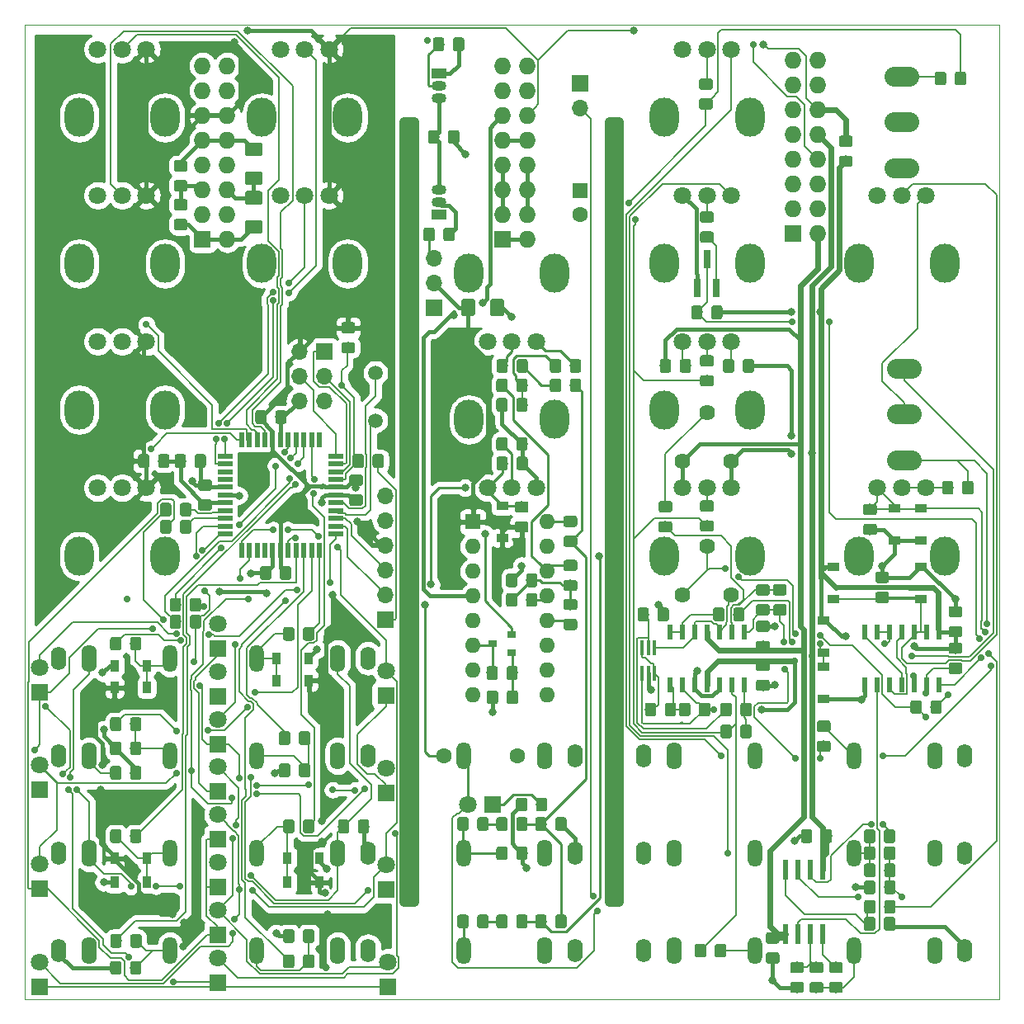
<source format=gbr>
G04 #@! TF.GenerationSoftware,KiCad,Pcbnew,(5.1.0)-1*
G04 #@! TF.CreationDate,2019-05-13T18:05:39+02:00*
G04 #@! TF.ProjectId,KicadJE_ADSR_Mega32,4b696361-644a-4455-9f41-4453525f4d65,rev?*
G04 #@! TF.SameCoordinates,Original*
G04 #@! TF.FileFunction,Copper,L2,Bot*
G04 #@! TF.FilePolarity,Positive*
%FSLAX46Y46*%
G04 Gerber Fmt 4.6, Leading zero omitted, Abs format (unit mm)*
G04 Created by KiCad (PCBNEW (5.1.0)-1) date 2019-05-13 18:05:39*
%MOMM*%
%LPD*%
G04 APERTURE LIST*
%ADD10C,1.000000*%
%ADD11C,0.050000*%
%ADD12C,0.150000*%
%ADD13C,1.150000*%
%ADD14R,1.500000X0.550000*%
%ADD15R,0.550000X1.500000*%
%ADD16C,1.425000*%
%ADD17C,1.600000*%
%ADD18R,1.600000X1.600000*%
%ADD19R,1.800000X1.800000*%
%ADD20C,1.800000*%
%ADD21O,1.500000X2.800000*%
%ADD22O,1.600000X2.400000*%
%ADD23O,1.600000X2.800000*%
%ADD24R,1.700000X1.700000*%
%ADD25O,1.700000X1.700000*%
%ADD26R,1.727200X1.727200*%
%ADD27O,1.727200X1.727200*%
%ADD28O,1.500000X1.050000*%
%ADD29R,1.500000X1.050000*%
%ADD30R,0.900000X0.800000*%
%ADD31O,3.000000X4.000000*%
%ADD32O,1.600000X1.600000*%
%ADD33C,1.500000*%
%ADD34R,1.200000X0.900000*%
%ADD35R,0.900000X1.200000*%
%ADD36O,3.556000X2.032000*%
%ADD37C,1.620000*%
%ADD38R,0.600000X1.500000*%
%ADD39R,0.550000X2.000000*%
%ADD40R,0.400000X1.500000*%
%ADD41R,0.800000X1.900000*%
%ADD42C,0.800000*%
%ADD43C,0.700000*%
%ADD44C,0.400000*%
%ADD45C,0.200000*%
%ADD46C,0.600000*%
%ADD47C,0.500000*%
%ADD48C,0.250000*%
%ADD49C,0.254000*%
G04 APERTURE END LIST*
D10*
X89000000Y-60000000D02*
X90000000Y-60000000D01*
X110000000Y-60000000D02*
X111000000Y-60000000D01*
X110000000Y-140000000D02*
X111000000Y-140000000D01*
X89000000Y-140000000D02*
X90000000Y-140000000D01*
X110000000Y-60000000D02*
X110000000Y-140000000D01*
X111000000Y-60000000D02*
X111000000Y-140000000D01*
X90000000Y-60000000D02*
X90000000Y-140000000D01*
X89000000Y-60000000D02*
X89000000Y-140000000D01*
D11*
X50000000Y-150000000D02*
X50000000Y-50000000D01*
X150000000Y-150000000D02*
X50000000Y-150000000D01*
X150000000Y-50000000D02*
X150000000Y-150000000D01*
X50000000Y-50000000D02*
X150000000Y-50000000D01*
D12*
G36*
X68974505Y-98701204D02*
G01*
X68998773Y-98704804D01*
X69022572Y-98710765D01*
X69045671Y-98719030D01*
X69067850Y-98729520D01*
X69088893Y-98742132D01*
X69108599Y-98756747D01*
X69126777Y-98773223D01*
X69143253Y-98791401D01*
X69157868Y-98811107D01*
X69170480Y-98832150D01*
X69180970Y-98854329D01*
X69189235Y-98877428D01*
X69195196Y-98901227D01*
X69198796Y-98925495D01*
X69200000Y-98949999D01*
X69200000Y-99600001D01*
X69198796Y-99624505D01*
X69195196Y-99648773D01*
X69189235Y-99672572D01*
X69180970Y-99695671D01*
X69170480Y-99717850D01*
X69157868Y-99738893D01*
X69143253Y-99758599D01*
X69126777Y-99776777D01*
X69108599Y-99793253D01*
X69088893Y-99807868D01*
X69067850Y-99820480D01*
X69045671Y-99830970D01*
X69022572Y-99839235D01*
X68998773Y-99845196D01*
X68974505Y-99848796D01*
X68950001Y-99850000D01*
X68049999Y-99850000D01*
X68025495Y-99848796D01*
X68001227Y-99845196D01*
X67977428Y-99839235D01*
X67954329Y-99830970D01*
X67932150Y-99820480D01*
X67911107Y-99807868D01*
X67891401Y-99793253D01*
X67873223Y-99776777D01*
X67856747Y-99758599D01*
X67842132Y-99738893D01*
X67829520Y-99717850D01*
X67819030Y-99695671D01*
X67810765Y-99672572D01*
X67804804Y-99648773D01*
X67801204Y-99624505D01*
X67800000Y-99600001D01*
X67800000Y-98949999D01*
X67801204Y-98925495D01*
X67804804Y-98901227D01*
X67810765Y-98877428D01*
X67819030Y-98854329D01*
X67829520Y-98832150D01*
X67842132Y-98811107D01*
X67856747Y-98791401D01*
X67873223Y-98773223D01*
X67891401Y-98756747D01*
X67911107Y-98742132D01*
X67932150Y-98729520D01*
X67954329Y-98719030D01*
X67977428Y-98710765D01*
X68001227Y-98704804D01*
X68025495Y-98701204D01*
X68049999Y-98700000D01*
X68950001Y-98700000D01*
X68974505Y-98701204D01*
X68974505Y-98701204D01*
G37*
D13*
X68500000Y-99275000D03*
D12*
G36*
X68974505Y-96651204D02*
G01*
X68998773Y-96654804D01*
X69022572Y-96660765D01*
X69045671Y-96669030D01*
X69067850Y-96679520D01*
X69088893Y-96692132D01*
X69108599Y-96706747D01*
X69126777Y-96723223D01*
X69143253Y-96741401D01*
X69157868Y-96761107D01*
X69170480Y-96782150D01*
X69180970Y-96804329D01*
X69189235Y-96827428D01*
X69195196Y-96851227D01*
X69198796Y-96875495D01*
X69200000Y-96899999D01*
X69200000Y-97550001D01*
X69198796Y-97574505D01*
X69195196Y-97598773D01*
X69189235Y-97622572D01*
X69180970Y-97645671D01*
X69170480Y-97667850D01*
X69157868Y-97688893D01*
X69143253Y-97708599D01*
X69126777Y-97726777D01*
X69108599Y-97743253D01*
X69088893Y-97757868D01*
X69067850Y-97770480D01*
X69045671Y-97780970D01*
X69022572Y-97789235D01*
X68998773Y-97795196D01*
X68974505Y-97798796D01*
X68950001Y-97800000D01*
X68049999Y-97800000D01*
X68025495Y-97798796D01*
X68001227Y-97795196D01*
X67977428Y-97789235D01*
X67954329Y-97780970D01*
X67932150Y-97770480D01*
X67911107Y-97757868D01*
X67891401Y-97743253D01*
X67873223Y-97726777D01*
X67856747Y-97708599D01*
X67842132Y-97688893D01*
X67829520Y-97667850D01*
X67819030Y-97645671D01*
X67810765Y-97622572D01*
X67804804Y-97598773D01*
X67801204Y-97574505D01*
X67800000Y-97550001D01*
X67800000Y-96899999D01*
X67801204Y-96875495D01*
X67804804Y-96851227D01*
X67810765Y-96827428D01*
X67819030Y-96804329D01*
X67829520Y-96782150D01*
X67842132Y-96761107D01*
X67856747Y-96741401D01*
X67873223Y-96723223D01*
X67891401Y-96706747D01*
X67911107Y-96692132D01*
X67932150Y-96679520D01*
X67954329Y-96669030D01*
X67977428Y-96660765D01*
X68001227Y-96654804D01*
X68025495Y-96651204D01*
X68049999Y-96650000D01*
X68950001Y-96650000D01*
X68974505Y-96651204D01*
X68974505Y-96651204D01*
G37*
D13*
X68500000Y-97225000D03*
D14*
X81950000Y-94250000D03*
X81950000Y-95050000D03*
X81950000Y-95850000D03*
X81950000Y-96650000D03*
X81950000Y-97450000D03*
X81950000Y-98250000D03*
X81950000Y-99050000D03*
X81950000Y-99850000D03*
X81950000Y-100650000D03*
X81950000Y-101450000D03*
X81950000Y-102250000D03*
D15*
X80250000Y-103950000D03*
X79450000Y-103950000D03*
X78650000Y-103950000D03*
X77850000Y-103950000D03*
X77050000Y-103950000D03*
X76250000Y-103950000D03*
X75450000Y-103950000D03*
X74650000Y-103950000D03*
X73850000Y-103950000D03*
X73050000Y-103950000D03*
X72250000Y-103950000D03*
D14*
X70550000Y-102250000D03*
X70550000Y-101450000D03*
X70550000Y-100650000D03*
X70550000Y-99850000D03*
X70550000Y-99050000D03*
X70550000Y-98250000D03*
X70550000Y-97450000D03*
X70550000Y-96650000D03*
X70550000Y-95850000D03*
X70550000Y-95050000D03*
X70550000Y-94250000D03*
D15*
X72250000Y-92550000D03*
X73050000Y-92550000D03*
X73850000Y-92550000D03*
X74650000Y-92550000D03*
X75450000Y-92550000D03*
X76250000Y-92550000D03*
X77050000Y-92550000D03*
X77850000Y-92550000D03*
X78650000Y-92550000D03*
X79450000Y-92550000D03*
X80250000Y-92550000D03*
D12*
G36*
X84474505Y-96151204D02*
G01*
X84498773Y-96154804D01*
X84522572Y-96160765D01*
X84545671Y-96169030D01*
X84567850Y-96179520D01*
X84588893Y-96192132D01*
X84608599Y-96206747D01*
X84626777Y-96223223D01*
X84643253Y-96241401D01*
X84657868Y-96261107D01*
X84670480Y-96282150D01*
X84680970Y-96304329D01*
X84689235Y-96327428D01*
X84695196Y-96351227D01*
X84698796Y-96375495D01*
X84700000Y-96399999D01*
X84700000Y-97050001D01*
X84698796Y-97074505D01*
X84695196Y-97098773D01*
X84689235Y-97122572D01*
X84680970Y-97145671D01*
X84670480Y-97167850D01*
X84657868Y-97188893D01*
X84643253Y-97208599D01*
X84626777Y-97226777D01*
X84608599Y-97243253D01*
X84588893Y-97257868D01*
X84567850Y-97270480D01*
X84545671Y-97280970D01*
X84522572Y-97289235D01*
X84498773Y-97295196D01*
X84474505Y-97298796D01*
X84450001Y-97300000D01*
X83549999Y-97300000D01*
X83525495Y-97298796D01*
X83501227Y-97295196D01*
X83477428Y-97289235D01*
X83454329Y-97280970D01*
X83432150Y-97270480D01*
X83411107Y-97257868D01*
X83391401Y-97243253D01*
X83373223Y-97226777D01*
X83356747Y-97208599D01*
X83342132Y-97188893D01*
X83329520Y-97167850D01*
X83319030Y-97145671D01*
X83310765Y-97122572D01*
X83304804Y-97098773D01*
X83301204Y-97074505D01*
X83300000Y-97050001D01*
X83300000Y-96399999D01*
X83301204Y-96375495D01*
X83304804Y-96351227D01*
X83310765Y-96327428D01*
X83319030Y-96304329D01*
X83329520Y-96282150D01*
X83342132Y-96261107D01*
X83356747Y-96241401D01*
X83373223Y-96223223D01*
X83391401Y-96206747D01*
X83411107Y-96192132D01*
X83432150Y-96179520D01*
X83454329Y-96169030D01*
X83477428Y-96160765D01*
X83501227Y-96154804D01*
X83525495Y-96151204D01*
X83549999Y-96150000D01*
X84450001Y-96150000D01*
X84474505Y-96151204D01*
X84474505Y-96151204D01*
G37*
D13*
X84000000Y-96725000D03*
D12*
G36*
X84474505Y-98201204D02*
G01*
X84498773Y-98204804D01*
X84522572Y-98210765D01*
X84545671Y-98219030D01*
X84567850Y-98229520D01*
X84588893Y-98242132D01*
X84608599Y-98256747D01*
X84626777Y-98273223D01*
X84643253Y-98291401D01*
X84657868Y-98311107D01*
X84670480Y-98332150D01*
X84680970Y-98354329D01*
X84689235Y-98377428D01*
X84695196Y-98401227D01*
X84698796Y-98425495D01*
X84700000Y-98449999D01*
X84700000Y-99100001D01*
X84698796Y-99124505D01*
X84695196Y-99148773D01*
X84689235Y-99172572D01*
X84680970Y-99195671D01*
X84670480Y-99217850D01*
X84657868Y-99238893D01*
X84643253Y-99258599D01*
X84626777Y-99276777D01*
X84608599Y-99293253D01*
X84588893Y-99307868D01*
X84567850Y-99320480D01*
X84545671Y-99330970D01*
X84522572Y-99339235D01*
X84498773Y-99345196D01*
X84474505Y-99348796D01*
X84450001Y-99350000D01*
X83549999Y-99350000D01*
X83525495Y-99348796D01*
X83501227Y-99345196D01*
X83477428Y-99339235D01*
X83454329Y-99330970D01*
X83432150Y-99320480D01*
X83411107Y-99307868D01*
X83391401Y-99293253D01*
X83373223Y-99276777D01*
X83356747Y-99258599D01*
X83342132Y-99238893D01*
X83329520Y-99217850D01*
X83319030Y-99195671D01*
X83310765Y-99172572D01*
X83304804Y-99148773D01*
X83301204Y-99124505D01*
X83300000Y-99100001D01*
X83300000Y-98449999D01*
X83301204Y-98425495D01*
X83304804Y-98401227D01*
X83310765Y-98377428D01*
X83319030Y-98354329D01*
X83329520Y-98332150D01*
X83342132Y-98311107D01*
X83356747Y-98291401D01*
X83373223Y-98273223D01*
X83391401Y-98256747D01*
X83411107Y-98242132D01*
X83432150Y-98229520D01*
X83454329Y-98219030D01*
X83477428Y-98210765D01*
X83501227Y-98204804D01*
X83525495Y-98201204D01*
X83549999Y-98200000D01*
X84450001Y-98200000D01*
X84474505Y-98201204D01*
X84474505Y-98201204D01*
G37*
D13*
X84000000Y-98775000D03*
D12*
G36*
X76649505Y-89551204D02*
G01*
X76673773Y-89554804D01*
X76697572Y-89560765D01*
X76720671Y-89569030D01*
X76742850Y-89579520D01*
X76763893Y-89592132D01*
X76783599Y-89606747D01*
X76801777Y-89623223D01*
X76818253Y-89641401D01*
X76832868Y-89661107D01*
X76845480Y-89682150D01*
X76855970Y-89704329D01*
X76864235Y-89727428D01*
X76870196Y-89751227D01*
X76873796Y-89775495D01*
X76875000Y-89799999D01*
X76875000Y-90700001D01*
X76873796Y-90724505D01*
X76870196Y-90748773D01*
X76864235Y-90772572D01*
X76855970Y-90795671D01*
X76845480Y-90817850D01*
X76832868Y-90838893D01*
X76818253Y-90858599D01*
X76801777Y-90876777D01*
X76783599Y-90893253D01*
X76763893Y-90907868D01*
X76742850Y-90920480D01*
X76720671Y-90930970D01*
X76697572Y-90939235D01*
X76673773Y-90945196D01*
X76649505Y-90948796D01*
X76625001Y-90950000D01*
X75974999Y-90950000D01*
X75950495Y-90948796D01*
X75926227Y-90945196D01*
X75902428Y-90939235D01*
X75879329Y-90930970D01*
X75857150Y-90920480D01*
X75836107Y-90907868D01*
X75816401Y-90893253D01*
X75798223Y-90876777D01*
X75781747Y-90858599D01*
X75767132Y-90838893D01*
X75754520Y-90817850D01*
X75744030Y-90795671D01*
X75735765Y-90772572D01*
X75729804Y-90748773D01*
X75726204Y-90724505D01*
X75725000Y-90700001D01*
X75725000Y-89799999D01*
X75726204Y-89775495D01*
X75729804Y-89751227D01*
X75735765Y-89727428D01*
X75744030Y-89704329D01*
X75754520Y-89682150D01*
X75767132Y-89661107D01*
X75781747Y-89641401D01*
X75798223Y-89623223D01*
X75816401Y-89606747D01*
X75836107Y-89592132D01*
X75857150Y-89579520D01*
X75879329Y-89569030D01*
X75902428Y-89560765D01*
X75926227Y-89554804D01*
X75950495Y-89551204D01*
X75974999Y-89550000D01*
X76625001Y-89550000D01*
X76649505Y-89551204D01*
X76649505Y-89551204D01*
G37*
D13*
X76300000Y-90250000D03*
D12*
G36*
X74599505Y-89551204D02*
G01*
X74623773Y-89554804D01*
X74647572Y-89560765D01*
X74670671Y-89569030D01*
X74692850Y-89579520D01*
X74713893Y-89592132D01*
X74733599Y-89606747D01*
X74751777Y-89623223D01*
X74768253Y-89641401D01*
X74782868Y-89661107D01*
X74795480Y-89682150D01*
X74805970Y-89704329D01*
X74814235Y-89727428D01*
X74820196Y-89751227D01*
X74823796Y-89775495D01*
X74825000Y-89799999D01*
X74825000Y-90700001D01*
X74823796Y-90724505D01*
X74820196Y-90748773D01*
X74814235Y-90772572D01*
X74805970Y-90795671D01*
X74795480Y-90817850D01*
X74782868Y-90838893D01*
X74768253Y-90858599D01*
X74751777Y-90876777D01*
X74733599Y-90893253D01*
X74713893Y-90907868D01*
X74692850Y-90920480D01*
X74670671Y-90930970D01*
X74647572Y-90939235D01*
X74623773Y-90945196D01*
X74599505Y-90948796D01*
X74575001Y-90950000D01*
X73924999Y-90950000D01*
X73900495Y-90948796D01*
X73876227Y-90945196D01*
X73852428Y-90939235D01*
X73829329Y-90930970D01*
X73807150Y-90920480D01*
X73786107Y-90907868D01*
X73766401Y-90893253D01*
X73748223Y-90876777D01*
X73731747Y-90858599D01*
X73717132Y-90838893D01*
X73704520Y-90817850D01*
X73694030Y-90795671D01*
X73685765Y-90772572D01*
X73679804Y-90748773D01*
X73676204Y-90724505D01*
X73675000Y-90700001D01*
X73675000Y-89799999D01*
X73676204Y-89775495D01*
X73679804Y-89751227D01*
X73685765Y-89727428D01*
X73694030Y-89704329D01*
X73704520Y-89682150D01*
X73717132Y-89661107D01*
X73731747Y-89641401D01*
X73748223Y-89623223D01*
X73766401Y-89606747D01*
X73786107Y-89592132D01*
X73807150Y-89579520D01*
X73829329Y-89569030D01*
X73852428Y-89560765D01*
X73876227Y-89554804D01*
X73900495Y-89551204D01*
X73924999Y-89550000D01*
X74575001Y-89550000D01*
X74599505Y-89551204D01*
X74599505Y-89551204D01*
G37*
D13*
X74250000Y-90250000D03*
D12*
G36*
X77124505Y-105551204D02*
G01*
X77148773Y-105554804D01*
X77172572Y-105560765D01*
X77195671Y-105569030D01*
X77217850Y-105579520D01*
X77238893Y-105592132D01*
X77258599Y-105606747D01*
X77276777Y-105623223D01*
X77293253Y-105641401D01*
X77307868Y-105661107D01*
X77320480Y-105682150D01*
X77330970Y-105704329D01*
X77339235Y-105727428D01*
X77345196Y-105751227D01*
X77348796Y-105775495D01*
X77350000Y-105799999D01*
X77350000Y-106700001D01*
X77348796Y-106724505D01*
X77345196Y-106748773D01*
X77339235Y-106772572D01*
X77330970Y-106795671D01*
X77320480Y-106817850D01*
X77307868Y-106838893D01*
X77293253Y-106858599D01*
X77276777Y-106876777D01*
X77258599Y-106893253D01*
X77238893Y-106907868D01*
X77217850Y-106920480D01*
X77195671Y-106930970D01*
X77172572Y-106939235D01*
X77148773Y-106945196D01*
X77124505Y-106948796D01*
X77100001Y-106950000D01*
X76449999Y-106950000D01*
X76425495Y-106948796D01*
X76401227Y-106945196D01*
X76377428Y-106939235D01*
X76354329Y-106930970D01*
X76332150Y-106920480D01*
X76311107Y-106907868D01*
X76291401Y-106893253D01*
X76273223Y-106876777D01*
X76256747Y-106858599D01*
X76242132Y-106838893D01*
X76229520Y-106817850D01*
X76219030Y-106795671D01*
X76210765Y-106772572D01*
X76204804Y-106748773D01*
X76201204Y-106724505D01*
X76200000Y-106700001D01*
X76200000Y-105799999D01*
X76201204Y-105775495D01*
X76204804Y-105751227D01*
X76210765Y-105727428D01*
X76219030Y-105704329D01*
X76229520Y-105682150D01*
X76242132Y-105661107D01*
X76256747Y-105641401D01*
X76273223Y-105623223D01*
X76291401Y-105606747D01*
X76311107Y-105592132D01*
X76332150Y-105579520D01*
X76354329Y-105569030D01*
X76377428Y-105560765D01*
X76401227Y-105554804D01*
X76425495Y-105551204D01*
X76449999Y-105550000D01*
X77100001Y-105550000D01*
X77124505Y-105551204D01*
X77124505Y-105551204D01*
G37*
D13*
X76775000Y-106250000D03*
D12*
G36*
X75074505Y-105551204D02*
G01*
X75098773Y-105554804D01*
X75122572Y-105560765D01*
X75145671Y-105569030D01*
X75167850Y-105579520D01*
X75188893Y-105592132D01*
X75208599Y-105606747D01*
X75226777Y-105623223D01*
X75243253Y-105641401D01*
X75257868Y-105661107D01*
X75270480Y-105682150D01*
X75280970Y-105704329D01*
X75289235Y-105727428D01*
X75295196Y-105751227D01*
X75298796Y-105775495D01*
X75300000Y-105799999D01*
X75300000Y-106700001D01*
X75298796Y-106724505D01*
X75295196Y-106748773D01*
X75289235Y-106772572D01*
X75280970Y-106795671D01*
X75270480Y-106817850D01*
X75257868Y-106838893D01*
X75243253Y-106858599D01*
X75226777Y-106876777D01*
X75208599Y-106893253D01*
X75188893Y-106907868D01*
X75167850Y-106920480D01*
X75145671Y-106930970D01*
X75122572Y-106939235D01*
X75098773Y-106945196D01*
X75074505Y-106948796D01*
X75050001Y-106950000D01*
X74399999Y-106950000D01*
X74375495Y-106948796D01*
X74351227Y-106945196D01*
X74327428Y-106939235D01*
X74304329Y-106930970D01*
X74282150Y-106920480D01*
X74261107Y-106907868D01*
X74241401Y-106893253D01*
X74223223Y-106876777D01*
X74206747Y-106858599D01*
X74192132Y-106838893D01*
X74179520Y-106817850D01*
X74169030Y-106795671D01*
X74160765Y-106772572D01*
X74154804Y-106748773D01*
X74151204Y-106724505D01*
X74150000Y-106700001D01*
X74150000Y-105799999D01*
X74151204Y-105775495D01*
X74154804Y-105751227D01*
X74160765Y-105727428D01*
X74169030Y-105704329D01*
X74179520Y-105682150D01*
X74192132Y-105661107D01*
X74206747Y-105641401D01*
X74223223Y-105623223D01*
X74241401Y-105606747D01*
X74261107Y-105592132D01*
X74282150Y-105579520D01*
X74304329Y-105569030D01*
X74327428Y-105560765D01*
X74351227Y-105554804D01*
X74375495Y-105551204D01*
X74399999Y-105550000D01*
X75050001Y-105550000D01*
X75074505Y-105551204D01*
X75074505Y-105551204D01*
G37*
D13*
X74725000Y-106250000D03*
D12*
G36*
X74149504Y-65038704D02*
G01*
X74173773Y-65042304D01*
X74197571Y-65048265D01*
X74220671Y-65056530D01*
X74242849Y-65067020D01*
X74263893Y-65079633D01*
X74283598Y-65094247D01*
X74301777Y-65110723D01*
X74318253Y-65128902D01*
X74332867Y-65148607D01*
X74345480Y-65169651D01*
X74355970Y-65191829D01*
X74364235Y-65214929D01*
X74370196Y-65238727D01*
X74373796Y-65262996D01*
X74375000Y-65287500D01*
X74375000Y-66212500D01*
X74373796Y-66237004D01*
X74370196Y-66261273D01*
X74364235Y-66285071D01*
X74355970Y-66308171D01*
X74345480Y-66330349D01*
X74332867Y-66351393D01*
X74318253Y-66371098D01*
X74301777Y-66389277D01*
X74283598Y-66405753D01*
X74263893Y-66420367D01*
X74242849Y-66432980D01*
X74220671Y-66443470D01*
X74197571Y-66451735D01*
X74173773Y-66457696D01*
X74149504Y-66461296D01*
X74125000Y-66462500D01*
X72875000Y-66462500D01*
X72850496Y-66461296D01*
X72826227Y-66457696D01*
X72802429Y-66451735D01*
X72779329Y-66443470D01*
X72757151Y-66432980D01*
X72736107Y-66420367D01*
X72716402Y-66405753D01*
X72698223Y-66389277D01*
X72681747Y-66371098D01*
X72667133Y-66351393D01*
X72654520Y-66330349D01*
X72644030Y-66308171D01*
X72635765Y-66285071D01*
X72629804Y-66261273D01*
X72626204Y-66237004D01*
X72625000Y-66212500D01*
X72625000Y-65287500D01*
X72626204Y-65262996D01*
X72629804Y-65238727D01*
X72635765Y-65214929D01*
X72644030Y-65191829D01*
X72654520Y-65169651D01*
X72667133Y-65148607D01*
X72681747Y-65128902D01*
X72698223Y-65110723D01*
X72716402Y-65094247D01*
X72736107Y-65079633D01*
X72757151Y-65067020D01*
X72779329Y-65056530D01*
X72802429Y-65048265D01*
X72826227Y-65042304D01*
X72850496Y-65038704D01*
X72875000Y-65037500D01*
X74125000Y-65037500D01*
X74149504Y-65038704D01*
X74149504Y-65038704D01*
G37*
D16*
X73500000Y-65750000D03*
D12*
G36*
X74149504Y-62063704D02*
G01*
X74173773Y-62067304D01*
X74197571Y-62073265D01*
X74220671Y-62081530D01*
X74242849Y-62092020D01*
X74263893Y-62104633D01*
X74283598Y-62119247D01*
X74301777Y-62135723D01*
X74318253Y-62153902D01*
X74332867Y-62173607D01*
X74345480Y-62194651D01*
X74355970Y-62216829D01*
X74364235Y-62239929D01*
X74370196Y-62263727D01*
X74373796Y-62287996D01*
X74375000Y-62312500D01*
X74375000Y-63237500D01*
X74373796Y-63262004D01*
X74370196Y-63286273D01*
X74364235Y-63310071D01*
X74355970Y-63333171D01*
X74345480Y-63355349D01*
X74332867Y-63376393D01*
X74318253Y-63396098D01*
X74301777Y-63414277D01*
X74283598Y-63430753D01*
X74263893Y-63445367D01*
X74242849Y-63457980D01*
X74220671Y-63468470D01*
X74197571Y-63476735D01*
X74173773Y-63482696D01*
X74149504Y-63486296D01*
X74125000Y-63487500D01*
X72875000Y-63487500D01*
X72850496Y-63486296D01*
X72826227Y-63482696D01*
X72802429Y-63476735D01*
X72779329Y-63468470D01*
X72757151Y-63457980D01*
X72736107Y-63445367D01*
X72716402Y-63430753D01*
X72698223Y-63414277D01*
X72681747Y-63396098D01*
X72667133Y-63376393D01*
X72654520Y-63355349D01*
X72644030Y-63333171D01*
X72635765Y-63310071D01*
X72629804Y-63286273D01*
X72626204Y-63262004D01*
X72625000Y-63237500D01*
X72625000Y-62312500D01*
X72626204Y-62287996D01*
X72629804Y-62263727D01*
X72635765Y-62239929D01*
X72644030Y-62216829D01*
X72654520Y-62194651D01*
X72667133Y-62173607D01*
X72681747Y-62153902D01*
X72698223Y-62135723D01*
X72716402Y-62119247D01*
X72736107Y-62104633D01*
X72757151Y-62092020D01*
X72779329Y-62081530D01*
X72802429Y-62073265D01*
X72826227Y-62067304D01*
X72850496Y-62063704D01*
X72875000Y-62062500D01*
X74125000Y-62062500D01*
X74149504Y-62063704D01*
X74149504Y-62063704D01*
G37*
D16*
X73500000Y-62775000D03*
D12*
G36*
X66474505Y-65951204D02*
G01*
X66498773Y-65954804D01*
X66522572Y-65960765D01*
X66545671Y-65969030D01*
X66567850Y-65979520D01*
X66588893Y-65992132D01*
X66608599Y-66006747D01*
X66626777Y-66023223D01*
X66643253Y-66041401D01*
X66657868Y-66061107D01*
X66670480Y-66082150D01*
X66680970Y-66104329D01*
X66689235Y-66127428D01*
X66695196Y-66151227D01*
X66698796Y-66175495D01*
X66700000Y-66199999D01*
X66700000Y-66850001D01*
X66698796Y-66874505D01*
X66695196Y-66898773D01*
X66689235Y-66922572D01*
X66680970Y-66945671D01*
X66670480Y-66967850D01*
X66657868Y-66988893D01*
X66643253Y-67008599D01*
X66626777Y-67026777D01*
X66608599Y-67043253D01*
X66588893Y-67057868D01*
X66567850Y-67070480D01*
X66545671Y-67080970D01*
X66522572Y-67089235D01*
X66498773Y-67095196D01*
X66474505Y-67098796D01*
X66450001Y-67100000D01*
X65549999Y-67100000D01*
X65525495Y-67098796D01*
X65501227Y-67095196D01*
X65477428Y-67089235D01*
X65454329Y-67080970D01*
X65432150Y-67070480D01*
X65411107Y-67057868D01*
X65391401Y-67043253D01*
X65373223Y-67026777D01*
X65356747Y-67008599D01*
X65342132Y-66988893D01*
X65329520Y-66967850D01*
X65319030Y-66945671D01*
X65310765Y-66922572D01*
X65304804Y-66898773D01*
X65301204Y-66874505D01*
X65300000Y-66850001D01*
X65300000Y-66199999D01*
X65301204Y-66175495D01*
X65304804Y-66151227D01*
X65310765Y-66127428D01*
X65319030Y-66104329D01*
X65329520Y-66082150D01*
X65342132Y-66061107D01*
X65356747Y-66041401D01*
X65373223Y-66023223D01*
X65391401Y-66006747D01*
X65411107Y-65992132D01*
X65432150Y-65979520D01*
X65454329Y-65969030D01*
X65477428Y-65960765D01*
X65501227Y-65954804D01*
X65525495Y-65951204D01*
X65549999Y-65950000D01*
X66450001Y-65950000D01*
X66474505Y-65951204D01*
X66474505Y-65951204D01*
G37*
D13*
X66000000Y-66525000D03*
D12*
G36*
X66474505Y-63901204D02*
G01*
X66498773Y-63904804D01*
X66522572Y-63910765D01*
X66545671Y-63919030D01*
X66567850Y-63929520D01*
X66588893Y-63942132D01*
X66608599Y-63956747D01*
X66626777Y-63973223D01*
X66643253Y-63991401D01*
X66657868Y-64011107D01*
X66670480Y-64032150D01*
X66680970Y-64054329D01*
X66689235Y-64077428D01*
X66695196Y-64101227D01*
X66698796Y-64125495D01*
X66700000Y-64149999D01*
X66700000Y-64800001D01*
X66698796Y-64824505D01*
X66695196Y-64848773D01*
X66689235Y-64872572D01*
X66680970Y-64895671D01*
X66670480Y-64917850D01*
X66657868Y-64938893D01*
X66643253Y-64958599D01*
X66626777Y-64976777D01*
X66608599Y-64993253D01*
X66588893Y-65007868D01*
X66567850Y-65020480D01*
X66545671Y-65030970D01*
X66522572Y-65039235D01*
X66498773Y-65045196D01*
X66474505Y-65048796D01*
X66450001Y-65050000D01*
X65549999Y-65050000D01*
X65525495Y-65048796D01*
X65501227Y-65045196D01*
X65477428Y-65039235D01*
X65454329Y-65030970D01*
X65432150Y-65020480D01*
X65411107Y-65007868D01*
X65391401Y-64993253D01*
X65373223Y-64976777D01*
X65356747Y-64958599D01*
X65342132Y-64938893D01*
X65329520Y-64917850D01*
X65319030Y-64895671D01*
X65310765Y-64872572D01*
X65304804Y-64848773D01*
X65301204Y-64824505D01*
X65300000Y-64800001D01*
X65300000Y-64149999D01*
X65301204Y-64125495D01*
X65304804Y-64101227D01*
X65310765Y-64077428D01*
X65319030Y-64054329D01*
X65329520Y-64032150D01*
X65342132Y-64011107D01*
X65356747Y-63991401D01*
X65373223Y-63973223D01*
X65391401Y-63956747D01*
X65411107Y-63942132D01*
X65432150Y-63929520D01*
X65454329Y-63919030D01*
X65477428Y-63910765D01*
X65501227Y-63904804D01*
X65525495Y-63901204D01*
X65549999Y-63900000D01*
X66450001Y-63900000D01*
X66474505Y-63901204D01*
X66474505Y-63901204D01*
G37*
D13*
X66000000Y-64475000D03*
D12*
G36*
X74149504Y-70026204D02*
G01*
X74173773Y-70029804D01*
X74197571Y-70035765D01*
X74220671Y-70044030D01*
X74242849Y-70054520D01*
X74263893Y-70067133D01*
X74283598Y-70081747D01*
X74301777Y-70098223D01*
X74318253Y-70116402D01*
X74332867Y-70136107D01*
X74345480Y-70157151D01*
X74355970Y-70179329D01*
X74364235Y-70202429D01*
X74370196Y-70226227D01*
X74373796Y-70250496D01*
X74375000Y-70275000D01*
X74375000Y-71200000D01*
X74373796Y-71224504D01*
X74370196Y-71248773D01*
X74364235Y-71272571D01*
X74355970Y-71295671D01*
X74345480Y-71317849D01*
X74332867Y-71338893D01*
X74318253Y-71358598D01*
X74301777Y-71376777D01*
X74283598Y-71393253D01*
X74263893Y-71407867D01*
X74242849Y-71420480D01*
X74220671Y-71430970D01*
X74197571Y-71439235D01*
X74173773Y-71445196D01*
X74149504Y-71448796D01*
X74125000Y-71450000D01*
X72875000Y-71450000D01*
X72850496Y-71448796D01*
X72826227Y-71445196D01*
X72802429Y-71439235D01*
X72779329Y-71430970D01*
X72757151Y-71420480D01*
X72736107Y-71407867D01*
X72716402Y-71393253D01*
X72698223Y-71376777D01*
X72681747Y-71358598D01*
X72667133Y-71338893D01*
X72654520Y-71317849D01*
X72644030Y-71295671D01*
X72635765Y-71272571D01*
X72629804Y-71248773D01*
X72626204Y-71224504D01*
X72625000Y-71200000D01*
X72625000Y-70275000D01*
X72626204Y-70250496D01*
X72629804Y-70226227D01*
X72635765Y-70202429D01*
X72644030Y-70179329D01*
X72654520Y-70157151D01*
X72667133Y-70136107D01*
X72681747Y-70116402D01*
X72698223Y-70098223D01*
X72716402Y-70081747D01*
X72736107Y-70067133D01*
X72757151Y-70054520D01*
X72779329Y-70044030D01*
X72802429Y-70035765D01*
X72826227Y-70029804D01*
X72850496Y-70026204D01*
X72875000Y-70025000D01*
X74125000Y-70025000D01*
X74149504Y-70026204D01*
X74149504Y-70026204D01*
G37*
D16*
X73500000Y-70737500D03*
D12*
G36*
X74149504Y-67051204D02*
G01*
X74173773Y-67054804D01*
X74197571Y-67060765D01*
X74220671Y-67069030D01*
X74242849Y-67079520D01*
X74263893Y-67092133D01*
X74283598Y-67106747D01*
X74301777Y-67123223D01*
X74318253Y-67141402D01*
X74332867Y-67161107D01*
X74345480Y-67182151D01*
X74355970Y-67204329D01*
X74364235Y-67227429D01*
X74370196Y-67251227D01*
X74373796Y-67275496D01*
X74375000Y-67300000D01*
X74375000Y-68225000D01*
X74373796Y-68249504D01*
X74370196Y-68273773D01*
X74364235Y-68297571D01*
X74355970Y-68320671D01*
X74345480Y-68342849D01*
X74332867Y-68363893D01*
X74318253Y-68383598D01*
X74301777Y-68401777D01*
X74283598Y-68418253D01*
X74263893Y-68432867D01*
X74242849Y-68445480D01*
X74220671Y-68455970D01*
X74197571Y-68464235D01*
X74173773Y-68470196D01*
X74149504Y-68473796D01*
X74125000Y-68475000D01*
X72875000Y-68475000D01*
X72850496Y-68473796D01*
X72826227Y-68470196D01*
X72802429Y-68464235D01*
X72779329Y-68455970D01*
X72757151Y-68445480D01*
X72736107Y-68432867D01*
X72716402Y-68418253D01*
X72698223Y-68401777D01*
X72681747Y-68383598D01*
X72667133Y-68363893D01*
X72654520Y-68342849D01*
X72644030Y-68320671D01*
X72635765Y-68297571D01*
X72629804Y-68273773D01*
X72626204Y-68249504D01*
X72625000Y-68225000D01*
X72625000Y-67300000D01*
X72626204Y-67275496D01*
X72629804Y-67251227D01*
X72635765Y-67227429D01*
X72644030Y-67204329D01*
X72654520Y-67182151D01*
X72667133Y-67161107D01*
X72681747Y-67141402D01*
X72698223Y-67123223D01*
X72716402Y-67106747D01*
X72736107Y-67092133D01*
X72757151Y-67079520D01*
X72779329Y-67069030D01*
X72802429Y-67060765D01*
X72826227Y-67054804D01*
X72850496Y-67051204D01*
X72875000Y-67050000D01*
X74125000Y-67050000D01*
X74149504Y-67051204D01*
X74149504Y-67051204D01*
G37*
D16*
X73500000Y-67762500D03*
D12*
G36*
X66474505Y-69926204D02*
G01*
X66498773Y-69929804D01*
X66522572Y-69935765D01*
X66545671Y-69944030D01*
X66567850Y-69954520D01*
X66588893Y-69967132D01*
X66608599Y-69981747D01*
X66626777Y-69998223D01*
X66643253Y-70016401D01*
X66657868Y-70036107D01*
X66670480Y-70057150D01*
X66680970Y-70079329D01*
X66689235Y-70102428D01*
X66695196Y-70126227D01*
X66698796Y-70150495D01*
X66700000Y-70174999D01*
X66700000Y-70825001D01*
X66698796Y-70849505D01*
X66695196Y-70873773D01*
X66689235Y-70897572D01*
X66680970Y-70920671D01*
X66670480Y-70942850D01*
X66657868Y-70963893D01*
X66643253Y-70983599D01*
X66626777Y-71001777D01*
X66608599Y-71018253D01*
X66588893Y-71032868D01*
X66567850Y-71045480D01*
X66545671Y-71055970D01*
X66522572Y-71064235D01*
X66498773Y-71070196D01*
X66474505Y-71073796D01*
X66450001Y-71075000D01*
X65549999Y-71075000D01*
X65525495Y-71073796D01*
X65501227Y-71070196D01*
X65477428Y-71064235D01*
X65454329Y-71055970D01*
X65432150Y-71045480D01*
X65411107Y-71032868D01*
X65391401Y-71018253D01*
X65373223Y-71001777D01*
X65356747Y-70983599D01*
X65342132Y-70963893D01*
X65329520Y-70942850D01*
X65319030Y-70920671D01*
X65310765Y-70897572D01*
X65304804Y-70873773D01*
X65301204Y-70849505D01*
X65300000Y-70825001D01*
X65300000Y-70174999D01*
X65301204Y-70150495D01*
X65304804Y-70126227D01*
X65310765Y-70102428D01*
X65319030Y-70079329D01*
X65329520Y-70057150D01*
X65342132Y-70036107D01*
X65356747Y-70016401D01*
X65373223Y-69998223D01*
X65391401Y-69981747D01*
X65411107Y-69967132D01*
X65432150Y-69954520D01*
X65454329Y-69944030D01*
X65477428Y-69935765D01*
X65501227Y-69929804D01*
X65525495Y-69926204D01*
X65549999Y-69925000D01*
X66450001Y-69925000D01*
X66474505Y-69926204D01*
X66474505Y-69926204D01*
G37*
D13*
X66000000Y-70500000D03*
D12*
G36*
X66474505Y-67876204D02*
G01*
X66498773Y-67879804D01*
X66522572Y-67885765D01*
X66545671Y-67894030D01*
X66567850Y-67904520D01*
X66588893Y-67917132D01*
X66608599Y-67931747D01*
X66626777Y-67948223D01*
X66643253Y-67966401D01*
X66657868Y-67986107D01*
X66670480Y-68007150D01*
X66680970Y-68029329D01*
X66689235Y-68052428D01*
X66695196Y-68076227D01*
X66698796Y-68100495D01*
X66700000Y-68124999D01*
X66700000Y-68775001D01*
X66698796Y-68799505D01*
X66695196Y-68823773D01*
X66689235Y-68847572D01*
X66680970Y-68870671D01*
X66670480Y-68892850D01*
X66657868Y-68913893D01*
X66643253Y-68933599D01*
X66626777Y-68951777D01*
X66608599Y-68968253D01*
X66588893Y-68982868D01*
X66567850Y-68995480D01*
X66545671Y-69005970D01*
X66522572Y-69014235D01*
X66498773Y-69020196D01*
X66474505Y-69023796D01*
X66450001Y-69025000D01*
X65549999Y-69025000D01*
X65525495Y-69023796D01*
X65501227Y-69020196D01*
X65477428Y-69014235D01*
X65454329Y-69005970D01*
X65432150Y-68995480D01*
X65411107Y-68982868D01*
X65391401Y-68968253D01*
X65373223Y-68951777D01*
X65356747Y-68933599D01*
X65342132Y-68913893D01*
X65329520Y-68892850D01*
X65319030Y-68870671D01*
X65310765Y-68847572D01*
X65304804Y-68823773D01*
X65301204Y-68799505D01*
X65300000Y-68775001D01*
X65300000Y-68124999D01*
X65301204Y-68100495D01*
X65304804Y-68076227D01*
X65310765Y-68052428D01*
X65319030Y-68029329D01*
X65329520Y-68007150D01*
X65342132Y-67986107D01*
X65356747Y-67966401D01*
X65373223Y-67948223D01*
X65391401Y-67931747D01*
X65411107Y-67917132D01*
X65432150Y-67904520D01*
X65454329Y-67894030D01*
X65477428Y-67885765D01*
X65501227Y-67879804D01*
X65525495Y-67876204D01*
X65549999Y-67875000D01*
X66450001Y-67875000D01*
X66474505Y-67876204D01*
X66474505Y-67876204D01*
G37*
D13*
X66000000Y-68450000D03*
D12*
G36*
X86624505Y-94051204D02*
G01*
X86648773Y-94054804D01*
X86672572Y-94060765D01*
X86695671Y-94069030D01*
X86717850Y-94079520D01*
X86738893Y-94092132D01*
X86758599Y-94106747D01*
X86776777Y-94123223D01*
X86793253Y-94141401D01*
X86807868Y-94161107D01*
X86820480Y-94182150D01*
X86830970Y-94204329D01*
X86839235Y-94227428D01*
X86845196Y-94251227D01*
X86848796Y-94275495D01*
X86850000Y-94299999D01*
X86850000Y-95200001D01*
X86848796Y-95224505D01*
X86845196Y-95248773D01*
X86839235Y-95272572D01*
X86830970Y-95295671D01*
X86820480Y-95317850D01*
X86807868Y-95338893D01*
X86793253Y-95358599D01*
X86776777Y-95376777D01*
X86758599Y-95393253D01*
X86738893Y-95407868D01*
X86717850Y-95420480D01*
X86695671Y-95430970D01*
X86672572Y-95439235D01*
X86648773Y-95445196D01*
X86624505Y-95448796D01*
X86600001Y-95450000D01*
X85949999Y-95450000D01*
X85925495Y-95448796D01*
X85901227Y-95445196D01*
X85877428Y-95439235D01*
X85854329Y-95430970D01*
X85832150Y-95420480D01*
X85811107Y-95407868D01*
X85791401Y-95393253D01*
X85773223Y-95376777D01*
X85756747Y-95358599D01*
X85742132Y-95338893D01*
X85729520Y-95317850D01*
X85719030Y-95295671D01*
X85710765Y-95272572D01*
X85704804Y-95248773D01*
X85701204Y-95224505D01*
X85700000Y-95200001D01*
X85700000Y-94299999D01*
X85701204Y-94275495D01*
X85704804Y-94251227D01*
X85710765Y-94227428D01*
X85719030Y-94204329D01*
X85729520Y-94182150D01*
X85742132Y-94161107D01*
X85756747Y-94141401D01*
X85773223Y-94123223D01*
X85791401Y-94106747D01*
X85811107Y-94092132D01*
X85832150Y-94079520D01*
X85854329Y-94069030D01*
X85877428Y-94060765D01*
X85901227Y-94054804D01*
X85925495Y-94051204D01*
X85949999Y-94050000D01*
X86600001Y-94050000D01*
X86624505Y-94051204D01*
X86624505Y-94051204D01*
G37*
D13*
X86275000Y-94750000D03*
D12*
G36*
X84574505Y-94051204D02*
G01*
X84598773Y-94054804D01*
X84622572Y-94060765D01*
X84645671Y-94069030D01*
X84667850Y-94079520D01*
X84688893Y-94092132D01*
X84708599Y-94106747D01*
X84726777Y-94123223D01*
X84743253Y-94141401D01*
X84757868Y-94161107D01*
X84770480Y-94182150D01*
X84780970Y-94204329D01*
X84789235Y-94227428D01*
X84795196Y-94251227D01*
X84798796Y-94275495D01*
X84800000Y-94299999D01*
X84800000Y-95200001D01*
X84798796Y-95224505D01*
X84795196Y-95248773D01*
X84789235Y-95272572D01*
X84780970Y-95295671D01*
X84770480Y-95317850D01*
X84757868Y-95338893D01*
X84743253Y-95358599D01*
X84726777Y-95376777D01*
X84708599Y-95393253D01*
X84688893Y-95407868D01*
X84667850Y-95420480D01*
X84645671Y-95430970D01*
X84622572Y-95439235D01*
X84598773Y-95445196D01*
X84574505Y-95448796D01*
X84550001Y-95450000D01*
X83899999Y-95450000D01*
X83875495Y-95448796D01*
X83851227Y-95445196D01*
X83827428Y-95439235D01*
X83804329Y-95430970D01*
X83782150Y-95420480D01*
X83761107Y-95407868D01*
X83741401Y-95393253D01*
X83723223Y-95376777D01*
X83706747Y-95358599D01*
X83692132Y-95338893D01*
X83679520Y-95317850D01*
X83669030Y-95295671D01*
X83660765Y-95272572D01*
X83654804Y-95248773D01*
X83651204Y-95224505D01*
X83650000Y-95200001D01*
X83650000Y-94299999D01*
X83651204Y-94275495D01*
X83654804Y-94251227D01*
X83660765Y-94227428D01*
X83669030Y-94204329D01*
X83679520Y-94182150D01*
X83692132Y-94161107D01*
X83706747Y-94141401D01*
X83723223Y-94123223D01*
X83741401Y-94106747D01*
X83761107Y-94092132D01*
X83782150Y-94079520D01*
X83804329Y-94069030D01*
X83827428Y-94060765D01*
X83851227Y-94054804D01*
X83875495Y-94051204D01*
X83899999Y-94050000D01*
X84550001Y-94050000D01*
X84574505Y-94051204D01*
X84574505Y-94051204D01*
G37*
D13*
X84225000Y-94750000D03*
D17*
X107000000Y-69500000D03*
D18*
X107000000Y-67000000D03*
D12*
G36*
X92324505Y-60801204D02*
G01*
X92348773Y-60804804D01*
X92372572Y-60810765D01*
X92395671Y-60819030D01*
X92417850Y-60829520D01*
X92438893Y-60842132D01*
X92458599Y-60856747D01*
X92476777Y-60873223D01*
X92493253Y-60891401D01*
X92507868Y-60911107D01*
X92520480Y-60932150D01*
X92530970Y-60954329D01*
X92539235Y-60977428D01*
X92545196Y-61001227D01*
X92548796Y-61025495D01*
X92550000Y-61049999D01*
X92550000Y-61950001D01*
X92548796Y-61974505D01*
X92545196Y-61998773D01*
X92539235Y-62022572D01*
X92530970Y-62045671D01*
X92520480Y-62067850D01*
X92507868Y-62088893D01*
X92493253Y-62108599D01*
X92476777Y-62126777D01*
X92458599Y-62143253D01*
X92438893Y-62157868D01*
X92417850Y-62170480D01*
X92395671Y-62180970D01*
X92372572Y-62189235D01*
X92348773Y-62195196D01*
X92324505Y-62198796D01*
X92300001Y-62200000D01*
X91649999Y-62200000D01*
X91625495Y-62198796D01*
X91601227Y-62195196D01*
X91577428Y-62189235D01*
X91554329Y-62180970D01*
X91532150Y-62170480D01*
X91511107Y-62157868D01*
X91491401Y-62143253D01*
X91473223Y-62126777D01*
X91456747Y-62108599D01*
X91442132Y-62088893D01*
X91429520Y-62067850D01*
X91419030Y-62045671D01*
X91410765Y-62022572D01*
X91404804Y-61998773D01*
X91401204Y-61974505D01*
X91400000Y-61950001D01*
X91400000Y-61049999D01*
X91401204Y-61025495D01*
X91404804Y-61001227D01*
X91410765Y-60977428D01*
X91419030Y-60954329D01*
X91429520Y-60932150D01*
X91442132Y-60911107D01*
X91456747Y-60891401D01*
X91473223Y-60873223D01*
X91491401Y-60856747D01*
X91511107Y-60842132D01*
X91532150Y-60829520D01*
X91554329Y-60819030D01*
X91577428Y-60810765D01*
X91601227Y-60804804D01*
X91625495Y-60801204D01*
X91649999Y-60800000D01*
X92300001Y-60800000D01*
X92324505Y-60801204D01*
X92324505Y-60801204D01*
G37*
D13*
X91975000Y-61500000D03*
D12*
G36*
X94374505Y-60801204D02*
G01*
X94398773Y-60804804D01*
X94422572Y-60810765D01*
X94445671Y-60819030D01*
X94467850Y-60829520D01*
X94488893Y-60842132D01*
X94508599Y-60856747D01*
X94526777Y-60873223D01*
X94543253Y-60891401D01*
X94557868Y-60911107D01*
X94570480Y-60932150D01*
X94580970Y-60954329D01*
X94589235Y-60977428D01*
X94595196Y-61001227D01*
X94598796Y-61025495D01*
X94600000Y-61049999D01*
X94600000Y-61950001D01*
X94598796Y-61974505D01*
X94595196Y-61998773D01*
X94589235Y-62022572D01*
X94580970Y-62045671D01*
X94570480Y-62067850D01*
X94557868Y-62088893D01*
X94543253Y-62108599D01*
X94526777Y-62126777D01*
X94508599Y-62143253D01*
X94488893Y-62157868D01*
X94467850Y-62170480D01*
X94445671Y-62180970D01*
X94422572Y-62189235D01*
X94398773Y-62195196D01*
X94374505Y-62198796D01*
X94350001Y-62200000D01*
X93699999Y-62200000D01*
X93675495Y-62198796D01*
X93651227Y-62195196D01*
X93627428Y-62189235D01*
X93604329Y-62180970D01*
X93582150Y-62170480D01*
X93561107Y-62157868D01*
X93541401Y-62143253D01*
X93523223Y-62126777D01*
X93506747Y-62108599D01*
X93492132Y-62088893D01*
X93479520Y-62067850D01*
X93469030Y-62045671D01*
X93460765Y-62022572D01*
X93454804Y-61998773D01*
X93451204Y-61974505D01*
X93450000Y-61950001D01*
X93450000Y-61049999D01*
X93451204Y-61025495D01*
X93454804Y-61001227D01*
X93460765Y-60977428D01*
X93469030Y-60954329D01*
X93479520Y-60932150D01*
X93492132Y-60911107D01*
X93506747Y-60891401D01*
X93523223Y-60873223D01*
X93541401Y-60856747D01*
X93561107Y-60842132D01*
X93582150Y-60829520D01*
X93604329Y-60819030D01*
X93627428Y-60810765D01*
X93651227Y-60804804D01*
X93675495Y-60801204D01*
X93699999Y-60800000D01*
X94350001Y-60800000D01*
X94374505Y-60801204D01*
X94374505Y-60801204D01*
G37*
D13*
X94025000Y-61500000D03*
D12*
G36*
X91849505Y-70801204D02*
G01*
X91873773Y-70804804D01*
X91897572Y-70810765D01*
X91920671Y-70819030D01*
X91942850Y-70829520D01*
X91963893Y-70842132D01*
X91983599Y-70856747D01*
X92001777Y-70873223D01*
X92018253Y-70891401D01*
X92032868Y-70911107D01*
X92045480Y-70932150D01*
X92055970Y-70954329D01*
X92064235Y-70977428D01*
X92070196Y-71001227D01*
X92073796Y-71025495D01*
X92075000Y-71049999D01*
X92075000Y-71950001D01*
X92073796Y-71974505D01*
X92070196Y-71998773D01*
X92064235Y-72022572D01*
X92055970Y-72045671D01*
X92045480Y-72067850D01*
X92032868Y-72088893D01*
X92018253Y-72108599D01*
X92001777Y-72126777D01*
X91983599Y-72143253D01*
X91963893Y-72157868D01*
X91942850Y-72170480D01*
X91920671Y-72180970D01*
X91897572Y-72189235D01*
X91873773Y-72195196D01*
X91849505Y-72198796D01*
X91825001Y-72200000D01*
X91174999Y-72200000D01*
X91150495Y-72198796D01*
X91126227Y-72195196D01*
X91102428Y-72189235D01*
X91079329Y-72180970D01*
X91057150Y-72170480D01*
X91036107Y-72157868D01*
X91016401Y-72143253D01*
X90998223Y-72126777D01*
X90981747Y-72108599D01*
X90967132Y-72088893D01*
X90954520Y-72067850D01*
X90944030Y-72045671D01*
X90935765Y-72022572D01*
X90929804Y-71998773D01*
X90926204Y-71974505D01*
X90925000Y-71950001D01*
X90925000Y-71049999D01*
X90926204Y-71025495D01*
X90929804Y-71001227D01*
X90935765Y-70977428D01*
X90944030Y-70954329D01*
X90954520Y-70932150D01*
X90967132Y-70911107D01*
X90981747Y-70891401D01*
X90998223Y-70873223D01*
X91016401Y-70856747D01*
X91036107Y-70842132D01*
X91057150Y-70829520D01*
X91079329Y-70819030D01*
X91102428Y-70810765D01*
X91126227Y-70804804D01*
X91150495Y-70801204D01*
X91174999Y-70800000D01*
X91825001Y-70800000D01*
X91849505Y-70801204D01*
X91849505Y-70801204D01*
G37*
D13*
X91500000Y-71500000D03*
D12*
G36*
X93899505Y-70801204D02*
G01*
X93923773Y-70804804D01*
X93947572Y-70810765D01*
X93970671Y-70819030D01*
X93992850Y-70829520D01*
X94013893Y-70842132D01*
X94033599Y-70856747D01*
X94051777Y-70873223D01*
X94068253Y-70891401D01*
X94082868Y-70911107D01*
X94095480Y-70932150D01*
X94105970Y-70954329D01*
X94114235Y-70977428D01*
X94120196Y-71001227D01*
X94123796Y-71025495D01*
X94125000Y-71049999D01*
X94125000Y-71950001D01*
X94123796Y-71974505D01*
X94120196Y-71998773D01*
X94114235Y-72022572D01*
X94105970Y-72045671D01*
X94095480Y-72067850D01*
X94082868Y-72088893D01*
X94068253Y-72108599D01*
X94051777Y-72126777D01*
X94033599Y-72143253D01*
X94013893Y-72157868D01*
X93992850Y-72170480D01*
X93970671Y-72180970D01*
X93947572Y-72189235D01*
X93923773Y-72195196D01*
X93899505Y-72198796D01*
X93875001Y-72200000D01*
X93224999Y-72200000D01*
X93200495Y-72198796D01*
X93176227Y-72195196D01*
X93152428Y-72189235D01*
X93129329Y-72180970D01*
X93107150Y-72170480D01*
X93086107Y-72157868D01*
X93066401Y-72143253D01*
X93048223Y-72126777D01*
X93031747Y-72108599D01*
X93017132Y-72088893D01*
X93004520Y-72067850D01*
X92994030Y-72045671D01*
X92985765Y-72022572D01*
X92979804Y-71998773D01*
X92976204Y-71974505D01*
X92975000Y-71950001D01*
X92975000Y-71049999D01*
X92976204Y-71025495D01*
X92979804Y-71001227D01*
X92985765Y-70977428D01*
X92994030Y-70954329D01*
X93004520Y-70932150D01*
X93017132Y-70911107D01*
X93031747Y-70891401D01*
X93048223Y-70873223D01*
X93066401Y-70856747D01*
X93086107Y-70842132D01*
X93107150Y-70829520D01*
X93129329Y-70819030D01*
X93152428Y-70810765D01*
X93176227Y-70804804D01*
X93200495Y-70801204D01*
X93224999Y-70800000D01*
X93875001Y-70800000D01*
X93899505Y-70801204D01*
X93899505Y-70801204D01*
G37*
D13*
X93550000Y-71500000D03*
D12*
G36*
X105374505Y-131301204D02*
G01*
X105398773Y-131304804D01*
X105422572Y-131310765D01*
X105445671Y-131319030D01*
X105467850Y-131329520D01*
X105488893Y-131342132D01*
X105508599Y-131356747D01*
X105526777Y-131373223D01*
X105543253Y-131391401D01*
X105557868Y-131411107D01*
X105570480Y-131432150D01*
X105580970Y-131454329D01*
X105589235Y-131477428D01*
X105595196Y-131501227D01*
X105598796Y-131525495D01*
X105600000Y-131549999D01*
X105600000Y-132450001D01*
X105598796Y-132474505D01*
X105595196Y-132498773D01*
X105589235Y-132522572D01*
X105580970Y-132545671D01*
X105570480Y-132567850D01*
X105557868Y-132588893D01*
X105543253Y-132608599D01*
X105526777Y-132626777D01*
X105508599Y-132643253D01*
X105488893Y-132657868D01*
X105467850Y-132670480D01*
X105445671Y-132680970D01*
X105422572Y-132689235D01*
X105398773Y-132695196D01*
X105374505Y-132698796D01*
X105350001Y-132700000D01*
X104699999Y-132700000D01*
X104675495Y-132698796D01*
X104651227Y-132695196D01*
X104627428Y-132689235D01*
X104604329Y-132680970D01*
X104582150Y-132670480D01*
X104561107Y-132657868D01*
X104541401Y-132643253D01*
X104523223Y-132626777D01*
X104506747Y-132608599D01*
X104492132Y-132588893D01*
X104479520Y-132567850D01*
X104469030Y-132545671D01*
X104460765Y-132522572D01*
X104454804Y-132498773D01*
X104451204Y-132474505D01*
X104450000Y-132450001D01*
X104450000Y-131549999D01*
X104451204Y-131525495D01*
X104454804Y-131501227D01*
X104460765Y-131477428D01*
X104469030Y-131454329D01*
X104479520Y-131432150D01*
X104492132Y-131411107D01*
X104506747Y-131391401D01*
X104523223Y-131373223D01*
X104541401Y-131356747D01*
X104561107Y-131342132D01*
X104582150Y-131329520D01*
X104604329Y-131319030D01*
X104627428Y-131310765D01*
X104651227Y-131304804D01*
X104675495Y-131301204D01*
X104699999Y-131300000D01*
X105350001Y-131300000D01*
X105374505Y-131301204D01*
X105374505Y-131301204D01*
G37*
D13*
X105025000Y-132000000D03*
D12*
G36*
X103324505Y-131301204D02*
G01*
X103348773Y-131304804D01*
X103372572Y-131310765D01*
X103395671Y-131319030D01*
X103417850Y-131329520D01*
X103438893Y-131342132D01*
X103458599Y-131356747D01*
X103476777Y-131373223D01*
X103493253Y-131391401D01*
X103507868Y-131411107D01*
X103520480Y-131432150D01*
X103530970Y-131454329D01*
X103539235Y-131477428D01*
X103545196Y-131501227D01*
X103548796Y-131525495D01*
X103550000Y-131549999D01*
X103550000Y-132450001D01*
X103548796Y-132474505D01*
X103545196Y-132498773D01*
X103539235Y-132522572D01*
X103530970Y-132545671D01*
X103520480Y-132567850D01*
X103507868Y-132588893D01*
X103493253Y-132608599D01*
X103476777Y-132626777D01*
X103458599Y-132643253D01*
X103438893Y-132657868D01*
X103417850Y-132670480D01*
X103395671Y-132680970D01*
X103372572Y-132689235D01*
X103348773Y-132695196D01*
X103324505Y-132698796D01*
X103300001Y-132700000D01*
X102649999Y-132700000D01*
X102625495Y-132698796D01*
X102601227Y-132695196D01*
X102577428Y-132689235D01*
X102554329Y-132680970D01*
X102532150Y-132670480D01*
X102511107Y-132657868D01*
X102491401Y-132643253D01*
X102473223Y-132626777D01*
X102456747Y-132608599D01*
X102442132Y-132588893D01*
X102429520Y-132567850D01*
X102419030Y-132545671D01*
X102410765Y-132522572D01*
X102404804Y-132498773D01*
X102401204Y-132474505D01*
X102400000Y-132450001D01*
X102400000Y-131549999D01*
X102401204Y-131525495D01*
X102404804Y-131501227D01*
X102410765Y-131477428D01*
X102419030Y-131454329D01*
X102429520Y-131432150D01*
X102442132Y-131411107D01*
X102456747Y-131391401D01*
X102473223Y-131373223D01*
X102491401Y-131356747D01*
X102511107Y-131342132D01*
X102532150Y-131329520D01*
X102554329Y-131319030D01*
X102577428Y-131310765D01*
X102601227Y-131304804D01*
X102625495Y-131301204D01*
X102649999Y-131300000D01*
X103300001Y-131300000D01*
X103324505Y-131301204D01*
X103324505Y-131301204D01*
G37*
D13*
X102975000Y-132000000D03*
D12*
G36*
X97374505Y-131301204D02*
G01*
X97398773Y-131304804D01*
X97422572Y-131310765D01*
X97445671Y-131319030D01*
X97467850Y-131329520D01*
X97488893Y-131342132D01*
X97508599Y-131356747D01*
X97526777Y-131373223D01*
X97543253Y-131391401D01*
X97557868Y-131411107D01*
X97570480Y-131432150D01*
X97580970Y-131454329D01*
X97589235Y-131477428D01*
X97595196Y-131501227D01*
X97598796Y-131525495D01*
X97600000Y-131549999D01*
X97600000Y-132450001D01*
X97598796Y-132474505D01*
X97595196Y-132498773D01*
X97589235Y-132522572D01*
X97580970Y-132545671D01*
X97570480Y-132567850D01*
X97557868Y-132588893D01*
X97543253Y-132608599D01*
X97526777Y-132626777D01*
X97508599Y-132643253D01*
X97488893Y-132657868D01*
X97467850Y-132670480D01*
X97445671Y-132680970D01*
X97422572Y-132689235D01*
X97398773Y-132695196D01*
X97374505Y-132698796D01*
X97350001Y-132700000D01*
X96699999Y-132700000D01*
X96675495Y-132698796D01*
X96651227Y-132695196D01*
X96627428Y-132689235D01*
X96604329Y-132680970D01*
X96582150Y-132670480D01*
X96561107Y-132657868D01*
X96541401Y-132643253D01*
X96523223Y-132626777D01*
X96506747Y-132608599D01*
X96492132Y-132588893D01*
X96479520Y-132567850D01*
X96469030Y-132545671D01*
X96460765Y-132522572D01*
X96454804Y-132498773D01*
X96451204Y-132474505D01*
X96450000Y-132450001D01*
X96450000Y-131549999D01*
X96451204Y-131525495D01*
X96454804Y-131501227D01*
X96460765Y-131477428D01*
X96469030Y-131454329D01*
X96479520Y-131432150D01*
X96492132Y-131411107D01*
X96506747Y-131391401D01*
X96523223Y-131373223D01*
X96541401Y-131356747D01*
X96561107Y-131342132D01*
X96582150Y-131329520D01*
X96604329Y-131319030D01*
X96627428Y-131310765D01*
X96651227Y-131304804D01*
X96675495Y-131301204D01*
X96699999Y-131300000D01*
X97350001Y-131300000D01*
X97374505Y-131301204D01*
X97374505Y-131301204D01*
G37*
D13*
X97025000Y-132000000D03*
D12*
G36*
X95324505Y-131301204D02*
G01*
X95348773Y-131304804D01*
X95372572Y-131310765D01*
X95395671Y-131319030D01*
X95417850Y-131329520D01*
X95438893Y-131342132D01*
X95458599Y-131356747D01*
X95476777Y-131373223D01*
X95493253Y-131391401D01*
X95507868Y-131411107D01*
X95520480Y-131432150D01*
X95530970Y-131454329D01*
X95539235Y-131477428D01*
X95545196Y-131501227D01*
X95548796Y-131525495D01*
X95550000Y-131549999D01*
X95550000Y-132450001D01*
X95548796Y-132474505D01*
X95545196Y-132498773D01*
X95539235Y-132522572D01*
X95530970Y-132545671D01*
X95520480Y-132567850D01*
X95507868Y-132588893D01*
X95493253Y-132608599D01*
X95476777Y-132626777D01*
X95458599Y-132643253D01*
X95438893Y-132657868D01*
X95417850Y-132670480D01*
X95395671Y-132680970D01*
X95372572Y-132689235D01*
X95348773Y-132695196D01*
X95324505Y-132698796D01*
X95300001Y-132700000D01*
X94649999Y-132700000D01*
X94625495Y-132698796D01*
X94601227Y-132695196D01*
X94577428Y-132689235D01*
X94554329Y-132680970D01*
X94532150Y-132670480D01*
X94511107Y-132657868D01*
X94491401Y-132643253D01*
X94473223Y-132626777D01*
X94456747Y-132608599D01*
X94442132Y-132588893D01*
X94429520Y-132567850D01*
X94419030Y-132545671D01*
X94410765Y-132522572D01*
X94404804Y-132498773D01*
X94401204Y-132474505D01*
X94400000Y-132450001D01*
X94400000Y-131549999D01*
X94401204Y-131525495D01*
X94404804Y-131501227D01*
X94410765Y-131477428D01*
X94419030Y-131454329D01*
X94429520Y-131432150D01*
X94442132Y-131411107D01*
X94456747Y-131391401D01*
X94473223Y-131373223D01*
X94491401Y-131356747D01*
X94511107Y-131342132D01*
X94532150Y-131329520D01*
X94554329Y-131319030D01*
X94577428Y-131310765D01*
X94601227Y-131304804D01*
X94625495Y-131301204D01*
X94649999Y-131300000D01*
X95300001Y-131300000D01*
X95324505Y-131301204D01*
X95324505Y-131301204D01*
G37*
D13*
X94975000Y-132000000D03*
D12*
G36*
X106874505Y-86301204D02*
G01*
X106898773Y-86304804D01*
X106922572Y-86310765D01*
X106945671Y-86319030D01*
X106967850Y-86329520D01*
X106988893Y-86342132D01*
X107008599Y-86356747D01*
X107026777Y-86373223D01*
X107043253Y-86391401D01*
X107057868Y-86411107D01*
X107070480Y-86432150D01*
X107080970Y-86454329D01*
X107089235Y-86477428D01*
X107095196Y-86501227D01*
X107098796Y-86525495D01*
X107100000Y-86549999D01*
X107100000Y-87450001D01*
X107098796Y-87474505D01*
X107095196Y-87498773D01*
X107089235Y-87522572D01*
X107080970Y-87545671D01*
X107070480Y-87567850D01*
X107057868Y-87588893D01*
X107043253Y-87608599D01*
X107026777Y-87626777D01*
X107008599Y-87643253D01*
X106988893Y-87657868D01*
X106967850Y-87670480D01*
X106945671Y-87680970D01*
X106922572Y-87689235D01*
X106898773Y-87695196D01*
X106874505Y-87698796D01*
X106850001Y-87700000D01*
X106199999Y-87700000D01*
X106175495Y-87698796D01*
X106151227Y-87695196D01*
X106127428Y-87689235D01*
X106104329Y-87680970D01*
X106082150Y-87670480D01*
X106061107Y-87657868D01*
X106041401Y-87643253D01*
X106023223Y-87626777D01*
X106006747Y-87608599D01*
X105992132Y-87588893D01*
X105979520Y-87567850D01*
X105969030Y-87545671D01*
X105960765Y-87522572D01*
X105954804Y-87498773D01*
X105951204Y-87474505D01*
X105950000Y-87450001D01*
X105950000Y-86549999D01*
X105951204Y-86525495D01*
X105954804Y-86501227D01*
X105960765Y-86477428D01*
X105969030Y-86454329D01*
X105979520Y-86432150D01*
X105992132Y-86411107D01*
X106006747Y-86391401D01*
X106023223Y-86373223D01*
X106041401Y-86356747D01*
X106061107Y-86342132D01*
X106082150Y-86329520D01*
X106104329Y-86319030D01*
X106127428Y-86310765D01*
X106151227Y-86304804D01*
X106175495Y-86301204D01*
X106199999Y-86300000D01*
X106850001Y-86300000D01*
X106874505Y-86301204D01*
X106874505Y-86301204D01*
G37*
D13*
X106525000Y-87000000D03*
D12*
G36*
X104824505Y-86301204D02*
G01*
X104848773Y-86304804D01*
X104872572Y-86310765D01*
X104895671Y-86319030D01*
X104917850Y-86329520D01*
X104938893Y-86342132D01*
X104958599Y-86356747D01*
X104976777Y-86373223D01*
X104993253Y-86391401D01*
X105007868Y-86411107D01*
X105020480Y-86432150D01*
X105030970Y-86454329D01*
X105039235Y-86477428D01*
X105045196Y-86501227D01*
X105048796Y-86525495D01*
X105050000Y-86549999D01*
X105050000Y-87450001D01*
X105048796Y-87474505D01*
X105045196Y-87498773D01*
X105039235Y-87522572D01*
X105030970Y-87545671D01*
X105020480Y-87567850D01*
X105007868Y-87588893D01*
X104993253Y-87608599D01*
X104976777Y-87626777D01*
X104958599Y-87643253D01*
X104938893Y-87657868D01*
X104917850Y-87670480D01*
X104895671Y-87680970D01*
X104872572Y-87689235D01*
X104848773Y-87695196D01*
X104824505Y-87698796D01*
X104800001Y-87700000D01*
X104149999Y-87700000D01*
X104125495Y-87698796D01*
X104101227Y-87695196D01*
X104077428Y-87689235D01*
X104054329Y-87680970D01*
X104032150Y-87670480D01*
X104011107Y-87657868D01*
X103991401Y-87643253D01*
X103973223Y-87626777D01*
X103956747Y-87608599D01*
X103942132Y-87588893D01*
X103929520Y-87567850D01*
X103919030Y-87545671D01*
X103910765Y-87522572D01*
X103904804Y-87498773D01*
X103901204Y-87474505D01*
X103900000Y-87450001D01*
X103900000Y-86549999D01*
X103901204Y-86525495D01*
X103904804Y-86501227D01*
X103910765Y-86477428D01*
X103919030Y-86454329D01*
X103929520Y-86432150D01*
X103942132Y-86411107D01*
X103956747Y-86391401D01*
X103973223Y-86373223D01*
X103991401Y-86356747D01*
X104011107Y-86342132D01*
X104032150Y-86329520D01*
X104054329Y-86319030D01*
X104077428Y-86310765D01*
X104101227Y-86304804D01*
X104125495Y-86301204D01*
X104149999Y-86300000D01*
X104800001Y-86300000D01*
X104824505Y-86301204D01*
X104824505Y-86301204D01*
G37*
D13*
X104475000Y-87000000D03*
D12*
G36*
X97374505Y-141301204D02*
G01*
X97398773Y-141304804D01*
X97422572Y-141310765D01*
X97445671Y-141319030D01*
X97467850Y-141329520D01*
X97488893Y-141342132D01*
X97508599Y-141356747D01*
X97526777Y-141373223D01*
X97543253Y-141391401D01*
X97557868Y-141411107D01*
X97570480Y-141432150D01*
X97580970Y-141454329D01*
X97589235Y-141477428D01*
X97595196Y-141501227D01*
X97598796Y-141525495D01*
X97600000Y-141549999D01*
X97600000Y-142450001D01*
X97598796Y-142474505D01*
X97595196Y-142498773D01*
X97589235Y-142522572D01*
X97580970Y-142545671D01*
X97570480Y-142567850D01*
X97557868Y-142588893D01*
X97543253Y-142608599D01*
X97526777Y-142626777D01*
X97508599Y-142643253D01*
X97488893Y-142657868D01*
X97467850Y-142670480D01*
X97445671Y-142680970D01*
X97422572Y-142689235D01*
X97398773Y-142695196D01*
X97374505Y-142698796D01*
X97350001Y-142700000D01*
X96699999Y-142700000D01*
X96675495Y-142698796D01*
X96651227Y-142695196D01*
X96627428Y-142689235D01*
X96604329Y-142680970D01*
X96582150Y-142670480D01*
X96561107Y-142657868D01*
X96541401Y-142643253D01*
X96523223Y-142626777D01*
X96506747Y-142608599D01*
X96492132Y-142588893D01*
X96479520Y-142567850D01*
X96469030Y-142545671D01*
X96460765Y-142522572D01*
X96454804Y-142498773D01*
X96451204Y-142474505D01*
X96450000Y-142450001D01*
X96450000Y-141549999D01*
X96451204Y-141525495D01*
X96454804Y-141501227D01*
X96460765Y-141477428D01*
X96469030Y-141454329D01*
X96479520Y-141432150D01*
X96492132Y-141411107D01*
X96506747Y-141391401D01*
X96523223Y-141373223D01*
X96541401Y-141356747D01*
X96561107Y-141342132D01*
X96582150Y-141329520D01*
X96604329Y-141319030D01*
X96627428Y-141310765D01*
X96651227Y-141304804D01*
X96675495Y-141301204D01*
X96699999Y-141300000D01*
X97350001Y-141300000D01*
X97374505Y-141301204D01*
X97374505Y-141301204D01*
G37*
D13*
X97025000Y-142000000D03*
D12*
G36*
X95324505Y-141301204D02*
G01*
X95348773Y-141304804D01*
X95372572Y-141310765D01*
X95395671Y-141319030D01*
X95417850Y-141329520D01*
X95438893Y-141342132D01*
X95458599Y-141356747D01*
X95476777Y-141373223D01*
X95493253Y-141391401D01*
X95507868Y-141411107D01*
X95520480Y-141432150D01*
X95530970Y-141454329D01*
X95539235Y-141477428D01*
X95545196Y-141501227D01*
X95548796Y-141525495D01*
X95550000Y-141549999D01*
X95550000Y-142450001D01*
X95548796Y-142474505D01*
X95545196Y-142498773D01*
X95539235Y-142522572D01*
X95530970Y-142545671D01*
X95520480Y-142567850D01*
X95507868Y-142588893D01*
X95493253Y-142608599D01*
X95476777Y-142626777D01*
X95458599Y-142643253D01*
X95438893Y-142657868D01*
X95417850Y-142670480D01*
X95395671Y-142680970D01*
X95372572Y-142689235D01*
X95348773Y-142695196D01*
X95324505Y-142698796D01*
X95300001Y-142700000D01*
X94649999Y-142700000D01*
X94625495Y-142698796D01*
X94601227Y-142695196D01*
X94577428Y-142689235D01*
X94554329Y-142680970D01*
X94532150Y-142670480D01*
X94511107Y-142657868D01*
X94491401Y-142643253D01*
X94473223Y-142626777D01*
X94456747Y-142608599D01*
X94442132Y-142588893D01*
X94429520Y-142567850D01*
X94419030Y-142545671D01*
X94410765Y-142522572D01*
X94404804Y-142498773D01*
X94401204Y-142474505D01*
X94400000Y-142450001D01*
X94400000Y-141549999D01*
X94401204Y-141525495D01*
X94404804Y-141501227D01*
X94410765Y-141477428D01*
X94419030Y-141454329D01*
X94429520Y-141432150D01*
X94442132Y-141411107D01*
X94456747Y-141391401D01*
X94473223Y-141373223D01*
X94491401Y-141356747D01*
X94511107Y-141342132D01*
X94532150Y-141329520D01*
X94554329Y-141319030D01*
X94577428Y-141310765D01*
X94601227Y-141304804D01*
X94625495Y-141301204D01*
X94649999Y-141300000D01*
X95300001Y-141300000D01*
X95324505Y-141301204D01*
X95324505Y-141301204D01*
G37*
D13*
X94975000Y-142000000D03*
D12*
G36*
X106874505Y-84301204D02*
G01*
X106898773Y-84304804D01*
X106922572Y-84310765D01*
X106945671Y-84319030D01*
X106967850Y-84329520D01*
X106988893Y-84342132D01*
X107008599Y-84356747D01*
X107026777Y-84373223D01*
X107043253Y-84391401D01*
X107057868Y-84411107D01*
X107070480Y-84432150D01*
X107080970Y-84454329D01*
X107089235Y-84477428D01*
X107095196Y-84501227D01*
X107098796Y-84525495D01*
X107100000Y-84549999D01*
X107100000Y-85450001D01*
X107098796Y-85474505D01*
X107095196Y-85498773D01*
X107089235Y-85522572D01*
X107080970Y-85545671D01*
X107070480Y-85567850D01*
X107057868Y-85588893D01*
X107043253Y-85608599D01*
X107026777Y-85626777D01*
X107008599Y-85643253D01*
X106988893Y-85657868D01*
X106967850Y-85670480D01*
X106945671Y-85680970D01*
X106922572Y-85689235D01*
X106898773Y-85695196D01*
X106874505Y-85698796D01*
X106850001Y-85700000D01*
X106199999Y-85700000D01*
X106175495Y-85698796D01*
X106151227Y-85695196D01*
X106127428Y-85689235D01*
X106104329Y-85680970D01*
X106082150Y-85670480D01*
X106061107Y-85657868D01*
X106041401Y-85643253D01*
X106023223Y-85626777D01*
X106006747Y-85608599D01*
X105992132Y-85588893D01*
X105979520Y-85567850D01*
X105969030Y-85545671D01*
X105960765Y-85522572D01*
X105954804Y-85498773D01*
X105951204Y-85474505D01*
X105950000Y-85450001D01*
X105950000Y-84549999D01*
X105951204Y-84525495D01*
X105954804Y-84501227D01*
X105960765Y-84477428D01*
X105969030Y-84454329D01*
X105979520Y-84432150D01*
X105992132Y-84411107D01*
X106006747Y-84391401D01*
X106023223Y-84373223D01*
X106041401Y-84356747D01*
X106061107Y-84342132D01*
X106082150Y-84329520D01*
X106104329Y-84319030D01*
X106127428Y-84310765D01*
X106151227Y-84304804D01*
X106175495Y-84301204D01*
X106199999Y-84300000D01*
X106850001Y-84300000D01*
X106874505Y-84301204D01*
X106874505Y-84301204D01*
G37*
D13*
X106525000Y-85000000D03*
D12*
G36*
X104824505Y-84301204D02*
G01*
X104848773Y-84304804D01*
X104872572Y-84310765D01*
X104895671Y-84319030D01*
X104917850Y-84329520D01*
X104938893Y-84342132D01*
X104958599Y-84356747D01*
X104976777Y-84373223D01*
X104993253Y-84391401D01*
X105007868Y-84411107D01*
X105020480Y-84432150D01*
X105030970Y-84454329D01*
X105039235Y-84477428D01*
X105045196Y-84501227D01*
X105048796Y-84525495D01*
X105050000Y-84549999D01*
X105050000Y-85450001D01*
X105048796Y-85474505D01*
X105045196Y-85498773D01*
X105039235Y-85522572D01*
X105030970Y-85545671D01*
X105020480Y-85567850D01*
X105007868Y-85588893D01*
X104993253Y-85608599D01*
X104976777Y-85626777D01*
X104958599Y-85643253D01*
X104938893Y-85657868D01*
X104917850Y-85670480D01*
X104895671Y-85680970D01*
X104872572Y-85689235D01*
X104848773Y-85695196D01*
X104824505Y-85698796D01*
X104800001Y-85700000D01*
X104149999Y-85700000D01*
X104125495Y-85698796D01*
X104101227Y-85695196D01*
X104077428Y-85689235D01*
X104054329Y-85680970D01*
X104032150Y-85670480D01*
X104011107Y-85657868D01*
X103991401Y-85643253D01*
X103973223Y-85626777D01*
X103956747Y-85608599D01*
X103942132Y-85588893D01*
X103929520Y-85567850D01*
X103919030Y-85545671D01*
X103910765Y-85522572D01*
X103904804Y-85498773D01*
X103901204Y-85474505D01*
X103900000Y-85450001D01*
X103900000Y-84549999D01*
X103901204Y-84525495D01*
X103904804Y-84501227D01*
X103910765Y-84477428D01*
X103919030Y-84454329D01*
X103929520Y-84432150D01*
X103942132Y-84411107D01*
X103956747Y-84391401D01*
X103973223Y-84373223D01*
X103991401Y-84356747D01*
X104011107Y-84342132D01*
X104032150Y-84329520D01*
X104054329Y-84319030D01*
X104077428Y-84310765D01*
X104101227Y-84304804D01*
X104125495Y-84301204D01*
X104149999Y-84300000D01*
X104800001Y-84300000D01*
X104824505Y-84301204D01*
X104824505Y-84301204D01*
G37*
D13*
X104475000Y-85000000D03*
D12*
G36*
X101374505Y-88301204D02*
G01*
X101398773Y-88304804D01*
X101422572Y-88310765D01*
X101445671Y-88319030D01*
X101467850Y-88329520D01*
X101488893Y-88342132D01*
X101508599Y-88356747D01*
X101526777Y-88373223D01*
X101543253Y-88391401D01*
X101557868Y-88411107D01*
X101570480Y-88432150D01*
X101580970Y-88454329D01*
X101589235Y-88477428D01*
X101595196Y-88501227D01*
X101598796Y-88525495D01*
X101600000Y-88549999D01*
X101600000Y-89450001D01*
X101598796Y-89474505D01*
X101595196Y-89498773D01*
X101589235Y-89522572D01*
X101580970Y-89545671D01*
X101570480Y-89567850D01*
X101557868Y-89588893D01*
X101543253Y-89608599D01*
X101526777Y-89626777D01*
X101508599Y-89643253D01*
X101488893Y-89657868D01*
X101467850Y-89670480D01*
X101445671Y-89680970D01*
X101422572Y-89689235D01*
X101398773Y-89695196D01*
X101374505Y-89698796D01*
X101350001Y-89700000D01*
X100699999Y-89700000D01*
X100675495Y-89698796D01*
X100651227Y-89695196D01*
X100627428Y-89689235D01*
X100604329Y-89680970D01*
X100582150Y-89670480D01*
X100561107Y-89657868D01*
X100541401Y-89643253D01*
X100523223Y-89626777D01*
X100506747Y-89608599D01*
X100492132Y-89588893D01*
X100479520Y-89567850D01*
X100469030Y-89545671D01*
X100460765Y-89522572D01*
X100454804Y-89498773D01*
X100451204Y-89474505D01*
X100450000Y-89450001D01*
X100450000Y-88549999D01*
X100451204Y-88525495D01*
X100454804Y-88501227D01*
X100460765Y-88477428D01*
X100469030Y-88454329D01*
X100479520Y-88432150D01*
X100492132Y-88411107D01*
X100506747Y-88391401D01*
X100523223Y-88373223D01*
X100541401Y-88356747D01*
X100561107Y-88342132D01*
X100582150Y-88329520D01*
X100604329Y-88319030D01*
X100627428Y-88310765D01*
X100651227Y-88304804D01*
X100675495Y-88301204D01*
X100699999Y-88300000D01*
X101350001Y-88300000D01*
X101374505Y-88301204D01*
X101374505Y-88301204D01*
G37*
D13*
X101025000Y-89000000D03*
D12*
G36*
X99324505Y-88301204D02*
G01*
X99348773Y-88304804D01*
X99372572Y-88310765D01*
X99395671Y-88319030D01*
X99417850Y-88329520D01*
X99438893Y-88342132D01*
X99458599Y-88356747D01*
X99476777Y-88373223D01*
X99493253Y-88391401D01*
X99507868Y-88411107D01*
X99520480Y-88432150D01*
X99530970Y-88454329D01*
X99539235Y-88477428D01*
X99545196Y-88501227D01*
X99548796Y-88525495D01*
X99550000Y-88549999D01*
X99550000Y-89450001D01*
X99548796Y-89474505D01*
X99545196Y-89498773D01*
X99539235Y-89522572D01*
X99530970Y-89545671D01*
X99520480Y-89567850D01*
X99507868Y-89588893D01*
X99493253Y-89608599D01*
X99476777Y-89626777D01*
X99458599Y-89643253D01*
X99438893Y-89657868D01*
X99417850Y-89670480D01*
X99395671Y-89680970D01*
X99372572Y-89689235D01*
X99348773Y-89695196D01*
X99324505Y-89698796D01*
X99300001Y-89700000D01*
X98649999Y-89700000D01*
X98625495Y-89698796D01*
X98601227Y-89695196D01*
X98577428Y-89689235D01*
X98554329Y-89680970D01*
X98532150Y-89670480D01*
X98511107Y-89657868D01*
X98491401Y-89643253D01*
X98473223Y-89626777D01*
X98456747Y-89608599D01*
X98442132Y-89588893D01*
X98429520Y-89567850D01*
X98419030Y-89545671D01*
X98410765Y-89522572D01*
X98404804Y-89498773D01*
X98401204Y-89474505D01*
X98400000Y-89450001D01*
X98400000Y-88549999D01*
X98401204Y-88525495D01*
X98404804Y-88501227D01*
X98410765Y-88477428D01*
X98419030Y-88454329D01*
X98429520Y-88432150D01*
X98442132Y-88411107D01*
X98456747Y-88391401D01*
X98473223Y-88373223D01*
X98491401Y-88356747D01*
X98511107Y-88342132D01*
X98532150Y-88329520D01*
X98554329Y-88319030D01*
X98577428Y-88310765D01*
X98601227Y-88304804D01*
X98625495Y-88301204D01*
X98649999Y-88300000D01*
X99300001Y-88300000D01*
X99324505Y-88301204D01*
X99324505Y-88301204D01*
G37*
D13*
X98975000Y-89000000D03*
D12*
G36*
X102374505Y-106301204D02*
G01*
X102398773Y-106304804D01*
X102422572Y-106310765D01*
X102445671Y-106319030D01*
X102467850Y-106329520D01*
X102488893Y-106342132D01*
X102508599Y-106356747D01*
X102526777Y-106373223D01*
X102543253Y-106391401D01*
X102557868Y-106411107D01*
X102570480Y-106432150D01*
X102580970Y-106454329D01*
X102589235Y-106477428D01*
X102595196Y-106501227D01*
X102598796Y-106525495D01*
X102600000Y-106549999D01*
X102600000Y-107450001D01*
X102598796Y-107474505D01*
X102595196Y-107498773D01*
X102589235Y-107522572D01*
X102580970Y-107545671D01*
X102570480Y-107567850D01*
X102557868Y-107588893D01*
X102543253Y-107608599D01*
X102526777Y-107626777D01*
X102508599Y-107643253D01*
X102488893Y-107657868D01*
X102467850Y-107670480D01*
X102445671Y-107680970D01*
X102422572Y-107689235D01*
X102398773Y-107695196D01*
X102374505Y-107698796D01*
X102350001Y-107700000D01*
X101699999Y-107700000D01*
X101675495Y-107698796D01*
X101651227Y-107695196D01*
X101627428Y-107689235D01*
X101604329Y-107680970D01*
X101582150Y-107670480D01*
X101561107Y-107657868D01*
X101541401Y-107643253D01*
X101523223Y-107626777D01*
X101506747Y-107608599D01*
X101492132Y-107588893D01*
X101479520Y-107567850D01*
X101469030Y-107545671D01*
X101460765Y-107522572D01*
X101454804Y-107498773D01*
X101451204Y-107474505D01*
X101450000Y-107450001D01*
X101450000Y-106549999D01*
X101451204Y-106525495D01*
X101454804Y-106501227D01*
X101460765Y-106477428D01*
X101469030Y-106454329D01*
X101479520Y-106432150D01*
X101492132Y-106411107D01*
X101506747Y-106391401D01*
X101523223Y-106373223D01*
X101541401Y-106356747D01*
X101561107Y-106342132D01*
X101582150Y-106329520D01*
X101604329Y-106319030D01*
X101627428Y-106310765D01*
X101651227Y-106304804D01*
X101675495Y-106301204D01*
X101699999Y-106300000D01*
X102350001Y-106300000D01*
X102374505Y-106301204D01*
X102374505Y-106301204D01*
G37*
D13*
X102025000Y-107000000D03*
D12*
G36*
X100324505Y-106301204D02*
G01*
X100348773Y-106304804D01*
X100372572Y-106310765D01*
X100395671Y-106319030D01*
X100417850Y-106329520D01*
X100438893Y-106342132D01*
X100458599Y-106356747D01*
X100476777Y-106373223D01*
X100493253Y-106391401D01*
X100507868Y-106411107D01*
X100520480Y-106432150D01*
X100530970Y-106454329D01*
X100539235Y-106477428D01*
X100545196Y-106501227D01*
X100548796Y-106525495D01*
X100550000Y-106549999D01*
X100550000Y-107450001D01*
X100548796Y-107474505D01*
X100545196Y-107498773D01*
X100539235Y-107522572D01*
X100530970Y-107545671D01*
X100520480Y-107567850D01*
X100507868Y-107588893D01*
X100493253Y-107608599D01*
X100476777Y-107626777D01*
X100458599Y-107643253D01*
X100438893Y-107657868D01*
X100417850Y-107670480D01*
X100395671Y-107680970D01*
X100372572Y-107689235D01*
X100348773Y-107695196D01*
X100324505Y-107698796D01*
X100300001Y-107700000D01*
X99649999Y-107700000D01*
X99625495Y-107698796D01*
X99601227Y-107695196D01*
X99577428Y-107689235D01*
X99554329Y-107680970D01*
X99532150Y-107670480D01*
X99511107Y-107657868D01*
X99491401Y-107643253D01*
X99473223Y-107626777D01*
X99456747Y-107608599D01*
X99442132Y-107588893D01*
X99429520Y-107567850D01*
X99419030Y-107545671D01*
X99410765Y-107522572D01*
X99404804Y-107498773D01*
X99401204Y-107474505D01*
X99400000Y-107450001D01*
X99400000Y-106549999D01*
X99401204Y-106525495D01*
X99404804Y-106501227D01*
X99410765Y-106477428D01*
X99419030Y-106454329D01*
X99429520Y-106432150D01*
X99442132Y-106411107D01*
X99456747Y-106391401D01*
X99473223Y-106373223D01*
X99491401Y-106356747D01*
X99511107Y-106342132D01*
X99532150Y-106329520D01*
X99554329Y-106319030D01*
X99577428Y-106310765D01*
X99601227Y-106304804D01*
X99625495Y-106301204D01*
X99649999Y-106300000D01*
X100300001Y-106300000D01*
X100324505Y-106301204D01*
X100324505Y-106301204D01*
G37*
D13*
X99975000Y-107000000D03*
D12*
G36*
X99349505Y-94301204D02*
G01*
X99373773Y-94304804D01*
X99397572Y-94310765D01*
X99420671Y-94319030D01*
X99442850Y-94329520D01*
X99463893Y-94342132D01*
X99483599Y-94356747D01*
X99501777Y-94373223D01*
X99518253Y-94391401D01*
X99532868Y-94411107D01*
X99545480Y-94432150D01*
X99555970Y-94454329D01*
X99564235Y-94477428D01*
X99570196Y-94501227D01*
X99573796Y-94525495D01*
X99575000Y-94549999D01*
X99575000Y-95450001D01*
X99573796Y-95474505D01*
X99570196Y-95498773D01*
X99564235Y-95522572D01*
X99555970Y-95545671D01*
X99545480Y-95567850D01*
X99532868Y-95588893D01*
X99518253Y-95608599D01*
X99501777Y-95626777D01*
X99483599Y-95643253D01*
X99463893Y-95657868D01*
X99442850Y-95670480D01*
X99420671Y-95680970D01*
X99397572Y-95689235D01*
X99373773Y-95695196D01*
X99349505Y-95698796D01*
X99325001Y-95700000D01*
X98674999Y-95700000D01*
X98650495Y-95698796D01*
X98626227Y-95695196D01*
X98602428Y-95689235D01*
X98579329Y-95680970D01*
X98557150Y-95670480D01*
X98536107Y-95657868D01*
X98516401Y-95643253D01*
X98498223Y-95626777D01*
X98481747Y-95608599D01*
X98467132Y-95588893D01*
X98454520Y-95567850D01*
X98444030Y-95545671D01*
X98435765Y-95522572D01*
X98429804Y-95498773D01*
X98426204Y-95474505D01*
X98425000Y-95450001D01*
X98425000Y-94549999D01*
X98426204Y-94525495D01*
X98429804Y-94501227D01*
X98435765Y-94477428D01*
X98444030Y-94454329D01*
X98454520Y-94432150D01*
X98467132Y-94411107D01*
X98481747Y-94391401D01*
X98498223Y-94373223D01*
X98516401Y-94356747D01*
X98536107Y-94342132D01*
X98557150Y-94329520D01*
X98579329Y-94319030D01*
X98602428Y-94310765D01*
X98626227Y-94304804D01*
X98650495Y-94301204D01*
X98674999Y-94300000D01*
X99325001Y-94300000D01*
X99349505Y-94301204D01*
X99349505Y-94301204D01*
G37*
D13*
X99000000Y-95000000D03*
D12*
G36*
X101399505Y-94301204D02*
G01*
X101423773Y-94304804D01*
X101447572Y-94310765D01*
X101470671Y-94319030D01*
X101492850Y-94329520D01*
X101513893Y-94342132D01*
X101533599Y-94356747D01*
X101551777Y-94373223D01*
X101568253Y-94391401D01*
X101582868Y-94411107D01*
X101595480Y-94432150D01*
X101605970Y-94454329D01*
X101614235Y-94477428D01*
X101620196Y-94501227D01*
X101623796Y-94525495D01*
X101625000Y-94549999D01*
X101625000Y-95450001D01*
X101623796Y-95474505D01*
X101620196Y-95498773D01*
X101614235Y-95522572D01*
X101605970Y-95545671D01*
X101595480Y-95567850D01*
X101582868Y-95588893D01*
X101568253Y-95608599D01*
X101551777Y-95626777D01*
X101533599Y-95643253D01*
X101513893Y-95657868D01*
X101492850Y-95670480D01*
X101470671Y-95680970D01*
X101447572Y-95689235D01*
X101423773Y-95695196D01*
X101399505Y-95698796D01*
X101375001Y-95700000D01*
X100724999Y-95700000D01*
X100700495Y-95698796D01*
X100676227Y-95695196D01*
X100652428Y-95689235D01*
X100629329Y-95680970D01*
X100607150Y-95670480D01*
X100586107Y-95657868D01*
X100566401Y-95643253D01*
X100548223Y-95626777D01*
X100531747Y-95608599D01*
X100517132Y-95588893D01*
X100504520Y-95567850D01*
X100494030Y-95545671D01*
X100485765Y-95522572D01*
X100479804Y-95498773D01*
X100476204Y-95474505D01*
X100475000Y-95450001D01*
X100475000Y-94549999D01*
X100476204Y-94525495D01*
X100479804Y-94501227D01*
X100485765Y-94477428D01*
X100494030Y-94454329D01*
X100504520Y-94432150D01*
X100517132Y-94411107D01*
X100531747Y-94391401D01*
X100548223Y-94373223D01*
X100566401Y-94356747D01*
X100586107Y-94342132D01*
X100607150Y-94329520D01*
X100629329Y-94319030D01*
X100652428Y-94310765D01*
X100676227Y-94304804D01*
X100700495Y-94301204D01*
X100724999Y-94300000D01*
X101375001Y-94300000D01*
X101399505Y-94301204D01*
X101399505Y-94301204D01*
G37*
D13*
X101050000Y-95000000D03*
D12*
G36*
X101374505Y-92301204D02*
G01*
X101398773Y-92304804D01*
X101422572Y-92310765D01*
X101445671Y-92319030D01*
X101467850Y-92329520D01*
X101488893Y-92342132D01*
X101508599Y-92356747D01*
X101526777Y-92373223D01*
X101543253Y-92391401D01*
X101557868Y-92411107D01*
X101570480Y-92432150D01*
X101580970Y-92454329D01*
X101589235Y-92477428D01*
X101595196Y-92501227D01*
X101598796Y-92525495D01*
X101600000Y-92549999D01*
X101600000Y-93450001D01*
X101598796Y-93474505D01*
X101595196Y-93498773D01*
X101589235Y-93522572D01*
X101580970Y-93545671D01*
X101570480Y-93567850D01*
X101557868Y-93588893D01*
X101543253Y-93608599D01*
X101526777Y-93626777D01*
X101508599Y-93643253D01*
X101488893Y-93657868D01*
X101467850Y-93670480D01*
X101445671Y-93680970D01*
X101422572Y-93689235D01*
X101398773Y-93695196D01*
X101374505Y-93698796D01*
X101350001Y-93700000D01*
X100699999Y-93700000D01*
X100675495Y-93698796D01*
X100651227Y-93695196D01*
X100627428Y-93689235D01*
X100604329Y-93680970D01*
X100582150Y-93670480D01*
X100561107Y-93657868D01*
X100541401Y-93643253D01*
X100523223Y-93626777D01*
X100506747Y-93608599D01*
X100492132Y-93588893D01*
X100479520Y-93567850D01*
X100469030Y-93545671D01*
X100460765Y-93522572D01*
X100454804Y-93498773D01*
X100451204Y-93474505D01*
X100450000Y-93450001D01*
X100450000Y-92549999D01*
X100451204Y-92525495D01*
X100454804Y-92501227D01*
X100460765Y-92477428D01*
X100469030Y-92454329D01*
X100479520Y-92432150D01*
X100492132Y-92411107D01*
X100506747Y-92391401D01*
X100523223Y-92373223D01*
X100541401Y-92356747D01*
X100561107Y-92342132D01*
X100582150Y-92329520D01*
X100604329Y-92319030D01*
X100627428Y-92310765D01*
X100651227Y-92304804D01*
X100675495Y-92301204D01*
X100699999Y-92300000D01*
X101350001Y-92300000D01*
X101374505Y-92301204D01*
X101374505Y-92301204D01*
G37*
D13*
X101025000Y-93000000D03*
D12*
G36*
X99324505Y-92301204D02*
G01*
X99348773Y-92304804D01*
X99372572Y-92310765D01*
X99395671Y-92319030D01*
X99417850Y-92329520D01*
X99438893Y-92342132D01*
X99458599Y-92356747D01*
X99476777Y-92373223D01*
X99493253Y-92391401D01*
X99507868Y-92411107D01*
X99520480Y-92432150D01*
X99530970Y-92454329D01*
X99539235Y-92477428D01*
X99545196Y-92501227D01*
X99548796Y-92525495D01*
X99550000Y-92549999D01*
X99550000Y-93450001D01*
X99548796Y-93474505D01*
X99545196Y-93498773D01*
X99539235Y-93522572D01*
X99530970Y-93545671D01*
X99520480Y-93567850D01*
X99507868Y-93588893D01*
X99493253Y-93608599D01*
X99476777Y-93626777D01*
X99458599Y-93643253D01*
X99438893Y-93657868D01*
X99417850Y-93670480D01*
X99395671Y-93680970D01*
X99372572Y-93689235D01*
X99348773Y-93695196D01*
X99324505Y-93698796D01*
X99300001Y-93700000D01*
X98649999Y-93700000D01*
X98625495Y-93698796D01*
X98601227Y-93695196D01*
X98577428Y-93689235D01*
X98554329Y-93680970D01*
X98532150Y-93670480D01*
X98511107Y-93657868D01*
X98491401Y-93643253D01*
X98473223Y-93626777D01*
X98456747Y-93608599D01*
X98442132Y-93588893D01*
X98429520Y-93567850D01*
X98419030Y-93545671D01*
X98410765Y-93522572D01*
X98404804Y-93498773D01*
X98401204Y-93474505D01*
X98400000Y-93450001D01*
X98400000Y-92549999D01*
X98401204Y-92525495D01*
X98404804Y-92501227D01*
X98410765Y-92477428D01*
X98419030Y-92454329D01*
X98429520Y-92432150D01*
X98442132Y-92411107D01*
X98456747Y-92391401D01*
X98473223Y-92373223D01*
X98491401Y-92356747D01*
X98511107Y-92342132D01*
X98532150Y-92329520D01*
X98554329Y-92319030D01*
X98577428Y-92310765D01*
X98601227Y-92304804D01*
X98625495Y-92301204D01*
X98649999Y-92300000D01*
X99300001Y-92300000D01*
X99324505Y-92301204D01*
X99324505Y-92301204D01*
G37*
D13*
X98975000Y-93000000D03*
D19*
X51565001Y-138664999D03*
D20*
X51565001Y-136124999D03*
D19*
X87065001Y-128825763D03*
D20*
X87065001Y-126285763D03*
D19*
X69815001Y-148281142D03*
D20*
X69815001Y-145741142D03*
X51500000Y-125960000D03*
D19*
X51500000Y-128500000D03*
D20*
X69815001Y-131049224D03*
D19*
X69815001Y-133589224D03*
D20*
X87065001Y-116250000D03*
D19*
X87065001Y-118790000D03*
D20*
X51500000Y-146210000D03*
D19*
X51500000Y-148750000D03*
D20*
X87065001Y-136183070D03*
D19*
X87065001Y-138723070D03*
X69815001Y-143383836D03*
D20*
X69815001Y-140843836D03*
D19*
X69815001Y-128691918D03*
D20*
X69815001Y-126151918D03*
D19*
X87250000Y-148750000D03*
D20*
X87250000Y-146210000D03*
D19*
X69815001Y-123794612D03*
D20*
X69815001Y-121254612D03*
D19*
X69815001Y-138486530D03*
D20*
X69815001Y-135946530D03*
X69815001Y-111460000D03*
D19*
X69815001Y-114000000D03*
D20*
X69815001Y-116357306D03*
D19*
X69815001Y-118897306D03*
D20*
X51565001Y-115960000D03*
D19*
X51565001Y-118500000D03*
D21*
X73830000Y-125000000D03*
D22*
X85230000Y-125000000D03*
D23*
X82130000Y-125000000D03*
D24*
X80750000Y-83500000D03*
D25*
X78210000Y-83500000D03*
X80750000Y-86040000D03*
X78210000Y-86040000D03*
X80750000Y-88580000D03*
X78210000Y-88580000D03*
D24*
X87000000Y-111000000D03*
D25*
X87000000Y-108460000D03*
X87000000Y-105920000D03*
X87000000Y-103380000D03*
X87000000Y-100840000D03*
X87000000Y-98300000D03*
D23*
X103380000Y-135000000D03*
D22*
X106480000Y-135000000D03*
D21*
X95080000Y-135000000D03*
X95080000Y-145000000D03*
D22*
X106480000Y-145000000D03*
D23*
X103380000Y-145000000D03*
D26*
X68250000Y-72000000D03*
D27*
X70790000Y-72000000D03*
X68250000Y-69460000D03*
X70790000Y-69460000D03*
X68250000Y-66920000D03*
X70790000Y-66920000D03*
X68250000Y-64380000D03*
X70790000Y-64380000D03*
X68250000Y-61840000D03*
X70790000Y-61840000D03*
X68250000Y-59300000D03*
X70790000Y-59300000D03*
X68250000Y-56760000D03*
X70790000Y-56760000D03*
X68250000Y-54220000D03*
X70790000Y-54220000D03*
D28*
X92500000Y-56270000D03*
X92500000Y-57540000D03*
D29*
X92500000Y-55000000D03*
D30*
X100000000Y-112550000D03*
X100000000Y-114450000D03*
X98000000Y-113500000D03*
D12*
G36*
X66874505Y-100801204D02*
G01*
X66898773Y-100804804D01*
X66922572Y-100810765D01*
X66945671Y-100819030D01*
X66967850Y-100829520D01*
X66988893Y-100842132D01*
X67008599Y-100856747D01*
X67026777Y-100873223D01*
X67043253Y-100891401D01*
X67057868Y-100911107D01*
X67070480Y-100932150D01*
X67080970Y-100954329D01*
X67089235Y-100977428D01*
X67095196Y-101001227D01*
X67098796Y-101025495D01*
X67100000Y-101049999D01*
X67100000Y-101950001D01*
X67098796Y-101974505D01*
X67095196Y-101998773D01*
X67089235Y-102022572D01*
X67080970Y-102045671D01*
X67070480Y-102067850D01*
X67057868Y-102088893D01*
X67043253Y-102108599D01*
X67026777Y-102126777D01*
X67008599Y-102143253D01*
X66988893Y-102157868D01*
X66967850Y-102170480D01*
X66945671Y-102180970D01*
X66922572Y-102189235D01*
X66898773Y-102195196D01*
X66874505Y-102198796D01*
X66850001Y-102200000D01*
X66199999Y-102200000D01*
X66175495Y-102198796D01*
X66151227Y-102195196D01*
X66127428Y-102189235D01*
X66104329Y-102180970D01*
X66082150Y-102170480D01*
X66061107Y-102157868D01*
X66041401Y-102143253D01*
X66023223Y-102126777D01*
X66006747Y-102108599D01*
X65992132Y-102088893D01*
X65979520Y-102067850D01*
X65969030Y-102045671D01*
X65960765Y-102022572D01*
X65954804Y-101998773D01*
X65951204Y-101974505D01*
X65950000Y-101950001D01*
X65950000Y-101049999D01*
X65951204Y-101025495D01*
X65954804Y-101001227D01*
X65960765Y-100977428D01*
X65969030Y-100954329D01*
X65979520Y-100932150D01*
X65992132Y-100911107D01*
X66006747Y-100891401D01*
X66023223Y-100873223D01*
X66041401Y-100856747D01*
X66061107Y-100842132D01*
X66082150Y-100829520D01*
X66104329Y-100819030D01*
X66127428Y-100810765D01*
X66151227Y-100804804D01*
X66175495Y-100801204D01*
X66199999Y-100800000D01*
X66850001Y-100800000D01*
X66874505Y-100801204D01*
X66874505Y-100801204D01*
G37*
D13*
X66525000Y-101500000D03*
D12*
G36*
X64824505Y-100801204D02*
G01*
X64848773Y-100804804D01*
X64872572Y-100810765D01*
X64895671Y-100819030D01*
X64917850Y-100829520D01*
X64938893Y-100842132D01*
X64958599Y-100856747D01*
X64976777Y-100873223D01*
X64993253Y-100891401D01*
X65007868Y-100911107D01*
X65020480Y-100932150D01*
X65030970Y-100954329D01*
X65039235Y-100977428D01*
X65045196Y-101001227D01*
X65048796Y-101025495D01*
X65050000Y-101049999D01*
X65050000Y-101950001D01*
X65048796Y-101974505D01*
X65045196Y-101998773D01*
X65039235Y-102022572D01*
X65030970Y-102045671D01*
X65020480Y-102067850D01*
X65007868Y-102088893D01*
X64993253Y-102108599D01*
X64976777Y-102126777D01*
X64958599Y-102143253D01*
X64938893Y-102157868D01*
X64917850Y-102170480D01*
X64895671Y-102180970D01*
X64872572Y-102189235D01*
X64848773Y-102195196D01*
X64824505Y-102198796D01*
X64800001Y-102200000D01*
X64149999Y-102200000D01*
X64125495Y-102198796D01*
X64101227Y-102195196D01*
X64077428Y-102189235D01*
X64054329Y-102180970D01*
X64032150Y-102170480D01*
X64011107Y-102157868D01*
X63991401Y-102143253D01*
X63973223Y-102126777D01*
X63956747Y-102108599D01*
X63942132Y-102088893D01*
X63929520Y-102067850D01*
X63919030Y-102045671D01*
X63910765Y-102022572D01*
X63904804Y-101998773D01*
X63901204Y-101974505D01*
X63900000Y-101950001D01*
X63900000Y-101049999D01*
X63901204Y-101025495D01*
X63904804Y-101001227D01*
X63910765Y-100977428D01*
X63919030Y-100954329D01*
X63929520Y-100932150D01*
X63942132Y-100911107D01*
X63956747Y-100891401D01*
X63973223Y-100873223D01*
X63991401Y-100856747D01*
X64011107Y-100842132D01*
X64032150Y-100829520D01*
X64054329Y-100819030D01*
X64077428Y-100810765D01*
X64101227Y-100804804D01*
X64125495Y-100801204D01*
X64149999Y-100800000D01*
X64800001Y-100800000D01*
X64824505Y-100801204D01*
X64824505Y-100801204D01*
G37*
D13*
X64475000Y-101500000D03*
D12*
G36*
X66874505Y-99051204D02*
G01*
X66898773Y-99054804D01*
X66922572Y-99060765D01*
X66945671Y-99069030D01*
X66967850Y-99079520D01*
X66988893Y-99092132D01*
X67008599Y-99106747D01*
X67026777Y-99123223D01*
X67043253Y-99141401D01*
X67057868Y-99161107D01*
X67070480Y-99182150D01*
X67080970Y-99204329D01*
X67089235Y-99227428D01*
X67095196Y-99251227D01*
X67098796Y-99275495D01*
X67100000Y-99299999D01*
X67100000Y-100200001D01*
X67098796Y-100224505D01*
X67095196Y-100248773D01*
X67089235Y-100272572D01*
X67080970Y-100295671D01*
X67070480Y-100317850D01*
X67057868Y-100338893D01*
X67043253Y-100358599D01*
X67026777Y-100376777D01*
X67008599Y-100393253D01*
X66988893Y-100407868D01*
X66967850Y-100420480D01*
X66945671Y-100430970D01*
X66922572Y-100439235D01*
X66898773Y-100445196D01*
X66874505Y-100448796D01*
X66850001Y-100450000D01*
X66199999Y-100450000D01*
X66175495Y-100448796D01*
X66151227Y-100445196D01*
X66127428Y-100439235D01*
X66104329Y-100430970D01*
X66082150Y-100420480D01*
X66061107Y-100407868D01*
X66041401Y-100393253D01*
X66023223Y-100376777D01*
X66006747Y-100358599D01*
X65992132Y-100338893D01*
X65979520Y-100317850D01*
X65969030Y-100295671D01*
X65960765Y-100272572D01*
X65954804Y-100248773D01*
X65951204Y-100224505D01*
X65950000Y-100200001D01*
X65950000Y-99299999D01*
X65951204Y-99275495D01*
X65954804Y-99251227D01*
X65960765Y-99227428D01*
X65969030Y-99204329D01*
X65979520Y-99182150D01*
X65992132Y-99161107D01*
X66006747Y-99141401D01*
X66023223Y-99123223D01*
X66041401Y-99106747D01*
X66061107Y-99092132D01*
X66082150Y-99079520D01*
X66104329Y-99069030D01*
X66127428Y-99060765D01*
X66151227Y-99054804D01*
X66175495Y-99051204D01*
X66199999Y-99050000D01*
X66850001Y-99050000D01*
X66874505Y-99051204D01*
X66874505Y-99051204D01*
G37*
D13*
X66525000Y-99750000D03*
D12*
G36*
X64824505Y-99051204D02*
G01*
X64848773Y-99054804D01*
X64872572Y-99060765D01*
X64895671Y-99069030D01*
X64917850Y-99079520D01*
X64938893Y-99092132D01*
X64958599Y-99106747D01*
X64976777Y-99123223D01*
X64993253Y-99141401D01*
X65007868Y-99161107D01*
X65020480Y-99182150D01*
X65030970Y-99204329D01*
X65039235Y-99227428D01*
X65045196Y-99251227D01*
X65048796Y-99275495D01*
X65050000Y-99299999D01*
X65050000Y-100200001D01*
X65048796Y-100224505D01*
X65045196Y-100248773D01*
X65039235Y-100272572D01*
X65030970Y-100295671D01*
X65020480Y-100317850D01*
X65007868Y-100338893D01*
X64993253Y-100358599D01*
X64976777Y-100376777D01*
X64958599Y-100393253D01*
X64938893Y-100407868D01*
X64917850Y-100420480D01*
X64895671Y-100430970D01*
X64872572Y-100439235D01*
X64848773Y-100445196D01*
X64824505Y-100448796D01*
X64800001Y-100450000D01*
X64149999Y-100450000D01*
X64125495Y-100448796D01*
X64101227Y-100445196D01*
X64077428Y-100439235D01*
X64054329Y-100430970D01*
X64032150Y-100420480D01*
X64011107Y-100407868D01*
X63991401Y-100393253D01*
X63973223Y-100376777D01*
X63956747Y-100358599D01*
X63942132Y-100338893D01*
X63929520Y-100317850D01*
X63919030Y-100295671D01*
X63910765Y-100272572D01*
X63904804Y-100248773D01*
X63901204Y-100224505D01*
X63900000Y-100200001D01*
X63900000Y-99299999D01*
X63901204Y-99275495D01*
X63904804Y-99251227D01*
X63910765Y-99227428D01*
X63919030Y-99204329D01*
X63929520Y-99182150D01*
X63942132Y-99161107D01*
X63956747Y-99141401D01*
X63973223Y-99123223D01*
X63991401Y-99106747D01*
X64011107Y-99092132D01*
X64032150Y-99079520D01*
X64054329Y-99069030D01*
X64077428Y-99060765D01*
X64101227Y-99054804D01*
X64125495Y-99051204D01*
X64149999Y-99050000D01*
X64800001Y-99050000D01*
X64824505Y-99051204D01*
X64824505Y-99051204D01*
G37*
D13*
X64475000Y-99750000D03*
D12*
G36*
X67874505Y-110551204D02*
G01*
X67898773Y-110554804D01*
X67922572Y-110560765D01*
X67945671Y-110569030D01*
X67967850Y-110579520D01*
X67988893Y-110592132D01*
X68008599Y-110606747D01*
X68026777Y-110623223D01*
X68043253Y-110641401D01*
X68057868Y-110661107D01*
X68070480Y-110682150D01*
X68080970Y-110704329D01*
X68089235Y-110727428D01*
X68095196Y-110751227D01*
X68098796Y-110775495D01*
X68100000Y-110799999D01*
X68100000Y-111700001D01*
X68098796Y-111724505D01*
X68095196Y-111748773D01*
X68089235Y-111772572D01*
X68080970Y-111795671D01*
X68070480Y-111817850D01*
X68057868Y-111838893D01*
X68043253Y-111858599D01*
X68026777Y-111876777D01*
X68008599Y-111893253D01*
X67988893Y-111907868D01*
X67967850Y-111920480D01*
X67945671Y-111930970D01*
X67922572Y-111939235D01*
X67898773Y-111945196D01*
X67874505Y-111948796D01*
X67850001Y-111950000D01*
X67199999Y-111950000D01*
X67175495Y-111948796D01*
X67151227Y-111945196D01*
X67127428Y-111939235D01*
X67104329Y-111930970D01*
X67082150Y-111920480D01*
X67061107Y-111907868D01*
X67041401Y-111893253D01*
X67023223Y-111876777D01*
X67006747Y-111858599D01*
X66992132Y-111838893D01*
X66979520Y-111817850D01*
X66969030Y-111795671D01*
X66960765Y-111772572D01*
X66954804Y-111748773D01*
X66951204Y-111724505D01*
X66950000Y-111700001D01*
X66950000Y-110799999D01*
X66951204Y-110775495D01*
X66954804Y-110751227D01*
X66960765Y-110727428D01*
X66969030Y-110704329D01*
X66979520Y-110682150D01*
X66992132Y-110661107D01*
X67006747Y-110641401D01*
X67023223Y-110623223D01*
X67041401Y-110606747D01*
X67061107Y-110592132D01*
X67082150Y-110579520D01*
X67104329Y-110569030D01*
X67127428Y-110560765D01*
X67151227Y-110554804D01*
X67175495Y-110551204D01*
X67199999Y-110550000D01*
X67850001Y-110550000D01*
X67874505Y-110551204D01*
X67874505Y-110551204D01*
G37*
D13*
X67525000Y-111250000D03*
D12*
G36*
X65824505Y-110551204D02*
G01*
X65848773Y-110554804D01*
X65872572Y-110560765D01*
X65895671Y-110569030D01*
X65917850Y-110579520D01*
X65938893Y-110592132D01*
X65958599Y-110606747D01*
X65976777Y-110623223D01*
X65993253Y-110641401D01*
X66007868Y-110661107D01*
X66020480Y-110682150D01*
X66030970Y-110704329D01*
X66039235Y-110727428D01*
X66045196Y-110751227D01*
X66048796Y-110775495D01*
X66050000Y-110799999D01*
X66050000Y-111700001D01*
X66048796Y-111724505D01*
X66045196Y-111748773D01*
X66039235Y-111772572D01*
X66030970Y-111795671D01*
X66020480Y-111817850D01*
X66007868Y-111838893D01*
X65993253Y-111858599D01*
X65976777Y-111876777D01*
X65958599Y-111893253D01*
X65938893Y-111907868D01*
X65917850Y-111920480D01*
X65895671Y-111930970D01*
X65872572Y-111939235D01*
X65848773Y-111945196D01*
X65824505Y-111948796D01*
X65800001Y-111950000D01*
X65149999Y-111950000D01*
X65125495Y-111948796D01*
X65101227Y-111945196D01*
X65077428Y-111939235D01*
X65054329Y-111930970D01*
X65032150Y-111920480D01*
X65011107Y-111907868D01*
X64991401Y-111893253D01*
X64973223Y-111876777D01*
X64956747Y-111858599D01*
X64942132Y-111838893D01*
X64929520Y-111817850D01*
X64919030Y-111795671D01*
X64910765Y-111772572D01*
X64904804Y-111748773D01*
X64901204Y-111724505D01*
X64900000Y-111700001D01*
X64900000Y-110799999D01*
X64901204Y-110775495D01*
X64904804Y-110751227D01*
X64910765Y-110727428D01*
X64919030Y-110704329D01*
X64929520Y-110682150D01*
X64942132Y-110661107D01*
X64956747Y-110641401D01*
X64973223Y-110623223D01*
X64991401Y-110606747D01*
X65011107Y-110592132D01*
X65032150Y-110579520D01*
X65054329Y-110569030D01*
X65077428Y-110560765D01*
X65101227Y-110554804D01*
X65125495Y-110551204D01*
X65149999Y-110550000D01*
X65800001Y-110550000D01*
X65824505Y-110551204D01*
X65824505Y-110551204D01*
G37*
D13*
X65475000Y-111250000D03*
D12*
G36*
X65824505Y-108801204D02*
G01*
X65848773Y-108804804D01*
X65872572Y-108810765D01*
X65895671Y-108819030D01*
X65917850Y-108829520D01*
X65938893Y-108842132D01*
X65958599Y-108856747D01*
X65976777Y-108873223D01*
X65993253Y-108891401D01*
X66007868Y-108911107D01*
X66020480Y-108932150D01*
X66030970Y-108954329D01*
X66039235Y-108977428D01*
X66045196Y-109001227D01*
X66048796Y-109025495D01*
X66050000Y-109049999D01*
X66050000Y-109950001D01*
X66048796Y-109974505D01*
X66045196Y-109998773D01*
X66039235Y-110022572D01*
X66030970Y-110045671D01*
X66020480Y-110067850D01*
X66007868Y-110088893D01*
X65993253Y-110108599D01*
X65976777Y-110126777D01*
X65958599Y-110143253D01*
X65938893Y-110157868D01*
X65917850Y-110170480D01*
X65895671Y-110180970D01*
X65872572Y-110189235D01*
X65848773Y-110195196D01*
X65824505Y-110198796D01*
X65800001Y-110200000D01*
X65149999Y-110200000D01*
X65125495Y-110198796D01*
X65101227Y-110195196D01*
X65077428Y-110189235D01*
X65054329Y-110180970D01*
X65032150Y-110170480D01*
X65011107Y-110157868D01*
X64991401Y-110143253D01*
X64973223Y-110126777D01*
X64956747Y-110108599D01*
X64942132Y-110088893D01*
X64929520Y-110067850D01*
X64919030Y-110045671D01*
X64910765Y-110022572D01*
X64904804Y-109998773D01*
X64901204Y-109974505D01*
X64900000Y-109950001D01*
X64900000Y-109049999D01*
X64901204Y-109025495D01*
X64904804Y-109001227D01*
X64910765Y-108977428D01*
X64919030Y-108954329D01*
X64929520Y-108932150D01*
X64942132Y-108911107D01*
X64956747Y-108891401D01*
X64973223Y-108873223D01*
X64991401Y-108856747D01*
X65011107Y-108842132D01*
X65032150Y-108829520D01*
X65054329Y-108819030D01*
X65077428Y-108810765D01*
X65101227Y-108804804D01*
X65125495Y-108801204D01*
X65149999Y-108800000D01*
X65800001Y-108800000D01*
X65824505Y-108801204D01*
X65824505Y-108801204D01*
G37*
D13*
X65475000Y-109500000D03*
D12*
G36*
X67874505Y-108801204D02*
G01*
X67898773Y-108804804D01*
X67922572Y-108810765D01*
X67945671Y-108819030D01*
X67967850Y-108829520D01*
X67988893Y-108842132D01*
X68008599Y-108856747D01*
X68026777Y-108873223D01*
X68043253Y-108891401D01*
X68057868Y-108911107D01*
X68070480Y-108932150D01*
X68080970Y-108954329D01*
X68089235Y-108977428D01*
X68095196Y-109001227D01*
X68098796Y-109025495D01*
X68100000Y-109049999D01*
X68100000Y-109950001D01*
X68098796Y-109974505D01*
X68095196Y-109998773D01*
X68089235Y-110022572D01*
X68080970Y-110045671D01*
X68070480Y-110067850D01*
X68057868Y-110088893D01*
X68043253Y-110108599D01*
X68026777Y-110126777D01*
X68008599Y-110143253D01*
X67988893Y-110157868D01*
X67967850Y-110170480D01*
X67945671Y-110180970D01*
X67922572Y-110189235D01*
X67898773Y-110195196D01*
X67874505Y-110198796D01*
X67850001Y-110200000D01*
X67199999Y-110200000D01*
X67175495Y-110198796D01*
X67151227Y-110195196D01*
X67127428Y-110189235D01*
X67104329Y-110180970D01*
X67082150Y-110170480D01*
X67061107Y-110157868D01*
X67041401Y-110143253D01*
X67023223Y-110126777D01*
X67006747Y-110108599D01*
X66992132Y-110088893D01*
X66979520Y-110067850D01*
X66969030Y-110045671D01*
X66960765Y-110022572D01*
X66954804Y-109998773D01*
X66951204Y-109974505D01*
X66950000Y-109950001D01*
X66950000Y-109049999D01*
X66951204Y-109025495D01*
X66954804Y-109001227D01*
X66960765Y-108977428D01*
X66969030Y-108954329D01*
X66979520Y-108932150D01*
X66992132Y-108911107D01*
X67006747Y-108891401D01*
X67023223Y-108873223D01*
X67041401Y-108856747D01*
X67061107Y-108842132D01*
X67082150Y-108829520D01*
X67104329Y-108819030D01*
X67127428Y-108810765D01*
X67151227Y-108804804D01*
X67175495Y-108801204D01*
X67199999Y-108800000D01*
X67850001Y-108800000D01*
X67874505Y-108801204D01*
X67874505Y-108801204D01*
G37*
D13*
X67525000Y-109500000D03*
D12*
G36*
X64624505Y-94051204D02*
G01*
X64648773Y-94054804D01*
X64672572Y-94060765D01*
X64695671Y-94069030D01*
X64717850Y-94079520D01*
X64738893Y-94092132D01*
X64758599Y-94106747D01*
X64776777Y-94123223D01*
X64793253Y-94141401D01*
X64807868Y-94161107D01*
X64820480Y-94182150D01*
X64830970Y-94204329D01*
X64839235Y-94227428D01*
X64845196Y-94251227D01*
X64848796Y-94275495D01*
X64850000Y-94299999D01*
X64850000Y-95200001D01*
X64848796Y-95224505D01*
X64845196Y-95248773D01*
X64839235Y-95272572D01*
X64830970Y-95295671D01*
X64820480Y-95317850D01*
X64807868Y-95338893D01*
X64793253Y-95358599D01*
X64776777Y-95376777D01*
X64758599Y-95393253D01*
X64738893Y-95407868D01*
X64717850Y-95420480D01*
X64695671Y-95430970D01*
X64672572Y-95439235D01*
X64648773Y-95445196D01*
X64624505Y-95448796D01*
X64600001Y-95450000D01*
X63949999Y-95450000D01*
X63925495Y-95448796D01*
X63901227Y-95445196D01*
X63877428Y-95439235D01*
X63854329Y-95430970D01*
X63832150Y-95420480D01*
X63811107Y-95407868D01*
X63791401Y-95393253D01*
X63773223Y-95376777D01*
X63756747Y-95358599D01*
X63742132Y-95338893D01*
X63729520Y-95317850D01*
X63719030Y-95295671D01*
X63710765Y-95272572D01*
X63704804Y-95248773D01*
X63701204Y-95224505D01*
X63700000Y-95200001D01*
X63700000Y-94299999D01*
X63701204Y-94275495D01*
X63704804Y-94251227D01*
X63710765Y-94227428D01*
X63719030Y-94204329D01*
X63729520Y-94182150D01*
X63742132Y-94161107D01*
X63756747Y-94141401D01*
X63773223Y-94123223D01*
X63791401Y-94106747D01*
X63811107Y-94092132D01*
X63832150Y-94079520D01*
X63854329Y-94069030D01*
X63877428Y-94060765D01*
X63901227Y-94054804D01*
X63925495Y-94051204D01*
X63949999Y-94050000D01*
X64600001Y-94050000D01*
X64624505Y-94051204D01*
X64624505Y-94051204D01*
G37*
D13*
X64275000Y-94750000D03*
D12*
G36*
X62574505Y-94051204D02*
G01*
X62598773Y-94054804D01*
X62622572Y-94060765D01*
X62645671Y-94069030D01*
X62667850Y-94079520D01*
X62688893Y-94092132D01*
X62708599Y-94106747D01*
X62726777Y-94123223D01*
X62743253Y-94141401D01*
X62757868Y-94161107D01*
X62770480Y-94182150D01*
X62780970Y-94204329D01*
X62789235Y-94227428D01*
X62795196Y-94251227D01*
X62798796Y-94275495D01*
X62800000Y-94299999D01*
X62800000Y-95200001D01*
X62798796Y-95224505D01*
X62795196Y-95248773D01*
X62789235Y-95272572D01*
X62780970Y-95295671D01*
X62770480Y-95317850D01*
X62757868Y-95338893D01*
X62743253Y-95358599D01*
X62726777Y-95376777D01*
X62708599Y-95393253D01*
X62688893Y-95407868D01*
X62667850Y-95420480D01*
X62645671Y-95430970D01*
X62622572Y-95439235D01*
X62598773Y-95445196D01*
X62574505Y-95448796D01*
X62550001Y-95450000D01*
X61899999Y-95450000D01*
X61875495Y-95448796D01*
X61851227Y-95445196D01*
X61827428Y-95439235D01*
X61804329Y-95430970D01*
X61782150Y-95420480D01*
X61761107Y-95407868D01*
X61741401Y-95393253D01*
X61723223Y-95376777D01*
X61706747Y-95358599D01*
X61692132Y-95338893D01*
X61679520Y-95317850D01*
X61669030Y-95295671D01*
X61660765Y-95272572D01*
X61654804Y-95248773D01*
X61651204Y-95224505D01*
X61650000Y-95200001D01*
X61650000Y-94299999D01*
X61651204Y-94275495D01*
X61654804Y-94251227D01*
X61660765Y-94227428D01*
X61669030Y-94204329D01*
X61679520Y-94182150D01*
X61692132Y-94161107D01*
X61706747Y-94141401D01*
X61723223Y-94123223D01*
X61741401Y-94106747D01*
X61761107Y-94092132D01*
X61782150Y-94079520D01*
X61804329Y-94069030D01*
X61827428Y-94060765D01*
X61851227Y-94054804D01*
X61875495Y-94051204D01*
X61899999Y-94050000D01*
X62550001Y-94050000D01*
X62574505Y-94051204D01*
X62574505Y-94051204D01*
G37*
D13*
X62225000Y-94750000D03*
D12*
G36*
X68374505Y-94051204D02*
G01*
X68398773Y-94054804D01*
X68422572Y-94060765D01*
X68445671Y-94069030D01*
X68467850Y-94079520D01*
X68488893Y-94092132D01*
X68508599Y-94106747D01*
X68526777Y-94123223D01*
X68543253Y-94141401D01*
X68557868Y-94161107D01*
X68570480Y-94182150D01*
X68580970Y-94204329D01*
X68589235Y-94227428D01*
X68595196Y-94251227D01*
X68598796Y-94275495D01*
X68600000Y-94299999D01*
X68600000Y-95200001D01*
X68598796Y-95224505D01*
X68595196Y-95248773D01*
X68589235Y-95272572D01*
X68580970Y-95295671D01*
X68570480Y-95317850D01*
X68557868Y-95338893D01*
X68543253Y-95358599D01*
X68526777Y-95376777D01*
X68508599Y-95393253D01*
X68488893Y-95407868D01*
X68467850Y-95420480D01*
X68445671Y-95430970D01*
X68422572Y-95439235D01*
X68398773Y-95445196D01*
X68374505Y-95448796D01*
X68350001Y-95450000D01*
X67699999Y-95450000D01*
X67675495Y-95448796D01*
X67651227Y-95445196D01*
X67627428Y-95439235D01*
X67604329Y-95430970D01*
X67582150Y-95420480D01*
X67561107Y-95407868D01*
X67541401Y-95393253D01*
X67523223Y-95376777D01*
X67506747Y-95358599D01*
X67492132Y-95338893D01*
X67479520Y-95317850D01*
X67469030Y-95295671D01*
X67460765Y-95272572D01*
X67454804Y-95248773D01*
X67451204Y-95224505D01*
X67450000Y-95200001D01*
X67450000Y-94299999D01*
X67451204Y-94275495D01*
X67454804Y-94251227D01*
X67460765Y-94227428D01*
X67469030Y-94204329D01*
X67479520Y-94182150D01*
X67492132Y-94161107D01*
X67506747Y-94141401D01*
X67523223Y-94123223D01*
X67541401Y-94106747D01*
X67561107Y-94092132D01*
X67582150Y-94079520D01*
X67604329Y-94069030D01*
X67627428Y-94060765D01*
X67651227Y-94054804D01*
X67675495Y-94051204D01*
X67699999Y-94050000D01*
X68350001Y-94050000D01*
X68374505Y-94051204D01*
X68374505Y-94051204D01*
G37*
D13*
X68025000Y-94750000D03*
D12*
G36*
X66324505Y-94051204D02*
G01*
X66348773Y-94054804D01*
X66372572Y-94060765D01*
X66395671Y-94069030D01*
X66417850Y-94079520D01*
X66438893Y-94092132D01*
X66458599Y-94106747D01*
X66476777Y-94123223D01*
X66493253Y-94141401D01*
X66507868Y-94161107D01*
X66520480Y-94182150D01*
X66530970Y-94204329D01*
X66539235Y-94227428D01*
X66545196Y-94251227D01*
X66548796Y-94275495D01*
X66550000Y-94299999D01*
X66550000Y-95200001D01*
X66548796Y-95224505D01*
X66545196Y-95248773D01*
X66539235Y-95272572D01*
X66530970Y-95295671D01*
X66520480Y-95317850D01*
X66507868Y-95338893D01*
X66493253Y-95358599D01*
X66476777Y-95376777D01*
X66458599Y-95393253D01*
X66438893Y-95407868D01*
X66417850Y-95420480D01*
X66395671Y-95430970D01*
X66372572Y-95439235D01*
X66348773Y-95445196D01*
X66324505Y-95448796D01*
X66300001Y-95450000D01*
X65649999Y-95450000D01*
X65625495Y-95448796D01*
X65601227Y-95445196D01*
X65577428Y-95439235D01*
X65554329Y-95430970D01*
X65532150Y-95420480D01*
X65511107Y-95407868D01*
X65491401Y-95393253D01*
X65473223Y-95376777D01*
X65456747Y-95358599D01*
X65442132Y-95338893D01*
X65429520Y-95317850D01*
X65419030Y-95295671D01*
X65410765Y-95272572D01*
X65404804Y-95248773D01*
X65401204Y-95224505D01*
X65400000Y-95200001D01*
X65400000Y-94299999D01*
X65401204Y-94275495D01*
X65404804Y-94251227D01*
X65410765Y-94227428D01*
X65419030Y-94204329D01*
X65429520Y-94182150D01*
X65442132Y-94161107D01*
X65456747Y-94141401D01*
X65473223Y-94123223D01*
X65491401Y-94106747D01*
X65511107Y-94092132D01*
X65532150Y-94079520D01*
X65554329Y-94069030D01*
X65577428Y-94060765D01*
X65601227Y-94054804D01*
X65625495Y-94051204D01*
X65649999Y-94050000D01*
X66300001Y-94050000D01*
X66324505Y-94051204D01*
X66324505Y-94051204D01*
G37*
D13*
X65975000Y-94750000D03*
D12*
G36*
X83674505Y-80501204D02*
G01*
X83698773Y-80504804D01*
X83722572Y-80510765D01*
X83745671Y-80519030D01*
X83767850Y-80529520D01*
X83788893Y-80542132D01*
X83808599Y-80556747D01*
X83826777Y-80573223D01*
X83843253Y-80591401D01*
X83857868Y-80611107D01*
X83870480Y-80632150D01*
X83880970Y-80654329D01*
X83889235Y-80677428D01*
X83895196Y-80701227D01*
X83898796Y-80725495D01*
X83900000Y-80749999D01*
X83900000Y-81400001D01*
X83898796Y-81424505D01*
X83895196Y-81448773D01*
X83889235Y-81472572D01*
X83880970Y-81495671D01*
X83870480Y-81517850D01*
X83857868Y-81538893D01*
X83843253Y-81558599D01*
X83826777Y-81576777D01*
X83808599Y-81593253D01*
X83788893Y-81607868D01*
X83767850Y-81620480D01*
X83745671Y-81630970D01*
X83722572Y-81639235D01*
X83698773Y-81645196D01*
X83674505Y-81648796D01*
X83650001Y-81650000D01*
X82749999Y-81650000D01*
X82725495Y-81648796D01*
X82701227Y-81645196D01*
X82677428Y-81639235D01*
X82654329Y-81630970D01*
X82632150Y-81620480D01*
X82611107Y-81607868D01*
X82591401Y-81593253D01*
X82573223Y-81576777D01*
X82556747Y-81558599D01*
X82542132Y-81538893D01*
X82529520Y-81517850D01*
X82519030Y-81495671D01*
X82510765Y-81472572D01*
X82504804Y-81448773D01*
X82501204Y-81424505D01*
X82500000Y-81400001D01*
X82500000Y-80749999D01*
X82501204Y-80725495D01*
X82504804Y-80701227D01*
X82510765Y-80677428D01*
X82519030Y-80654329D01*
X82529520Y-80632150D01*
X82542132Y-80611107D01*
X82556747Y-80591401D01*
X82573223Y-80573223D01*
X82591401Y-80556747D01*
X82611107Y-80542132D01*
X82632150Y-80529520D01*
X82654329Y-80519030D01*
X82677428Y-80510765D01*
X82701227Y-80504804D01*
X82725495Y-80501204D01*
X82749999Y-80500000D01*
X83650001Y-80500000D01*
X83674505Y-80501204D01*
X83674505Y-80501204D01*
G37*
D13*
X83200000Y-81075000D03*
D12*
G36*
X83674505Y-82551204D02*
G01*
X83698773Y-82554804D01*
X83722572Y-82560765D01*
X83745671Y-82569030D01*
X83767850Y-82579520D01*
X83788893Y-82592132D01*
X83808599Y-82606747D01*
X83826777Y-82623223D01*
X83843253Y-82641401D01*
X83857868Y-82661107D01*
X83870480Y-82682150D01*
X83880970Y-82704329D01*
X83889235Y-82727428D01*
X83895196Y-82751227D01*
X83898796Y-82775495D01*
X83900000Y-82799999D01*
X83900000Y-83450001D01*
X83898796Y-83474505D01*
X83895196Y-83498773D01*
X83889235Y-83522572D01*
X83880970Y-83545671D01*
X83870480Y-83567850D01*
X83857868Y-83588893D01*
X83843253Y-83608599D01*
X83826777Y-83626777D01*
X83808599Y-83643253D01*
X83788893Y-83657868D01*
X83767850Y-83670480D01*
X83745671Y-83680970D01*
X83722572Y-83689235D01*
X83698773Y-83695196D01*
X83674505Y-83698796D01*
X83650001Y-83700000D01*
X82749999Y-83700000D01*
X82725495Y-83698796D01*
X82701227Y-83695196D01*
X82677428Y-83689235D01*
X82654329Y-83680970D01*
X82632150Y-83670480D01*
X82611107Y-83657868D01*
X82591401Y-83643253D01*
X82573223Y-83626777D01*
X82556747Y-83608599D01*
X82542132Y-83588893D01*
X82529520Y-83567850D01*
X82519030Y-83545671D01*
X82510765Y-83522572D01*
X82504804Y-83498773D01*
X82501204Y-83474505D01*
X82500000Y-83450001D01*
X82500000Y-82799999D01*
X82501204Y-82775495D01*
X82504804Y-82751227D01*
X82510765Y-82727428D01*
X82519030Y-82704329D01*
X82529520Y-82682150D01*
X82542132Y-82661107D01*
X82556747Y-82641401D01*
X82573223Y-82623223D01*
X82591401Y-82606747D01*
X82611107Y-82592132D01*
X82632150Y-82579520D01*
X82654329Y-82569030D01*
X82677428Y-82560765D01*
X82701227Y-82554804D01*
X82725495Y-82551204D01*
X82749999Y-82550000D01*
X83650001Y-82550000D01*
X83674505Y-82551204D01*
X83674505Y-82551204D01*
G37*
D13*
X83200000Y-83125000D03*
D12*
G36*
X94874505Y-51301204D02*
G01*
X94898773Y-51304804D01*
X94922572Y-51310765D01*
X94945671Y-51319030D01*
X94967850Y-51329520D01*
X94988893Y-51342132D01*
X95008599Y-51356747D01*
X95026777Y-51373223D01*
X95043253Y-51391401D01*
X95057868Y-51411107D01*
X95070480Y-51432150D01*
X95080970Y-51454329D01*
X95089235Y-51477428D01*
X95095196Y-51501227D01*
X95098796Y-51525495D01*
X95100000Y-51549999D01*
X95100000Y-52450001D01*
X95098796Y-52474505D01*
X95095196Y-52498773D01*
X95089235Y-52522572D01*
X95080970Y-52545671D01*
X95070480Y-52567850D01*
X95057868Y-52588893D01*
X95043253Y-52608599D01*
X95026777Y-52626777D01*
X95008599Y-52643253D01*
X94988893Y-52657868D01*
X94967850Y-52670480D01*
X94945671Y-52680970D01*
X94922572Y-52689235D01*
X94898773Y-52695196D01*
X94874505Y-52698796D01*
X94850001Y-52700000D01*
X94199999Y-52700000D01*
X94175495Y-52698796D01*
X94151227Y-52695196D01*
X94127428Y-52689235D01*
X94104329Y-52680970D01*
X94082150Y-52670480D01*
X94061107Y-52657868D01*
X94041401Y-52643253D01*
X94023223Y-52626777D01*
X94006747Y-52608599D01*
X93992132Y-52588893D01*
X93979520Y-52567850D01*
X93969030Y-52545671D01*
X93960765Y-52522572D01*
X93954804Y-52498773D01*
X93951204Y-52474505D01*
X93950000Y-52450001D01*
X93950000Y-51549999D01*
X93951204Y-51525495D01*
X93954804Y-51501227D01*
X93960765Y-51477428D01*
X93969030Y-51454329D01*
X93979520Y-51432150D01*
X93992132Y-51411107D01*
X94006747Y-51391401D01*
X94023223Y-51373223D01*
X94041401Y-51356747D01*
X94061107Y-51342132D01*
X94082150Y-51329520D01*
X94104329Y-51319030D01*
X94127428Y-51310765D01*
X94151227Y-51304804D01*
X94175495Y-51301204D01*
X94199999Y-51300000D01*
X94850001Y-51300000D01*
X94874505Y-51301204D01*
X94874505Y-51301204D01*
G37*
D13*
X94525000Y-52000000D03*
D12*
G36*
X92824505Y-51301204D02*
G01*
X92848773Y-51304804D01*
X92872572Y-51310765D01*
X92895671Y-51319030D01*
X92917850Y-51329520D01*
X92938893Y-51342132D01*
X92958599Y-51356747D01*
X92976777Y-51373223D01*
X92993253Y-51391401D01*
X93007868Y-51411107D01*
X93020480Y-51432150D01*
X93030970Y-51454329D01*
X93039235Y-51477428D01*
X93045196Y-51501227D01*
X93048796Y-51525495D01*
X93050000Y-51549999D01*
X93050000Y-52450001D01*
X93048796Y-52474505D01*
X93045196Y-52498773D01*
X93039235Y-52522572D01*
X93030970Y-52545671D01*
X93020480Y-52567850D01*
X93007868Y-52588893D01*
X92993253Y-52608599D01*
X92976777Y-52626777D01*
X92958599Y-52643253D01*
X92938893Y-52657868D01*
X92917850Y-52670480D01*
X92895671Y-52680970D01*
X92872572Y-52689235D01*
X92848773Y-52695196D01*
X92824505Y-52698796D01*
X92800001Y-52700000D01*
X92149999Y-52700000D01*
X92125495Y-52698796D01*
X92101227Y-52695196D01*
X92077428Y-52689235D01*
X92054329Y-52680970D01*
X92032150Y-52670480D01*
X92011107Y-52657868D01*
X91991401Y-52643253D01*
X91973223Y-52626777D01*
X91956747Y-52608599D01*
X91942132Y-52588893D01*
X91929520Y-52567850D01*
X91919030Y-52545671D01*
X91910765Y-52522572D01*
X91904804Y-52498773D01*
X91901204Y-52474505D01*
X91900000Y-52450001D01*
X91900000Y-51549999D01*
X91901204Y-51525495D01*
X91904804Y-51501227D01*
X91910765Y-51477428D01*
X91919030Y-51454329D01*
X91929520Y-51432150D01*
X91942132Y-51411107D01*
X91956747Y-51391401D01*
X91973223Y-51373223D01*
X91991401Y-51356747D01*
X92011107Y-51342132D01*
X92032150Y-51329520D01*
X92054329Y-51319030D01*
X92077428Y-51310765D01*
X92101227Y-51304804D01*
X92125495Y-51301204D01*
X92149999Y-51300000D01*
X92800001Y-51300000D01*
X92824505Y-51301204D01*
X92824505Y-51301204D01*
G37*
D13*
X92475000Y-52000000D03*
D12*
G36*
X99324505Y-131301204D02*
G01*
X99348773Y-131304804D01*
X99372572Y-131310765D01*
X99395671Y-131319030D01*
X99417850Y-131329520D01*
X99438893Y-131342132D01*
X99458599Y-131356747D01*
X99476777Y-131373223D01*
X99493253Y-131391401D01*
X99507868Y-131411107D01*
X99520480Y-131432150D01*
X99530970Y-131454329D01*
X99539235Y-131477428D01*
X99545196Y-131501227D01*
X99548796Y-131525495D01*
X99550000Y-131549999D01*
X99550000Y-132450001D01*
X99548796Y-132474505D01*
X99545196Y-132498773D01*
X99539235Y-132522572D01*
X99530970Y-132545671D01*
X99520480Y-132567850D01*
X99507868Y-132588893D01*
X99493253Y-132608599D01*
X99476777Y-132626777D01*
X99458599Y-132643253D01*
X99438893Y-132657868D01*
X99417850Y-132670480D01*
X99395671Y-132680970D01*
X99372572Y-132689235D01*
X99348773Y-132695196D01*
X99324505Y-132698796D01*
X99300001Y-132700000D01*
X98649999Y-132700000D01*
X98625495Y-132698796D01*
X98601227Y-132695196D01*
X98577428Y-132689235D01*
X98554329Y-132680970D01*
X98532150Y-132670480D01*
X98511107Y-132657868D01*
X98491401Y-132643253D01*
X98473223Y-132626777D01*
X98456747Y-132608599D01*
X98442132Y-132588893D01*
X98429520Y-132567850D01*
X98419030Y-132545671D01*
X98410765Y-132522572D01*
X98404804Y-132498773D01*
X98401204Y-132474505D01*
X98400000Y-132450001D01*
X98400000Y-131549999D01*
X98401204Y-131525495D01*
X98404804Y-131501227D01*
X98410765Y-131477428D01*
X98419030Y-131454329D01*
X98429520Y-131432150D01*
X98442132Y-131411107D01*
X98456747Y-131391401D01*
X98473223Y-131373223D01*
X98491401Y-131356747D01*
X98511107Y-131342132D01*
X98532150Y-131329520D01*
X98554329Y-131319030D01*
X98577428Y-131310765D01*
X98601227Y-131304804D01*
X98625495Y-131301204D01*
X98649999Y-131300000D01*
X99300001Y-131300000D01*
X99324505Y-131301204D01*
X99324505Y-131301204D01*
G37*
D13*
X98975000Y-132000000D03*
D12*
G36*
X101374505Y-131301204D02*
G01*
X101398773Y-131304804D01*
X101422572Y-131310765D01*
X101445671Y-131319030D01*
X101467850Y-131329520D01*
X101488893Y-131342132D01*
X101508599Y-131356747D01*
X101526777Y-131373223D01*
X101543253Y-131391401D01*
X101557868Y-131411107D01*
X101570480Y-131432150D01*
X101580970Y-131454329D01*
X101589235Y-131477428D01*
X101595196Y-131501227D01*
X101598796Y-131525495D01*
X101600000Y-131549999D01*
X101600000Y-132450001D01*
X101598796Y-132474505D01*
X101595196Y-132498773D01*
X101589235Y-132522572D01*
X101580970Y-132545671D01*
X101570480Y-132567850D01*
X101557868Y-132588893D01*
X101543253Y-132608599D01*
X101526777Y-132626777D01*
X101508599Y-132643253D01*
X101488893Y-132657868D01*
X101467850Y-132670480D01*
X101445671Y-132680970D01*
X101422572Y-132689235D01*
X101398773Y-132695196D01*
X101374505Y-132698796D01*
X101350001Y-132700000D01*
X100699999Y-132700000D01*
X100675495Y-132698796D01*
X100651227Y-132695196D01*
X100627428Y-132689235D01*
X100604329Y-132680970D01*
X100582150Y-132670480D01*
X100561107Y-132657868D01*
X100541401Y-132643253D01*
X100523223Y-132626777D01*
X100506747Y-132608599D01*
X100492132Y-132588893D01*
X100479520Y-132567850D01*
X100469030Y-132545671D01*
X100460765Y-132522572D01*
X100454804Y-132498773D01*
X100451204Y-132474505D01*
X100450000Y-132450001D01*
X100450000Y-131549999D01*
X100451204Y-131525495D01*
X100454804Y-131501227D01*
X100460765Y-131477428D01*
X100469030Y-131454329D01*
X100479520Y-131432150D01*
X100492132Y-131411107D01*
X100506747Y-131391401D01*
X100523223Y-131373223D01*
X100541401Y-131356747D01*
X100561107Y-131342132D01*
X100582150Y-131329520D01*
X100604329Y-131319030D01*
X100627428Y-131310765D01*
X100651227Y-131304804D01*
X100675495Y-131301204D01*
X100699999Y-131300000D01*
X101350001Y-131300000D01*
X101374505Y-131301204D01*
X101374505Y-131301204D01*
G37*
D13*
X101025000Y-132000000D03*
D12*
G36*
X99324505Y-134301204D02*
G01*
X99348773Y-134304804D01*
X99372572Y-134310765D01*
X99395671Y-134319030D01*
X99417850Y-134329520D01*
X99438893Y-134342132D01*
X99458599Y-134356747D01*
X99476777Y-134373223D01*
X99493253Y-134391401D01*
X99507868Y-134411107D01*
X99520480Y-134432150D01*
X99530970Y-134454329D01*
X99539235Y-134477428D01*
X99545196Y-134501227D01*
X99548796Y-134525495D01*
X99550000Y-134549999D01*
X99550000Y-135450001D01*
X99548796Y-135474505D01*
X99545196Y-135498773D01*
X99539235Y-135522572D01*
X99530970Y-135545671D01*
X99520480Y-135567850D01*
X99507868Y-135588893D01*
X99493253Y-135608599D01*
X99476777Y-135626777D01*
X99458599Y-135643253D01*
X99438893Y-135657868D01*
X99417850Y-135670480D01*
X99395671Y-135680970D01*
X99372572Y-135689235D01*
X99348773Y-135695196D01*
X99324505Y-135698796D01*
X99300001Y-135700000D01*
X98649999Y-135700000D01*
X98625495Y-135698796D01*
X98601227Y-135695196D01*
X98577428Y-135689235D01*
X98554329Y-135680970D01*
X98532150Y-135670480D01*
X98511107Y-135657868D01*
X98491401Y-135643253D01*
X98473223Y-135626777D01*
X98456747Y-135608599D01*
X98442132Y-135588893D01*
X98429520Y-135567850D01*
X98419030Y-135545671D01*
X98410765Y-135522572D01*
X98404804Y-135498773D01*
X98401204Y-135474505D01*
X98400000Y-135450001D01*
X98400000Y-134549999D01*
X98401204Y-134525495D01*
X98404804Y-134501227D01*
X98410765Y-134477428D01*
X98419030Y-134454329D01*
X98429520Y-134432150D01*
X98442132Y-134411107D01*
X98456747Y-134391401D01*
X98473223Y-134373223D01*
X98491401Y-134356747D01*
X98511107Y-134342132D01*
X98532150Y-134329520D01*
X98554329Y-134319030D01*
X98577428Y-134310765D01*
X98601227Y-134304804D01*
X98625495Y-134301204D01*
X98649999Y-134300000D01*
X99300001Y-134300000D01*
X99324505Y-134301204D01*
X99324505Y-134301204D01*
G37*
D13*
X98975000Y-135000000D03*
D12*
G36*
X101374505Y-134301204D02*
G01*
X101398773Y-134304804D01*
X101422572Y-134310765D01*
X101445671Y-134319030D01*
X101467850Y-134329520D01*
X101488893Y-134342132D01*
X101508599Y-134356747D01*
X101526777Y-134373223D01*
X101543253Y-134391401D01*
X101557868Y-134411107D01*
X101570480Y-134432150D01*
X101580970Y-134454329D01*
X101589235Y-134477428D01*
X101595196Y-134501227D01*
X101598796Y-134525495D01*
X101600000Y-134549999D01*
X101600000Y-135450001D01*
X101598796Y-135474505D01*
X101595196Y-135498773D01*
X101589235Y-135522572D01*
X101580970Y-135545671D01*
X101570480Y-135567850D01*
X101557868Y-135588893D01*
X101543253Y-135608599D01*
X101526777Y-135626777D01*
X101508599Y-135643253D01*
X101488893Y-135657868D01*
X101467850Y-135670480D01*
X101445671Y-135680970D01*
X101422572Y-135689235D01*
X101398773Y-135695196D01*
X101374505Y-135698796D01*
X101350001Y-135700000D01*
X100699999Y-135700000D01*
X100675495Y-135698796D01*
X100651227Y-135695196D01*
X100627428Y-135689235D01*
X100604329Y-135680970D01*
X100582150Y-135670480D01*
X100561107Y-135657868D01*
X100541401Y-135643253D01*
X100523223Y-135626777D01*
X100506747Y-135608599D01*
X100492132Y-135588893D01*
X100479520Y-135567850D01*
X100469030Y-135545671D01*
X100460765Y-135522572D01*
X100454804Y-135498773D01*
X100451204Y-135474505D01*
X100450000Y-135450001D01*
X100450000Y-134549999D01*
X100451204Y-134525495D01*
X100454804Y-134501227D01*
X100460765Y-134477428D01*
X100469030Y-134454329D01*
X100479520Y-134432150D01*
X100492132Y-134411107D01*
X100506747Y-134391401D01*
X100523223Y-134373223D01*
X100541401Y-134356747D01*
X100561107Y-134342132D01*
X100582150Y-134329520D01*
X100604329Y-134319030D01*
X100627428Y-134310765D01*
X100651227Y-134304804D01*
X100675495Y-134301204D01*
X100699999Y-134300000D01*
X101350001Y-134300000D01*
X101374505Y-134301204D01*
X101374505Y-134301204D01*
G37*
D13*
X101025000Y-135000000D03*
D12*
G36*
X106474505Y-100376204D02*
G01*
X106498773Y-100379804D01*
X106522572Y-100385765D01*
X106545671Y-100394030D01*
X106567850Y-100404520D01*
X106588893Y-100417132D01*
X106608599Y-100431747D01*
X106626777Y-100448223D01*
X106643253Y-100466401D01*
X106657868Y-100486107D01*
X106670480Y-100507150D01*
X106680970Y-100529329D01*
X106689235Y-100552428D01*
X106695196Y-100576227D01*
X106698796Y-100600495D01*
X106700000Y-100624999D01*
X106700000Y-101275001D01*
X106698796Y-101299505D01*
X106695196Y-101323773D01*
X106689235Y-101347572D01*
X106680970Y-101370671D01*
X106670480Y-101392850D01*
X106657868Y-101413893D01*
X106643253Y-101433599D01*
X106626777Y-101451777D01*
X106608599Y-101468253D01*
X106588893Y-101482868D01*
X106567850Y-101495480D01*
X106545671Y-101505970D01*
X106522572Y-101514235D01*
X106498773Y-101520196D01*
X106474505Y-101523796D01*
X106450001Y-101525000D01*
X105549999Y-101525000D01*
X105525495Y-101523796D01*
X105501227Y-101520196D01*
X105477428Y-101514235D01*
X105454329Y-101505970D01*
X105432150Y-101495480D01*
X105411107Y-101482868D01*
X105391401Y-101468253D01*
X105373223Y-101451777D01*
X105356747Y-101433599D01*
X105342132Y-101413893D01*
X105329520Y-101392850D01*
X105319030Y-101370671D01*
X105310765Y-101347572D01*
X105304804Y-101323773D01*
X105301204Y-101299505D01*
X105300000Y-101275001D01*
X105300000Y-100624999D01*
X105301204Y-100600495D01*
X105304804Y-100576227D01*
X105310765Y-100552428D01*
X105319030Y-100529329D01*
X105329520Y-100507150D01*
X105342132Y-100486107D01*
X105356747Y-100466401D01*
X105373223Y-100448223D01*
X105391401Y-100431747D01*
X105411107Y-100417132D01*
X105432150Y-100404520D01*
X105454329Y-100394030D01*
X105477428Y-100385765D01*
X105501227Y-100379804D01*
X105525495Y-100376204D01*
X105549999Y-100375000D01*
X106450001Y-100375000D01*
X106474505Y-100376204D01*
X106474505Y-100376204D01*
G37*
D13*
X106000000Y-100950000D03*
D12*
G36*
X106474505Y-102426204D02*
G01*
X106498773Y-102429804D01*
X106522572Y-102435765D01*
X106545671Y-102444030D01*
X106567850Y-102454520D01*
X106588893Y-102467132D01*
X106608599Y-102481747D01*
X106626777Y-102498223D01*
X106643253Y-102516401D01*
X106657868Y-102536107D01*
X106670480Y-102557150D01*
X106680970Y-102579329D01*
X106689235Y-102602428D01*
X106695196Y-102626227D01*
X106698796Y-102650495D01*
X106700000Y-102674999D01*
X106700000Y-103325001D01*
X106698796Y-103349505D01*
X106695196Y-103373773D01*
X106689235Y-103397572D01*
X106680970Y-103420671D01*
X106670480Y-103442850D01*
X106657868Y-103463893D01*
X106643253Y-103483599D01*
X106626777Y-103501777D01*
X106608599Y-103518253D01*
X106588893Y-103532868D01*
X106567850Y-103545480D01*
X106545671Y-103555970D01*
X106522572Y-103564235D01*
X106498773Y-103570196D01*
X106474505Y-103573796D01*
X106450001Y-103575000D01*
X105549999Y-103575000D01*
X105525495Y-103573796D01*
X105501227Y-103570196D01*
X105477428Y-103564235D01*
X105454329Y-103555970D01*
X105432150Y-103545480D01*
X105411107Y-103532868D01*
X105391401Y-103518253D01*
X105373223Y-103501777D01*
X105356747Y-103483599D01*
X105342132Y-103463893D01*
X105329520Y-103442850D01*
X105319030Y-103420671D01*
X105310765Y-103397572D01*
X105304804Y-103373773D01*
X105301204Y-103349505D01*
X105300000Y-103325001D01*
X105300000Y-102674999D01*
X105301204Y-102650495D01*
X105304804Y-102626227D01*
X105310765Y-102602428D01*
X105319030Y-102579329D01*
X105329520Y-102557150D01*
X105342132Y-102536107D01*
X105356747Y-102516401D01*
X105373223Y-102498223D01*
X105391401Y-102481747D01*
X105411107Y-102467132D01*
X105432150Y-102454520D01*
X105454329Y-102444030D01*
X105477428Y-102435765D01*
X105501227Y-102429804D01*
X105525495Y-102426204D01*
X105549999Y-102425000D01*
X106450001Y-102425000D01*
X106474505Y-102426204D01*
X106474505Y-102426204D01*
G37*
D13*
X106000000Y-103000000D03*
D12*
G36*
X101399505Y-84301204D02*
G01*
X101423773Y-84304804D01*
X101447572Y-84310765D01*
X101470671Y-84319030D01*
X101492850Y-84329520D01*
X101513893Y-84342132D01*
X101533599Y-84356747D01*
X101551777Y-84373223D01*
X101568253Y-84391401D01*
X101582868Y-84411107D01*
X101595480Y-84432150D01*
X101605970Y-84454329D01*
X101614235Y-84477428D01*
X101620196Y-84501227D01*
X101623796Y-84525495D01*
X101625000Y-84549999D01*
X101625000Y-85450001D01*
X101623796Y-85474505D01*
X101620196Y-85498773D01*
X101614235Y-85522572D01*
X101605970Y-85545671D01*
X101595480Y-85567850D01*
X101582868Y-85588893D01*
X101568253Y-85608599D01*
X101551777Y-85626777D01*
X101533599Y-85643253D01*
X101513893Y-85657868D01*
X101492850Y-85670480D01*
X101470671Y-85680970D01*
X101447572Y-85689235D01*
X101423773Y-85695196D01*
X101399505Y-85698796D01*
X101375001Y-85700000D01*
X100724999Y-85700000D01*
X100700495Y-85698796D01*
X100676227Y-85695196D01*
X100652428Y-85689235D01*
X100629329Y-85680970D01*
X100607150Y-85670480D01*
X100586107Y-85657868D01*
X100566401Y-85643253D01*
X100548223Y-85626777D01*
X100531747Y-85608599D01*
X100517132Y-85588893D01*
X100504520Y-85567850D01*
X100494030Y-85545671D01*
X100485765Y-85522572D01*
X100479804Y-85498773D01*
X100476204Y-85474505D01*
X100475000Y-85450001D01*
X100475000Y-84549999D01*
X100476204Y-84525495D01*
X100479804Y-84501227D01*
X100485765Y-84477428D01*
X100494030Y-84454329D01*
X100504520Y-84432150D01*
X100517132Y-84411107D01*
X100531747Y-84391401D01*
X100548223Y-84373223D01*
X100566401Y-84356747D01*
X100586107Y-84342132D01*
X100607150Y-84329520D01*
X100629329Y-84319030D01*
X100652428Y-84310765D01*
X100676227Y-84304804D01*
X100700495Y-84301204D01*
X100724999Y-84300000D01*
X101375001Y-84300000D01*
X101399505Y-84301204D01*
X101399505Y-84301204D01*
G37*
D13*
X101050000Y-85000000D03*
D12*
G36*
X99349505Y-84301204D02*
G01*
X99373773Y-84304804D01*
X99397572Y-84310765D01*
X99420671Y-84319030D01*
X99442850Y-84329520D01*
X99463893Y-84342132D01*
X99483599Y-84356747D01*
X99501777Y-84373223D01*
X99518253Y-84391401D01*
X99532868Y-84411107D01*
X99545480Y-84432150D01*
X99555970Y-84454329D01*
X99564235Y-84477428D01*
X99570196Y-84501227D01*
X99573796Y-84525495D01*
X99575000Y-84549999D01*
X99575000Y-85450001D01*
X99573796Y-85474505D01*
X99570196Y-85498773D01*
X99564235Y-85522572D01*
X99555970Y-85545671D01*
X99545480Y-85567850D01*
X99532868Y-85588893D01*
X99518253Y-85608599D01*
X99501777Y-85626777D01*
X99483599Y-85643253D01*
X99463893Y-85657868D01*
X99442850Y-85670480D01*
X99420671Y-85680970D01*
X99397572Y-85689235D01*
X99373773Y-85695196D01*
X99349505Y-85698796D01*
X99325001Y-85700000D01*
X98674999Y-85700000D01*
X98650495Y-85698796D01*
X98626227Y-85695196D01*
X98602428Y-85689235D01*
X98579329Y-85680970D01*
X98557150Y-85670480D01*
X98536107Y-85657868D01*
X98516401Y-85643253D01*
X98498223Y-85626777D01*
X98481747Y-85608599D01*
X98467132Y-85588893D01*
X98454520Y-85567850D01*
X98444030Y-85545671D01*
X98435765Y-85522572D01*
X98429804Y-85498773D01*
X98426204Y-85474505D01*
X98425000Y-85450001D01*
X98425000Y-84549999D01*
X98426204Y-84525495D01*
X98429804Y-84501227D01*
X98435765Y-84477428D01*
X98444030Y-84454329D01*
X98454520Y-84432150D01*
X98467132Y-84411107D01*
X98481747Y-84391401D01*
X98498223Y-84373223D01*
X98516401Y-84356747D01*
X98536107Y-84342132D01*
X98557150Y-84329520D01*
X98579329Y-84319030D01*
X98602428Y-84310765D01*
X98626227Y-84304804D01*
X98650495Y-84301204D01*
X98674999Y-84300000D01*
X99325001Y-84300000D01*
X99349505Y-84301204D01*
X99349505Y-84301204D01*
G37*
D13*
X99000000Y-85000000D03*
D12*
G36*
X103324505Y-141301204D02*
G01*
X103348773Y-141304804D01*
X103372572Y-141310765D01*
X103395671Y-141319030D01*
X103417850Y-141329520D01*
X103438893Y-141342132D01*
X103458599Y-141356747D01*
X103476777Y-141373223D01*
X103493253Y-141391401D01*
X103507868Y-141411107D01*
X103520480Y-141432150D01*
X103530970Y-141454329D01*
X103539235Y-141477428D01*
X103545196Y-141501227D01*
X103548796Y-141525495D01*
X103550000Y-141549999D01*
X103550000Y-142450001D01*
X103548796Y-142474505D01*
X103545196Y-142498773D01*
X103539235Y-142522572D01*
X103530970Y-142545671D01*
X103520480Y-142567850D01*
X103507868Y-142588893D01*
X103493253Y-142608599D01*
X103476777Y-142626777D01*
X103458599Y-142643253D01*
X103438893Y-142657868D01*
X103417850Y-142670480D01*
X103395671Y-142680970D01*
X103372572Y-142689235D01*
X103348773Y-142695196D01*
X103324505Y-142698796D01*
X103300001Y-142700000D01*
X102649999Y-142700000D01*
X102625495Y-142698796D01*
X102601227Y-142695196D01*
X102577428Y-142689235D01*
X102554329Y-142680970D01*
X102532150Y-142670480D01*
X102511107Y-142657868D01*
X102491401Y-142643253D01*
X102473223Y-142626777D01*
X102456747Y-142608599D01*
X102442132Y-142588893D01*
X102429520Y-142567850D01*
X102419030Y-142545671D01*
X102410765Y-142522572D01*
X102404804Y-142498773D01*
X102401204Y-142474505D01*
X102400000Y-142450001D01*
X102400000Y-141549999D01*
X102401204Y-141525495D01*
X102404804Y-141501227D01*
X102410765Y-141477428D01*
X102419030Y-141454329D01*
X102429520Y-141432150D01*
X102442132Y-141411107D01*
X102456747Y-141391401D01*
X102473223Y-141373223D01*
X102491401Y-141356747D01*
X102511107Y-141342132D01*
X102532150Y-141329520D01*
X102554329Y-141319030D01*
X102577428Y-141310765D01*
X102601227Y-141304804D01*
X102625495Y-141301204D01*
X102649999Y-141300000D01*
X103300001Y-141300000D01*
X103324505Y-141301204D01*
X103324505Y-141301204D01*
G37*
D13*
X102975000Y-142000000D03*
D12*
G36*
X105374505Y-141301204D02*
G01*
X105398773Y-141304804D01*
X105422572Y-141310765D01*
X105445671Y-141319030D01*
X105467850Y-141329520D01*
X105488893Y-141342132D01*
X105508599Y-141356747D01*
X105526777Y-141373223D01*
X105543253Y-141391401D01*
X105557868Y-141411107D01*
X105570480Y-141432150D01*
X105580970Y-141454329D01*
X105589235Y-141477428D01*
X105595196Y-141501227D01*
X105598796Y-141525495D01*
X105600000Y-141549999D01*
X105600000Y-142450001D01*
X105598796Y-142474505D01*
X105595196Y-142498773D01*
X105589235Y-142522572D01*
X105580970Y-142545671D01*
X105570480Y-142567850D01*
X105557868Y-142588893D01*
X105543253Y-142608599D01*
X105526777Y-142626777D01*
X105508599Y-142643253D01*
X105488893Y-142657868D01*
X105467850Y-142670480D01*
X105445671Y-142680970D01*
X105422572Y-142689235D01*
X105398773Y-142695196D01*
X105374505Y-142698796D01*
X105350001Y-142700000D01*
X104699999Y-142700000D01*
X104675495Y-142698796D01*
X104651227Y-142695196D01*
X104627428Y-142689235D01*
X104604329Y-142680970D01*
X104582150Y-142670480D01*
X104561107Y-142657868D01*
X104541401Y-142643253D01*
X104523223Y-142626777D01*
X104506747Y-142608599D01*
X104492132Y-142588893D01*
X104479520Y-142567850D01*
X104469030Y-142545671D01*
X104460765Y-142522572D01*
X104454804Y-142498773D01*
X104451204Y-142474505D01*
X104450000Y-142450001D01*
X104450000Y-141549999D01*
X104451204Y-141525495D01*
X104454804Y-141501227D01*
X104460765Y-141477428D01*
X104469030Y-141454329D01*
X104479520Y-141432150D01*
X104492132Y-141411107D01*
X104506747Y-141391401D01*
X104523223Y-141373223D01*
X104541401Y-141356747D01*
X104561107Y-141342132D01*
X104582150Y-141329520D01*
X104604329Y-141319030D01*
X104627428Y-141310765D01*
X104651227Y-141304804D01*
X104675495Y-141301204D01*
X104699999Y-141300000D01*
X105350001Y-141300000D01*
X105374505Y-141301204D01*
X105374505Y-141301204D01*
G37*
D13*
X105025000Y-142000000D03*
D12*
G36*
X101374505Y-141301204D02*
G01*
X101398773Y-141304804D01*
X101422572Y-141310765D01*
X101445671Y-141319030D01*
X101467850Y-141329520D01*
X101488893Y-141342132D01*
X101508599Y-141356747D01*
X101526777Y-141373223D01*
X101543253Y-141391401D01*
X101557868Y-141411107D01*
X101570480Y-141432150D01*
X101580970Y-141454329D01*
X101589235Y-141477428D01*
X101595196Y-141501227D01*
X101598796Y-141525495D01*
X101600000Y-141549999D01*
X101600000Y-142450001D01*
X101598796Y-142474505D01*
X101595196Y-142498773D01*
X101589235Y-142522572D01*
X101580970Y-142545671D01*
X101570480Y-142567850D01*
X101557868Y-142588893D01*
X101543253Y-142608599D01*
X101526777Y-142626777D01*
X101508599Y-142643253D01*
X101488893Y-142657868D01*
X101467850Y-142670480D01*
X101445671Y-142680970D01*
X101422572Y-142689235D01*
X101398773Y-142695196D01*
X101374505Y-142698796D01*
X101350001Y-142700000D01*
X100699999Y-142700000D01*
X100675495Y-142698796D01*
X100651227Y-142695196D01*
X100627428Y-142689235D01*
X100604329Y-142680970D01*
X100582150Y-142670480D01*
X100561107Y-142657868D01*
X100541401Y-142643253D01*
X100523223Y-142626777D01*
X100506747Y-142608599D01*
X100492132Y-142588893D01*
X100479520Y-142567850D01*
X100469030Y-142545671D01*
X100460765Y-142522572D01*
X100454804Y-142498773D01*
X100451204Y-142474505D01*
X100450000Y-142450001D01*
X100450000Y-141549999D01*
X100451204Y-141525495D01*
X100454804Y-141501227D01*
X100460765Y-141477428D01*
X100469030Y-141454329D01*
X100479520Y-141432150D01*
X100492132Y-141411107D01*
X100506747Y-141391401D01*
X100523223Y-141373223D01*
X100541401Y-141356747D01*
X100561107Y-141342132D01*
X100582150Y-141329520D01*
X100604329Y-141319030D01*
X100627428Y-141310765D01*
X100651227Y-141304804D01*
X100675495Y-141301204D01*
X100699999Y-141300000D01*
X101350001Y-141300000D01*
X101374505Y-141301204D01*
X101374505Y-141301204D01*
G37*
D13*
X101025000Y-142000000D03*
D12*
G36*
X99324505Y-141301204D02*
G01*
X99348773Y-141304804D01*
X99372572Y-141310765D01*
X99395671Y-141319030D01*
X99417850Y-141329520D01*
X99438893Y-141342132D01*
X99458599Y-141356747D01*
X99476777Y-141373223D01*
X99493253Y-141391401D01*
X99507868Y-141411107D01*
X99520480Y-141432150D01*
X99530970Y-141454329D01*
X99539235Y-141477428D01*
X99545196Y-141501227D01*
X99548796Y-141525495D01*
X99550000Y-141549999D01*
X99550000Y-142450001D01*
X99548796Y-142474505D01*
X99545196Y-142498773D01*
X99539235Y-142522572D01*
X99530970Y-142545671D01*
X99520480Y-142567850D01*
X99507868Y-142588893D01*
X99493253Y-142608599D01*
X99476777Y-142626777D01*
X99458599Y-142643253D01*
X99438893Y-142657868D01*
X99417850Y-142670480D01*
X99395671Y-142680970D01*
X99372572Y-142689235D01*
X99348773Y-142695196D01*
X99324505Y-142698796D01*
X99300001Y-142700000D01*
X98649999Y-142700000D01*
X98625495Y-142698796D01*
X98601227Y-142695196D01*
X98577428Y-142689235D01*
X98554329Y-142680970D01*
X98532150Y-142670480D01*
X98511107Y-142657868D01*
X98491401Y-142643253D01*
X98473223Y-142626777D01*
X98456747Y-142608599D01*
X98442132Y-142588893D01*
X98429520Y-142567850D01*
X98419030Y-142545671D01*
X98410765Y-142522572D01*
X98404804Y-142498773D01*
X98401204Y-142474505D01*
X98400000Y-142450001D01*
X98400000Y-141549999D01*
X98401204Y-141525495D01*
X98404804Y-141501227D01*
X98410765Y-141477428D01*
X98419030Y-141454329D01*
X98429520Y-141432150D01*
X98442132Y-141411107D01*
X98456747Y-141391401D01*
X98473223Y-141373223D01*
X98491401Y-141356747D01*
X98511107Y-141342132D01*
X98532150Y-141329520D01*
X98554329Y-141319030D01*
X98577428Y-141310765D01*
X98601227Y-141304804D01*
X98625495Y-141301204D01*
X98649999Y-141300000D01*
X99300001Y-141300000D01*
X99324505Y-141301204D01*
X99324505Y-141301204D01*
G37*
D13*
X98975000Y-142000000D03*
D12*
G36*
X99324505Y-86301204D02*
G01*
X99348773Y-86304804D01*
X99372572Y-86310765D01*
X99395671Y-86319030D01*
X99417850Y-86329520D01*
X99438893Y-86342132D01*
X99458599Y-86356747D01*
X99476777Y-86373223D01*
X99493253Y-86391401D01*
X99507868Y-86411107D01*
X99520480Y-86432150D01*
X99530970Y-86454329D01*
X99539235Y-86477428D01*
X99545196Y-86501227D01*
X99548796Y-86525495D01*
X99550000Y-86549999D01*
X99550000Y-87450001D01*
X99548796Y-87474505D01*
X99545196Y-87498773D01*
X99539235Y-87522572D01*
X99530970Y-87545671D01*
X99520480Y-87567850D01*
X99507868Y-87588893D01*
X99493253Y-87608599D01*
X99476777Y-87626777D01*
X99458599Y-87643253D01*
X99438893Y-87657868D01*
X99417850Y-87670480D01*
X99395671Y-87680970D01*
X99372572Y-87689235D01*
X99348773Y-87695196D01*
X99324505Y-87698796D01*
X99300001Y-87700000D01*
X98649999Y-87700000D01*
X98625495Y-87698796D01*
X98601227Y-87695196D01*
X98577428Y-87689235D01*
X98554329Y-87680970D01*
X98532150Y-87670480D01*
X98511107Y-87657868D01*
X98491401Y-87643253D01*
X98473223Y-87626777D01*
X98456747Y-87608599D01*
X98442132Y-87588893D01*
X98429520Y-87567850D01*
X98419030Y-87545671D01*
X98410765Y-87522572D01*
X98404804Y-87498773D01*
X98401204Y-87474505D01*
X98400000Y-87450001D01*
X98400000Y-86549999D01*
X98401204Y-86525495D01*
X98404804Y-86501227D01*
X98410765Y-86477428D01*
X98419030Y-86454329D01*
X98429520Y-86432150D01*
X98442132Y-86411107D01*
X98456747Y-86391401D01*
X98473223Y-86373223D01*
X98491401Y-86356747D01*
X98511107Y-86342132D01*
X98532150Y-86329520D01*
X98554329Y-86319030D01*
X98577428Y-86310765D01*
X98601227Y-86304804D01*
X98625495Y-86301204D01*
X98649999Y-86300000D01*
X99300001Y-86300000D01*
X99324505Y-86301204D01*
X99324505Y-86301204D01*
G37*
D13*
X98975000Y-87000000D03*
D12*
G36*
X101374505Y-86301204D02*
G01*
X101398773Y-86304804D01*
X101422572Y-86310765D01*
X101445671Y-86319030D01*
X101467850Y-86329520D01*
X101488893Y-86342132D01*
X101508599Y-86356747D01*
X101526777Y-86373223D01*
X101543253Y-86391401D01*
X101557868Y-86411107D01*
X101570480Y-86432150D01*
X101580970Y-86454329D01*
X101589235Y-86477428D01*
X101595196Y-86501227D01*
X101598796Y-86525495D01*
X101600000Y-86549999D01*
X101600000Y-87450001D01*
X101598796Y-87474505D01*
X101595196Y-87498773D01*
X101589235Y-87522572D01*
X101580970Y-87545671D01*
X101570480Y-87567850D01*
X101557868Y-87588893D01*
X101543253Y-87608599D01*
X101526777Y-87626777D01*
X101508599Y-87643253D01*
X101488893Y-87657868D01*
X101467850Y-87670480D01*
X101445671Y-87680970D01*
X101422572Y-87689235D01*
X101398773Y-87695196D01*
X101374505Y-87698796D01*
X101350001Y-87700000D01*
X100699999Y-87700000D01*
X100675495Y-87698796D01*
X100651227Y-87695196D01*
X100627428Y-87689235D01*
X100604329Y-87680970D01*
X100582150Y-87670480D01*
X100561107Y-87657868D01*
X100541401Y-87643253D01*
X100523223Y-87626777D01*
X100506747Y-87608599D01*
X100492132Y-87588893D01*
X100479520Y-87567850D01*
X100469030Y-87545671D01*
X100460765Y-87522572D01*
X100454804Y-87498773D01*
X100451204Y-87474505D01*
X100450000Y-87450001D01*
X100450000Y-86549999D01*
X100451204Y-86525495D01*
X100454804Y-86501227D01*
X100460765Y-86477428D01*
X100469030Y-86454329D01*
X100479520Y-86432150D01*
X100492132Y-86411107D01*
X100506747Y-86391401D01*
X100523223Y-86373223D01*
X100541401Y-86356747D01*
X100561107Y-86342132D01*
X100582150Y-86329520D01*
X100604329Y-86319030D01*
X100627428Y-86310765D01*
X100651227Y-86304804D01*
X100675495Y-86301204D01*
X100699999Y-86300000D01*
X101350001Y-86300000D01*
X101374505Y-86301204D01*
X101374505Y-86301204D01*
G37*
D13*
X101025000Y-87000000D03*
D12*
G36*
X106474505Y-106951204D02*
G01*
X106498773Y-106954804D01*
X106522572Y-106960765D01*
X106545671Y-106969030D01*
X106567850Y-106979520D01*
X106588893Y-106992132D01*
X106608599Y-107006747D01*
X106626777Y-107023223D01*
X106643253Y-107041401D01*
X106657868Y-107061107D01*
X106670480Y-107082150D01*
X106680970Y-107104329D01*
X106689235Y-107127428D01*
X106695196Y-107151227D01*
X106698796Y-107175495D01*
X106700000Y-107199999D01*
X106700000Y-107850001D01*
X106698796Y-107874505D01*
X106695196Y-107898773D01*
X106689235Y-107922572D01*
X106680970Y-107945671D01*
X106670480Y-107967850D01*
X106657868Y-107988893D01*
X106643253Y-108008599D01*
X106626777Y-108026777D01*
X106608599Y-108043253D01*
X106588893Y-108057868D01*
X106567850Y-108070480D01*
X106545671Y-108080970D01*
X106522572Y-108089235D01*
X106498773Y-108095196D01*
X106474505Y-108098796D01*
X106450001Y-108100000D01*
X105549999Y-108100000D01*
X105525495Y-108098796D01*
X105501227Y-108095196D01*
X105477428Y-108089235D01*
X105454329Y-108080970D01*
X105432150Y-108070480D01*
X105411107Y-108057868D01*
X105391401Y-108043253D01*
X105373223Y-108026777D01*
X105356747Y-108008599D01*
X105342132Y-107988893D01*
X105329520Y-107967850D01*
X105319030Y-107945671D01*
X105310765Y-107922572D01*
X105304804Y-107898773D01*
X105301204Y-107874505D01*
X105300000Y-107850001D01*
X105300000Y-107199999D01*
X105301204Y-107175495D01*
X105304804Y-107151227D01*
X105310765Y-107127428D01*
X105319030Y-107104329D01*
X105329520Y-107082150D01*
X105342132Y-107061107D01*
X105356747Y-107041401D01*
X105373223Y-107023223D01*
X105391401Y-107006747D01*
X105411107Y-106992132D01*
X105432150Y-106979520D01*
X105454329Y-106969030D01*
X105477428Y-106960765D01*
X105501227Y-106954804D01*
X105525495Y-106951204D01*
X105549999Y-106950000D01*
X106450001Y-106950000D01*
X106474505Y-106951204D01*
X106474505Y-106951204D01*
G37*
D13*
X106000000Y-107525000D03*
D12*
G36*
X106474505Y-104901204D02*
G01*
X106498773Y-104904804D01*
X106522572Y-104910765D01*
X106545671Y-104919030D01*
X106567850Y-104929520D01*
X106588893Y-104942132D01*
X106608599Y-104956747D01*
X106626777Y-104973223D01*
X106643253Y-104991401D01*
X106657868Y-105011107D01*
X106670480Y-105032150D01*
X106680970Y-105054329D01*
X106689235Y-105077428D01*
X106695196Y-105101227D01*
X106698796Y-105125495D01*
X106700000Y-105149999D01*
X106700000Y-105800001D01*
X106698796Y-105824505D01*
X106695196Y-105848773D01*
X106689235Y-105872572D01*
X106680970Y-105895671D01*
X106670480Y-105917850D01*
X106657868Y-105938893D01*
X106643253Y-105958599D01*
X106626777Y-105976777D01*
X106608599Y-105993253D01*
X106588893Y-106007868D01*
X106567850Y-106020480D01*
X106545671Y-106030970D01*
X106522572Y-106039235D01*
X106498773Y-106045196D01*
X106474505Y-106048796D01*
X106450001Y-106050000D01*
X105549999Y-106050000D01*
X105525495Y-106048796D01*
X105501227Y-106045196D01*
X105477428Y-106039235D01*
X105454329Y-106030970D01*
X105432150Y-106020480D01*
X105411107Y-106007868D01*
X105391401Y-105993253D01*
X105373223Y-105976777D01*
X105356747Y-105958599D01*
X105342132Y-105938893D01*
X105329520Y-105917850D01*
X105319030Y-105895671D01*
X105310765Y-105872572D01*
X105304804Y-105848773D01*
X105301204Y-105824505D01*
X105300000Y-105800001D01*
X105300000Y-105149999D01*
X105301204Y-105125495D01*
X105304804Y-105101227D01*
X105310765Y-105077428D01*
X105319030Y-105054329D01*
X105329520Y-105032150D01*
X105342132Y-105011107D01*
X105356747Y-104991401D01*
X105373223Y-104973223D01*
X105391401Y-104956747D01*
X105411107Y-104942132D01*
X105432150Y-104929520D01*
X105454329Y-104919030D01*
X105477428Y-104910765D01*
X105501227Y-104904804D01*
X105525495Y-104901204D01*
X105549999Y-104900000D01*
X106450001Y-104900000D01*
X106474505Y-104901204D01*
X106474505Y-104901204D01*
G37*
D13*
X106000000Y-105475000D03*
D12*
G36*
X102374505Y-108301204D02*
G01*
X102398773Y-108304804D01*
X102422572Y-108310765D01*
X102445671Y-108319030D01*
X102467850Y-108329520D01*
X102488893Y-108342132D01*
X102508599Y-108356747D01*
X102526777Y-108373223D01*
X102543253Y-108391401D01*
X102557868Y-108411107D01*
X102570480Y-108432150D01*
X102580970Y-108454329D01*
X102589235Y-108477428D01*
X102595196Y-108501227D01*
X102598796Y-108525495D01*
X102600000Y-108549999D01*
X102600000Y-109450001D01*
X102598796Y-109474505D01*
X102595196Y-109498773D01*
X102589235Y-109522572D01*
X102580970Y-109545671D01*
X102570480Y-109567850D01*
X102557868Y-109588893D01*
X102543253Y-109608599D01*
X102526777Y-109626777D01*
X102508599Y-109643253D01*
X102488893Y-109657868D01*
X102467850Y-109670480D01*
X102445671Y-109680970D01*
X102422572Y-109689235D01*
X102398773Y-109695196D01*
X102374505Y-109698796D01*
X102350001Y-109700000D01*
X101699999Y-109700000D01*
X101675495Y-109698796D01*
X101651227Y-109695196D01*
X101627428Y-109689235D01*
X101604329Y-109680970D01*
X101582150Y-109670480D01*
X101561107Y-109657868D01*
X101541401Y-109643253D01*
X101523223Y-109626777D01*
X101506747Y-109608599D01*
X101492132Y-109588893D01*
X101479520Y-109567850D01*
X101469030Y-109545671D01*
X101460765Y-109522572D01*
X101454804Y-109498773D01*
X101451204Y-109474505D01*
X101450000Y-109450001D01*
X101450000Y-108549999D01*
X101451204Y-108525495D01*
X101454804Y-108501227D01*
X101460765Y-108477428D01*
X101469030Y-108454329D01*
X101479520Y-108432150D01*
X101492132Y-108411107D01*
X101506747Y-108391401D01*
X101523223Y-108373223D01*
X101541401Y-108356747D01*
X101561107Y-108342132D01*
X101582150Y-108329520D01*
X101604329Y-108319030D01*
X101627428Y-108310765D01*
X101651227Y-108304804D01*
X101675495Y-108301204D01*
X101699999Y-108300000D01*
X102350001Y-108300000D01*
X102374505Y-108301204D01*
X102374505Y-108301204D01*
G37*
D13*
X102025000Y-109000000D03*
D12*
G36*
X100324505Y-108301204D02*
G01*
X100348773Y-108304804D01*
X100372572Y-108310765D01*
X100395671Y-108319030D01*
X100417850Y-108329520D01*
X100438893Y-108342132D01*
X100458599Y-108356747D01*
X100476777Y-108373223D01*
X100493253Y-108391401D01*
X100507868Y-108411107D01*
X100520480Y-108432150D01*
X100530970Y-108454329D01*
X100539235Y-108477428D01*
X100545196Y-108501227D01*
X100548796Y-108525495D01*
X100550000Y-108549999D01*
X100550000Y-109450001D01*
X100548796Y-109474505D01*
X100545196Y-109498773D01*
X100539235Y-109522572D01*
X100530970Y-109545671D01*
X100520480Y-109567850D01*
X100507868Y-109588893D01*
X100493253Y-109608599D01*
X100476777Y-109626777D01*
X100458599Y-109643253D01*
X100438893Y-109657868D01*
X100417850Y-109670480D01*
X100395671Y-109680970D01*
X100372572Y-109689235D01*
X100348773Y-109695196D01*
X100324505Y-109698796D01*
X100300001Y-109700000D01*
X99649999Y-109700000D01*
X99625495Y-109698796D01*
X99601227Y-109695196D01*
X99577428Y-109689235D01*
X99554329Y-109680970D01*
X99532150Y-109670480D01*
X99511107Y-109657868D01*
X99491401Y-109643253D01*
X99473223Y-109626777D01*
X99456747Y-109608599D01*
X99442132Y-109588893D01*
X99429520Y-109567850D01*
X99419030Y-109545671D01*
X99410765Y-109522572D01*
X99404804Y-109498773D01*
X99401204Y-109474505D01*
X99400000Y-109450001D01*
X99400000Y-108549999D01*
X99401204Y-108525495D01*
X99404804Y-108501227D01*
X99410765Y-108477428D01*
X99419030Y-108454329D01*
X99429520Y-108432150D01*
X99442132Y-108411107D01*
X99456747Y-108391401D01*
X99473223Y-108373223D01*
X99491401Y-108356747D01*
X99511107Y-108342132D01*
X99532150Y-108329520D01*
X99554329Y-108319030D01*
X99577428Y-108310765D01*
X99601227Y-108304804D01*
X99625495Y-108301204D01*
X99649999Y-108300000D01*
X100300001Y-108300000D01*
X100324505Y-108301204D01*
X100324505Y-108301204D01*
G37*
D13*
X99975000Y-109000000D03*
D12*
G36*
X106474505Y-108901204D02*
G01*
X106498773Y-108904804D01*
X106522572Y-108910765D01*
X106545671Y-108919030D01*
X106567850Y-108929520D01*
X106588893Y-108942132D01*
X106608599Y-108956747D01*
X106626777Y-108973223D01*
X106643253Y-108991401D01*
X106657868Y-109011107D01*
X106670480Y-109032150D01*
X106680970Y-109054329D01*
X106689235Y-109077428D01*
X106695196Y-109101227D01*
X106698796Y-109125495D01*
X106700000Y-109149999D01*
X106700000Y-109800001D01*
X106698796Y-109824505D01*
X106695196Y-109848773D01*
X106689235Y-109872572D01*
X106680970Y-109895671D01*
X106670480Y-109917850D01*
X106657868Y-109938893D01*
X106643253Y-109958599D01*
X106626777Y-109976777D01*
X106608599Y-109993253D01*
X106588893Y-110007868D01*
X106567850Y-110020480D01*
X106545671Y-110030970D01*
X106522572Y-110039235D01*
X106498773Y-110045196D01*
X106474505Y-110048796D01*
X106450001Y-110050000D01*
X105549999Y-110050000D01*
X105525495Y-110048796D01*
X105501227Y-110045196D01*
X105477428Y-110039235D01*
X105454329Y-110030970D01*
X105432150Y-110020480D01*
X105411107Y-110007868D01*
X105391401Y-109993253D01*
X105373223Y-109976777D01*
X105356747Y-109958599D01*
X105342132Y-109938893D01*
X105329520Y-109917850D01*
X105319030Y-109895671D01*
X105310765Y-109872572D01*
X105304804Y-109848773D01*
X105301204Y-109824505D01*
X105300000Y-109800001D01*
X105300000Y-109149999D01*
X105301204Y-109125495D01*
X105304804Y-109101227D01*
X105310765Y-109077428D01*
X105319030Y-109054329D01*
X105329520Y-109032150D01*
X105342132Y-109011107D01*
X105356747Y-108991401D01*
X105373223Y-108973223D01*
X105391401Y-108956747D01*
X105411107Y-108942132D01*
X105432150Y-108929520D01*
X105454329Y-108919030D01*
X105477428Y-108910765D01*
X105501227Y-108904804D01*
X105525495Y-108901204D01*
X105549999Y-108900000D01*
X106450001Y-108900000D01*
X106474505Y-108901204D01*
X106474505Y-108901204D01*
G37*
D13*
X106000000Y-109475000D03*
D12*
G36*
X106474505Y-110951204D02*
G01*
X106498773Y-110954804D01*
X106522572Y-110960765D01*
X106545671Y-110969030D01*
X106567850Y-110979520D01*
X106588893Y-110992132D01*
X106608599Y-111006747D01*
X106626777Y-111023223D01*
X106643253Y-111041401D01*
X106657868Y-111061107D01*
X106670480Y-111082150D01*
X106680970Y-111104329D01*
X106689235Y-111127428D01*
X106695196Y-111151227D01*
X106698796Y-111175495D01*
X106700000Y-111199999D01*
X106700000Y-111850001D01*
X106698796Y-111874505D01*
X106695196Y-111898773D01*
X106689235Y-111922572D01*
X106680970Y-111945671D01*
X106670480Y-111967850D01*
X106657868Y-111988893D01*
X106643253Y-112008599D01*
X106626777Y-112026777D01*
X106608599Y-112043253D01*
X106588893Y-112057868D01*
X106567850Y-112070480D01*
X106545671Y-112080970D01*
X106522572Y-112089235D01*
X106498773Y-112095196D01*
X106474505Y-112098796D01*
X106450001Y-112100000D01*
X105549999Y-112100000D01*
X105525495Y-112098796D01*
X105501227Y-112095196D01*
X105477428Y-112089235D01*
X105454329Y-112080970D01*
X105432150Y-112070480D01*
X105411107Y-112057868D01*
X105391401Y-112043253D01*
X105373223Y-112026777D01*
X105356747Y-112008599D01*
X105342132Y-111988893D01*
X105329520Y-111967850D01*
X105319030Y-111945671D01*
X105310765Y-111922572D01*
X105304804Y-111898773D01*
X105301204Y-111874505D01*
X105300000Y-111850001D01*
X105300000Y-111199999D01*
X105301204Y-111175495D01*
X105304804Y-111151227D01*
X105310765Y-111127428D01*
X105319030Y-111104329D01*
X105329520Y-111082150D01*
X105342132Y-111061107D01*
X105356747Y-111041401D01*
X105373223Y-111023223D01*
X105391401Y-111006747D01*
X105411107Y-110992132D01*
X105432150Y-110979520D01*
X105454329Y-110969030D01*
X105477428Y-110960765D01*
X105501227Y-110954804D01*
X105525495Y-110951204D01*
X105549999Y-110950000D01*
X106450001Y-110950000D01*
X106474505Y-110951204D01*
X106474505Y-110951204D01*
G37*
D13*
X106000000Y-111525000D03*
D12*
G36*
X101474505Y-100951204D02*
G01*
X101498773Y-100954804D01*
X101522572Y-100960765D01*
X101545671Y-100969030D01*
X101567850Y-100979520D01*
X101588893Y-100992132D01*
X101608599Y-101006747D01*
X101626777Y-101023223D01*
X101643253Y-101041401D01*
X101657868Y-101061107D01*
X101670480Y-101082150D01*
X101680970Y-101104329D01*
X101689235Y-101127428D01*
X101695196Y-101151227D01*
X101698796Y-101175495D01*
X101700000Y-101199999D01*
X101700000Y-101850001D01*
X101698796Y-101874505D01*
X101695196Y-101898773D01*
X101689235Y-101922572D01*
X101680970Y-101945671D01*
X101670480Y-101967850D01*
X101657868Y-101988893D01*
X101643253Y-102008599D01*
X101626777Y-102026777D01*
X101608599Y-102043253D01*
X101588893Y-102057868D01*
X101567850Y-102070480D01*
X101545671Y-102080970D01*
X101522572Y-102089235D01*
X101498773Y-102095196D01*
X101474505Y-102098796D01*
X101450001Y-102100000D01*
X100549999Y-102100000D01*
X100525495Y-102098796D01*
X100501227Y-102095196D01*
X100477428Y-102089235D01*
X100454329Y-102080970D01*
X100432150Y-102070480D01*
X100411107Y-102057868D01*
X100391401Y-102043253D01*
X100373223Y-102026777D01*
X100356747Y-102008599D01*
X100342132Y-101988893D01*
X100329520Y-101967850D01*
X100319030Y-101945671D01*
X100310765Y-101922572D01*
X100304804Y-101898773D01*
X100301204Y-101874505D01*
X100300000Y-101850001D01*
X100300000Y-101199999D01*
X100301204Y-101175495D01*
X100304804Y-101151227D01*
X100310765Y-101127428D01*
X100319030Y-101104329D01*
X100329520Y-101082150D01*
X100342132Y-101061107D01*
X100356747Y-101041401D01*
X100373223Y-101023223D01*
X100391401Y-101006747D01*
X100411107Y-100992132D01*
X100432150Y-100979520D01*
X100454329Y-100969030D01*
X100477428Y-100960765D01*
X100501227Y-100954804D01*
X100525495Y-100951204D01*
X100549999Y-100950000D01*
X101450001Y-100950000D01*
X101474505Y-100951204D01*
X101474505Y-100951204D01*
G37*
D13*
X101000000Y-101525000D03*
D12*
G36*
X101474505Y-98901204D02*
G01*
X101498773Y-98904804D01*
X101522572Y-98910765D01*
X101545671Y-98919030D01*
X101567850Y-98929520D01*
X101588893Y-98942132D01*
X101608599Y-98956747D01*
X101626777Y-98973223D01*
X101643253Y-98991401D01*
X101657868Y-99011107D01*
X101670480Y-99032150D01*
X101680970Y-99054329D01*
X101689235Y-99077428D01*
X101695196Y-99101227D01*
X101698796Y-99125495D01*
X101700000Y-99149999D01*
X101700000Y-99800001D01*
X101698796Y-99824505D01*
X101695196Y-99848773D01*
X101689235Y-99872572D01*
X101680970Y-99895671D01*
X101670480Y-99917850D01*
X101657868Y-99938893D01*
X101643253Y-99958599D01*
X101626777Y-99976777D01*
X101608599Y-99993253D01*
X101588893Y-100007868D01*
X101567850Y-100020480D01*
X101545671Y-100030970D01*
X101522572Y-100039235D01*
X101498773Y-100045196D01*
X101474505Y-100048796D01*
X101450001Y-100050000D01*
X100549999Y-100050000D01*
X100525495Y-100048796D01*
X100501227Y-100045196D01*
X100477428Y-100039235D01*
X100454329Y-100030970D01*
X100432150Y-100020480D01*
X100411107Y-100007868D01*
X100391401Y-99993253D01*
X100373223Y-99976777D01*
X100356747Y-99958599D01*
X100342132Y-99938893D01*
X100329520Y-99917850D01*
X100319030Y-99895671D01*
X100310765Y-99872572D01*
X100304804Y-99848773D01*
X100301204Y-99824505D01*
X100300000Y-99800001D01*
X100300000Y-99149999D01*
X100301204Y-99125495D01*
X100304804Y-99101227D01*
X100310765Y-99077428D01*
X100319030Y-99054329D01*
X100329520Y-99032150D01*
X100342132Y-99011107D01*
X100356747Y-98991401D01*
X100373223Y-98973223D01*
X100391401Y-98956747D01*
X100411107Y-98942132D01*
X100432150Y-98929520D01*
X100454329Y-98919030D01*
X100477428Y-98910765D01*
X100501227Y-98904804D01*
X100525495Y-98901204D01*
X100549999Y-98900000D01*
X101450001Y-98900000D01*
X101474505Y-98901204D01*
X101474505Y-98901204D01*
G37*
D13*
X101000000Y-99475000D03*
D12*
G36*
X100374505Y-115801204D02*
G01*
X100398773Y-115804804D01*
X100422572Y-115810765D01*
X100445671Y-115819030D01*
X100467850Y-115829520D01*
X100488893Y-115842132D01*
X100508599Y-115856747D01*
X100526777Y-115873223D01*
X100543253Y-115891401D01*
X100557868Y-115911107D01*
X100570480Y-115932150D01*
X100580970Y-115954329D01*
X100589235Y-115977428D01*
X100595196Y-116001227D01*
X100598796Y-116025495D01*
X100600000Y-116049999D01*
X100600000Y-116950001D01*
X100598796Y-116974505D01*
X100595196Y-116998773D01*
X100589235Y-117022572D01*
X100580970Y-117045671D01*
X100570480Y-117067850D01*
X100557868Y-117088893D01*
X100543253Y-117108599D01*
X100526777Y-117126777D01*
X100508599Y-117143253D01*
X100488893Y-117157868D01*
X100467850Y-117170480D01*
X100445671Y-117180970D01*
X100422572Y-117189235D01*
X100398773Y-117195196D01*
X100374505Y-117198796D01*
X100350001Y-117200000D01*
X99699999Y-117200000D01*
X99675495Y-117198796D01*
X99651227Y-117195196D01*
X99627428Y-117189235D01*
X99604329Y-117180970D01*
X99582150Y-117170480D01*
X99561107Y-117157868D01*
X99541401Y-117143253D01*
X99523223Y-117126777D01*
X99506747Y-117108599D01*
X99492132Y-117088893D01*
X99479520Y-117067850D01*
X99469030Y-117045671D01*
X99460765Y-117022572D01*
X99454804Y-116998773D01*
X99451204Y-116974505D01*
X99450000Y-116950001D01*
X99450000Y-116049999D01*
X99451204Y-116025495D01*
X99454804Y-116001227D01*
X99460765Y-115977428D01*
X99469030Y-115954329D01*
X99479520Y-115932150D01*
X99492132Y-115911107D01*
X99506747Y-115891401D01*
X99523223Y-115873223D01*
X99541401Y-115856747D01*
X99561107Y-115842132D01*
X99582150Y-115829520D01*
X99604329Y-115819030D01*
X99627428Y-115810765D01*
X99651227Y-115804804D01*
X99675495Y-115801204D01*
X99699999Y-115800000D01*
X100350001Y-115800000D01*
X100374505Y-115801204D01*
X100374505Y-115801204D01*
G37*
D13*
X100025000Y-116500000D03*
D12*
G36*
X98324505Y-115801204D02*
G01*
X98348773Y-115804804D01*
X98372572Y-115810765D01*
X98395671Y-115819030D01*
X98417850Y-115829520D01*
X98438893Y-115842132D01*
X98458599Y-115856747D01*
X98476777Y-115873223D01*
X98493253Y-115891401D01*
X98507868Y-115911107D01*
X98520480Y-115932150D01*
X98530970Y-115954329D01*
X98539235Y-115977428D01*
X98545196Y-116001227D01*
X98548796Y-116025495D01*
X98550000Y-116049999D01*
X98550000Y-116950001D01*
X98548796Y-116974505D01*
X98545196Y-116998773D01*
X98539235Y-117022572D01*
X98530970Y-117045671D01*
X98520480Y-117067850D01*
X98507868Y-117088893D01*
X98493253Y-117108599D01*
X98476777Y-117126777D01*
X98458599Y-117143253D01*
X98438893Y-117157868D01*
X98417850Y-117170480D01*
X98395671Y-117180970D01*
X98372572Y-117189235D01*
X98348773Y-117195196D01*
X98324505Y-117198796D01*
X98300001Y-117200000D01*
X97649999Y-117200000D01*
X97625495Y-117198796D01*
X97601227Y-117195196D01*
X97577428Y-117189235D01*
X97554329Y-117180970D01*
X97532150Y-117170480D01*
X97511107Y-117157868D01*
X97491401Y-117143253D01*
X97473223Y-117126777D01*
X97456747Y-117108599D01*
X97442132Y-117088893D01*
X97429520Y-117067850D01*
X97419030Y-117045671D01*
X97410765Y-117022572D01*
X97404804Y-116998773D01*
X97401204Y-116974505D01*
X97400000Y-116950001D01*
X97400000Y-116049999D01*
X97401204Y-116025495D01*
X97404804Y-116001227D01*
X97410765Y-115977428D01*
X97419030Y-115954329D01*
X97429520Y-115932150D01*
X97442132Y-115911107D01*
X97456747Y-115891401D01*
X97473223Y-115873223D01*
X97491401Y-115856747D01*
X97511107Y-115842132D01*
X97532150Y-115829520D01*
X97554329Y-115819030D01*
X97577428Y-115810765D01*
X97601227Y-115804804D01*
X97625495Y-115801204D01*
X97649999Y-115800000D01*
X98300001Y-115800000D01*
X98324505Y-115801204D01*
X98324505Y-115801204D01*
G37*
D13*
X97975000Y-116500000D03*
D12*
G36*
X100399505Y-118301204D02*
G01*
X100423773Y-118304804D01*
X100447572Y-118310765D01*
X100470671Y-118319030D01*
X100492850Y-118329520D01*
X100513893Y-118342132D01*
X100533599Y-118356747D01*
X100551777Y-118373223D01*
X100568253Y-118391401D01*
X100582868Y-118411107D01*
X100595480Y-118432150D01*
X100605970Y-118454329D01*
X100614235Y-118477428D01*
X100620196Y-118501227D01*
X100623796Y-118525495D01*
X100625000Y-118549999D01*
X100625000Y-119450001D01*
X100623796Y-119474505D01*
X100620196Y-119498773D01*
X100614235Y-119522572D01*
X100605970Y-119545671D01*
X100595480Y-119567850D01*
X100582868Y-119588893D01*
X100568253Y-119608599D01*
X100551777Y-119626777D01*
X100533599Y-119643253D01*
X100513893Y-119657868D01*
X100492850Y-119670480D01*
X100470671Y-119680970D01*
X100447572Y-119689235D01*
X100423773Y-119695196D01*
X100399505Y-119698796D01*
X100375001Y-119700000D01*
X99724999Y-119700000D01*
X99700495Y-119698796D01*
X99676227Y-119695196D01*
X99652428Y-119689235D01*
X99629329Y-119680970D01*
X99607150Y-119670480D01*
X99586107Y-119657868D01*
X99566401Y-119643253D01*
X99548223Y-119626777D01*
X99531747Y-119608599D01*
X99517132Y-119588893D01*
X99504520Y-119567850D01*
X99494030Y-119545671D01*
X99485765Y-119522572D01*
X99479804Y-119498773D01*
X99476204Y-119474505D01*
X99475000Y-119450001D01*
X99475000Y-118549999D01*
X99476204Y-118525495D01*
X99479804Y-118501227D01*
X99485765Y-118477428D01*
X99494030Y-118454329D01*
X99504520Y-118432150D01*
X99517132Y-118411107D01*
X99531747Y-118391401D01*
X99548223Y-118373223D01*
X99566401Y-118356747D01*
X99586107Y-118342132D01*
X99607150Y-118329520D01*
X99629329Y-118319030D01*
X99652428Y-118310765D01*
X99676227Y-118304804D01*
X99700495Y-118301204D01*
X99724999Y-118300000D01*
X100375001Y-118300000D01*
X100399505Y-118301204D01*
X100399505Y-118301204D01*
G37*
D13*
X100050000Y-119000000D03*
D12*
G36*
X98349505Y-118301204D02*
G01*
X98373773Y-118304804D01*
X98397572Y-118310765D01*
X98420671Y-118319030D01*
X98442850Y-118329520D01*
X98463893Y-118342132D01*
X98483599Y-118356747D01*
X98501777Y-118373223D01*
X98518253Y-118391401D01*
X98532868Y-118411107D01*
X98545480Y-118432150D01*
X98555970Y-118454329D01*
X98564235Y-118477428D01*
X98570196Y-118501227D01*
X98573796Y-118525495D01*
X98575000Y-118549999D01*
X98575000Y-119450001D01*
X98573796Y-119474505D01*
X98570196Y-119498773D01*
X98564235Y-119522572D01*
X98555970Y-119545671D01*
X98545480Y-119567850D01*
X98532868Y-119588893D01*
X98518253Y-119608599D01*
X98501777Y-119626777D01*
X98483599Y-119643253D01*
X98463893Y-119657868D01*
X98442850Y-119670480D01*
X98420671Y-119680970D01*
X98397572Y-119689235D01*
X98373773Y-119695196D01*
X98349505Y-119698796D01*
X98325001Y-119700000D01*
X97674999Y-119700000D01*
X97650495Y-119698796D01*
X97626227Y-119695196D01*
X97602428Y-119689235D01*
X97579329Y-119680970D01*
X97557150Y-119670480D01*
X97536107Y-119657868D01*
X97516401Y-119643253D01*
X97498223Y-119626777D01*
X97481747Y-119608599D01*
X97467132Y-119588893D01*
X97454520Y-119567850D01*
X97444030Y-119545671D01*
X97435765Y-119522572D01*
X97429804Y-119498773D01*
X97426204Y-119474505D01*
X97425000Y-119450001D01*
X97425000Y-118549999D01*
X97426204Y-118525495D01*
X97429804Y-118501227D01*
X97435765Y-118477428D01*
X97444030Y-118454329D01*
X97454520Y-118432150D01*
X97467132Y-118411107D01*
X97481747Y-118391401D01*
X97498223Y-118373223D01*
X97516401Y-118356747D01*
X97536107Y-118342132D01*
X97557150Y-118329520D01*
X97579329Y-118319030D01*
X97602428Y-118310765D01*
X97626227Y-118304804D01*
X97650495Y-118301204D01*
X97674999Y-118300000D01*
X98325001Y-118300000D01*
X98349505Y-118301204D01*
X98349505Y-118301204D01*
G37*
D13*
X98000000Y-119000000D03*
D31*
X104400000Y-75500000D03*
X95600000Y-75500000D03*
D20*
X102500000Y-82500000D03*
X100000000Y-82500000D03*
X97500000Y-82500000D03*
X97500000Y-97500000D03*
X100000000Y-97500000D03*
X102500000Y-97500000D03*
D31*
X95600000Y-90500000D03*
X104400000Y-90500000D03*
D18*
X96000000Y-101000000D03*
D32*
X103620000Y-118780000D03*
X96000000Y-103540000D03*
X103620000Y-116240000D03*
X96000000Y-106080000D03*
X103620000Y-113700000D03*
X96000000Y-108620000D03*
X103620000Y-111160000D03*
X96000000Y-111160000D03*
X103620000Y-108620000D03*
X96000000Y-113700000D03*
X103620000Y-106080000D03*
X96000000Y-116240000D03*
X103620000Y-103540000D03*
X96000000Y-118780000D03*
X103620000Y-101000000D03*
D33*
X86000000Y-90600000D03*
X86000000Y-85720000D03*
D12*
G36*
X98974504Y-78126204D02*
G01*
X98998773Y-78129804D01*
X99022571Y-78135765D01*
X99045671Y-78144030D01*
X99067849Y-78154520D01*
X99088893Y-78167133D01*
X99108598Y-78181747D01*
X99126777Y-78198223D01*
X99143253Y-78216402D01*
X99157867Y-78236107D01*
X99170480Y-78257151D01*
X99180970Y-78279329D01*
X99189235Y-78302429D01*
X99195196Y-78326227D01*
X99198796Y-78350496D01*
X99200000Y-78375000D01*
X99200000Y-79625000D01*
X99198796Y-79649504D01*
X99195196Y-79673773D01*
X99189235Y-79697571D01*
X99180970Y-79720671D01*
X99170480Y-79742849D01*
X99157867Y-79763893D01*
X99143253Y-79783598D01*
X99126777Y-79801777D01*
X99108598Y-79818253D01*
X99088893Y-79832867D01*
X99067849Y-79845480D01*
X99045671Y-79855970D01*
X99022571Y-79864235D01*
X98998773Y-79870196D01*
X98974504Y-79873796D01*
X98950000Y-79875000D01*
X98025000Y-79875000D01*
X98000496Y-79873796D01*
X97976227Y-79870196D01*
X97952429Y-79864235D01*
X97929329Y-79855970D01*
X97907151Y-79845480D01*
X97886107Y-79832867D01*
X97866402Y-79818253D01*
X97848223Y-79801777D01*
X97831747Y-79783598D01*
X97817133Y-79763893D01*
X97804520Y-79742849D01*
X97794030Y-79720671D01*
X97785765Y-79697571D01*
X97779804Y-79673773D01*
X97776204Y-79649504D01*
X97775000Y-79625000D01*
X97775000Y-78375000D01*
X97776204Y-78350496D01*
X97779804Y-78326227D01*
X97785765Y-78302429D01*
X97794030Y-78279329D01*
X97804520Y-78257151D01*
X97817133Y-78236107D01*
X97831747Y-78216402D01*
X97848223Y-78198223D01*
X97866402Y-78181747D01*
X97886107Y-78167133D01*
X97907151Y-78154520D01*
X97929329Y-78144030D01*
X97952429Y-78135765D01*
X97976227Y-78129804D01*
X98000496Y-78126204D01*
X98025000Y-78125000D01*
X98950000Y-78125000D01*
X98974504Y-78126204D01*
X98974504Y-78126204D01*
G37*
D16*
X98487500Y-79000000D03*
D12*
G36*
X95999504Y-78126204D02*
G01*
X96023773Y-78129804D01*
X96047571Y-78135765D01*
X96070671Y-78144030D01*
X96092849Y-78154520D01*
X96113893Y-78167133D01*
X96133598Y-78181747D01*
X96151777Y-78198223D01*
X96168253Y-78216402D01*
X96182867Y-78236107D01*
X96195480Y-78257151D01*
X96205970Y-78279329D01*
X96214235Y-78302429D01*
X96220196Y-78326227D01*
X96223796Y-78350496D01*
X96225000Y-78375000D01*
X96225000Y-79625000D01*
X96223796Y-79649504D01*
X96220196Y-79673773D01*
X96214235Y-79697571D01*
X96205970Y-79720671D01*
X96195480Y-79742849D01*
X96182867Y-79763893D01*
X96168253Y-79783598D01*
X96151777Y-79801777D01*
X96133598Y-79818253D01*
X96113893Y-79832867D01*
X96092849Y-79845480D01*
X96070671Y-79855970D01*
X96047571Y-79864235D01*
X96023773Y-79870196D01*
X95999504Y-79873796D01*
X95975000Y-79875000D01*
X95050000Y-79875000D01*
X95025496Y-79873796D01*
X95001227Y-79870196D01*
X94977429Y-79864235D01*
X94954329Y-79855970D01*
X94932151Y-79845480D01*
X94911107Y-79832867D01*
X94891402Y-79818253D01*
X94873223Y-79801777D01*
X94856747Y-79783598D01*
X94842133Y-79763893D01*
X94829520Y-79742849D01*
X94819030Y-79720671D01*
X94810765Y-79697571D01*
X94804804Y-79673773D01*
X94801204Y-79649504D01*
X94800000Y-79625000D01*
X94800000Y-78375000D01*
X94801204Y-78350496D01*
X94804804Y-78326227D01*
X94810765Y-78302429D01*
X94819030Y-78279329D01*
X94829520Y-78257151D01*
X94842133Y-78236107D01*
X94856747Y-78216402D01*
X94873223Y-78198223D01*
X94891402Y-78181747D01*
X94911107Y-78167133D01*
X94932151Y-78154520D01*
X94954329Y-78144030D01*
X94977429Y-78135765D01*
X95001227Y-78129804D01*
X95025496Y-78126204D01*
X95050000Y-78125000D01*
X95975000Y-78125000D01*
X95999504Y-78126204D01*
X95999504Y-78126204D01*
G37*
D16*
X95512500Y-79000000D03*
D34*
X99000000Y-102650000D03*
X99000000Y-99350000D03*
D19*
X98000000Y-130000000D03*
D20*
X95460000Y-130000000D03*
D24*
X92000000Y-79000000D03*
D25*
X92000000Y-76460000D03*
X92000000Y-73920000D03*
D21*
X95080000Y-125000000D03*
D22*
X106480000Y-125000000D03*
D23*
X103380000Y-125000000D03*
D24*
X107000000Y-56000000D03*
D25*
X107000000Y-58540000D03*
D26*
X99000000Y-72000000D03*
D27*
X101540000Y-72000000D03*
X99000000Y-69460000D03*
X101540000Y-69460000D03*
X99000000Y-66920000D03*
X101540000Y-66920000D03*
X99000000Y-64380000D03*
X101540000Y-64380000D03*
X99000000Y-61840000D03*
X101540000Y-61840000D03*
X99000000Y-59300000D03*
X101540000Y-59300000D03*
X99000000Y-56760000D03*
X101540000Y-56760000D03*
X99000000Y-54220000D03*
X101540000Y-54220000D03*
D17*
X93000000Y-125000000D03*
X100600000Y-125000000D03*
D12*
G36*
X101349505Y-129301204D02*
G01*
X101373773Y-129304804D01*
X101397572Y-129310765D01*
X101420671Y-129319030D01*
X101442850Y-129329520D01*
X101463893Y-129342132D01*
X101483599Y-129356747D01*
X101501777Y-129373223D01*
X101518253Y-129391401D01*
X101532868Y-129411107D01*
X101545480Y-129432150D01*
X101555970Y-129454329D01*
X101564235Y-129477428D01*
X101570196Y-129501227D01*
X101573796Y-129525495D01*
X101575000Y-129549999D01*
X101575000Y-130450001D01*
X101573796Y-130474505D01*
X101570196Y-130498773D01*
X101564235Y-130522572D01*
X101555970Y-130545671D01*
X101545480Y-130567850D01*
X101532868Y-130588893D01*
X101518253Y-130608599D01*
X101501777Y-130626777D01*
X101483599Y-130643253D01*
X101463893Y-130657868D01*
X101442850Y-130670480D01*
X101420671Y-130680970D01*
X101397572Y-130689235D01*
X101373773Y-130695196D01*
X101349505Y-130698796D01*
X101325001Y-130700000D01*
X100674999Y-130700000D01*
X100650495Y-130698796D01*
X100626227Y-130695196D01*
X100602428Y-130689235D01*
X100579329Y-130680970D01*
X100557150Y-130670480D01*
X100536107Y-130657868D01*
X100516401Y-130643253D01*
X100498223Y-130626777D01*
X100481747Y-130608599D01*
X100467132Y-130588893D01*
X100454520Y-130567850D01*
X100444030Y-130545671D01*
X100435765Y-130522572D01*
X100429804Y-130498773D01*
X100426204Y-130474505D01*
X100425000Y-130450001D01*
X100425000Y-129549999D01*
X100426204Y-129525495D01*
X100429804Y-129501227D01*
X100435765Y-129477428D01*
X100444030Y-129454329D01*
X100454520Y-129432150D01*
X100467132Y-129411107D01*
X100481747Y-129391401D01*
X100498223Y-129373223D01*
X100516401Y-129356747D01*
X100536107Y-129342132D01*
X100557150Y-129329520D01*
X100579329Y-129319030D01*
X100602428Y-129310765D01*
X100626227Y-129304804D01*
X100650495Y-129301204D01*
X100674999Y-129300000D01*
X101325001Y-129300000D01*
X101349505Y-129301204D01*
X101349505Y-129301204D01*
G37*
D13*
X101000000Y-130000000D03*
D12*
G36*
X103399505Y-129301204D02*
G01*
X103423773Y-129304804D01*
X103447572Y-129310765D01*
X103470671Y-129319030D01*
X103492850Y-129329520D01*
X103513893Y-129342132D01*
X103533599Y-129356747D01*
X103551777Y-129373223D01*
X103568253Y-129391401D01*
X103582868Y-129411107D01*
X103595480Y-129432150D01*
X103605970Y-129454329D01*
X103614235Y-129477428D01*
X103620196Y-129501227D01*
X103623796Y-129525495D01*
X103625000Y-129549999D01*
X103625000Y-130450001D01*
X103623796Y-130474505D01*
X103620196Y-130498773D01*
X103614235Y-130522572D01*
X103605970Y-130545671D01*
X103595480Y-130567850D01*
X103582868Y-130588893D01*
X103568253Y-130608599D01*
X103551777Y-130626777D01*
X103533599Y-130643253D01*
X103513893Y-130657868D01*
X103492850Y-130670480D01*
X103470671Y-130680970D01*
X103447572Y-130689235D01*
X103423773Y-130695196D01*
X103399505Y-130698796D01*
X103375001Y-130700000D01*
X102724999Y-130700000D01*
X102700495Y-130698796D01*
X102676227Y-130695196D01*
X102652428Y-130689235D01*
X102629329Y-130680970D01*
X102607150Y-130670480D01*
X102586107Y-130657868D01*
X102566401Y-130643253D01*
X102548223Y-130626777D01*
X102531747Y-130608599D01*
X102517132Y-130588893D01*
X102504520Y-130567850D01*
X102494030Y-130545671D01*
X102485765Y-130522572D01*
X102479804Y-130498773D01*
X102476204Y-130474505D01*
X102475000Y-130450001D01*
X102475000Y-129549999D01*
X102476204Y-129525495D01*
X102479804Y-129501227D01*
X102485765Y-129477428D01*
X102494030Y-129454329D01*
X102504520Y-129432150D01*
X102517132Y-129411107D01*
X102531747Y-129391401D01*
X102548223Y-129373223D01*
X102566401Y-129356747D01*
X102586107Y-129342132D01*
X102607150Y-129329520D01*
X102629329Y-129319030D01*
X102652428Y-129310765D01*
X102676227Y-129304804D01*
X102700495Y-129301204D01*
X102724999Y-129300000D01*
X103375001Y-129300000D01*
X103399505Y-129301204D01*
X103399505Y-129301204D01*
G37*
D13*
X103050000Y-130000000D03*
D28*
X92500000Y-68230000D03*
X92500000Y-66960000D03*
D29*
X92500000Y-69500000D03*
D35*
X59225001Y-118000000D03*
X62525001Y-118000000D03*
X59225001Y-115750000D03*
X62525001Y-115750000D03*
X79150000Y-117300000D03*
X75850000Y-117300000D03*
X79150000Y-115000000D03*
X75850000Y-115000000D03*
X62525001Y-135525000D03*
X59225001Y-135525000D03*
X62525001Y-138000000D03*
X59225001Y-138000000D03*
D21*
X64920000Y-145000000D03*
D22*
X53520000Y-145000000D03*
D23*
X56620000Y-145000000D03*
D21*
X73830000Y-145000000D03*
D22*
X85230000Y-145000000D03*
D23*
X82130000Y-145000000D03*
D21*
X64920000Y-115000000D03*
D22*
X53520000Y-115000000D03*
D23*
X56620000Y-115000000D03*
D21*
X73830000Y-115000000D03*
D22*
X85230000Y-115000000D03*
D23*
X82130000Y-115000000D03*
X56620000Y-135000000D03*
D22*
X53520000Y-135000000D03*
D21*
X64920000Y-135000000D03*
D12*
G36*
X59699506Y-112801204D02*
G01*
X59723774Y-112804804D01*
X59747573Y-112810765D01*
X59770672Y-112819030D01*
X59792851Y-112829520D01*
X59813894Y-112842132D01*
X59833600Y-112856747D01*
X59851778Y-112873223D01*
X59868254Y-112891401D01*
X59882869Y-112911107D01*
X59895481Y-112932150D01*
X59905971Y-112954329D01*
X59914236Y-112977428D01*
X59920197Y-113001227D01*
X59923797Y-113025495D01*
X59925001Y-113049999D01*
X59925001Y-113950001D01*
X59923797Y-113974505D01*
X59920197Y-113998773D01*
X59914236Y-114022572D01*
X59905971Y-114045671D01*
X59895481Y-114067850D01*
X59882869Y-114088893D01*
X59868254Y-114108599D01*
X59851778Y-114126777D01*
X59833600Y-114143253D01*
X59813894Y-114157868D01*
X59792851Y-114170480D01*
X59770672Y-114180970D01*
X59747573Y-114189235D01*
X59723774Y-114195196D01*
X59699506Y-114198796D01*
X59675002Y-114200000D01*
X59025000Y-114200000D01*
X59000496Y-114198796D01*
X58976228Y-114195196D01*
X58952429Y-114189235D01*
X58929330Y-114180970D01*
X58907151Y-114170480D01*
X58886108Y-114157868D01*
X58866402Y-114143253D01*
X58848224Y-114126777D01*
X58831748Y-114108599D01*
X58817133Y-114088893D01*
X58804521Y-114067850D01*
X58794031Y-114045671D01*
X58785766Y-114022572D01*
X58779805Y-113998773D01*
X58776205Y-113974505D01*
X58775001Y-113950001D01*
X58775001Y-113049999D01*
X58776205Y-113025495D01*
X58779805Y-113001227D01*
X58785766Y-112977428D01*
X58794031Y-112954329D01*
X58804521Y-112932150D01*
X58817133Y-112911107D01*
X58831748Y-112891401D01*
X58848224Y-112873223D01*
X58866402Y-112856747D01*
X58886108Y-112842132D01*
X58907151Y-112829520D01*
X58929330Y-112819030D01*
X58952429Y-112810765D01*
X58976228Y-112804804D01*
X59000496Y-112801204D01*
X59025000Y-112800000D01*
X59675002Y-112800000D01*
X59699506Y-112801204D01*
X59699506Y-112801204D01*
G37*
D13*
X59350001Y-113500000D03*
D12*
G36*
X61749506Y-112801204D02*
G01*
X61773774Y-112804804D01*
X61797573Y-112810765D01*
X61820672Y-112819030D01*
X61842851Y-112829520D01*
X61863894Y-112842132D01*
X61883600Y-112856747D01*
X61901778Y-112873223D01*
X61918254Y-112891401D01*
X61932869Y-112911107D01*
X61945481Y-112932150D01*
X61955971Y-112954329D01*
X61964236Y-112977428D01*
X61970197Y-113001227D01*
X61973797Y-113025495D01*
X61975001Y-113049999D01*
X61975001Y-113950001D01*
X61973797Y-113974505D01*
X61970197Y-113998773D01*
X61964236Y-114022572D01*
X61955971Y-114045671D01*
X61945481Y-114067850D01*
X61932869Y-114088893D01*
X61918254Y-114108599D01*
X61901778Y-114126777D01*
X61883600Y-114143253D01*
X61863894Y-114157868D01*
X61842851Y-114170480D01*
X61820672Y-114180970D01*
X61797573Y-114189235D01*
X61773774Y-114195196D01*
X61749506Y-114198796D01*
X61725002Y-114200000D01*
X61075000Y-114200000D01*
X61050496Y-114198796D01*
X61026228Y-114195196D01*
X61002429Y-114189235D01*
X60979330Y-114180970D01*
X60957151Y-114170480D01*
X60936108Y-114157868D01*
X60916402Y-114143253D01*
X60898224Y-114126777D01*
X60881748Y-114108599D01*
X60867133Y-114088893D01*
X60854521Y-114067850D01*
X60844031Y-114045671D01*
X60835766Y-114022572D01*
X60829805Y-113998773D01*
X60826205Y-113974505D01*
X60825001Y-113950001D01*
X60825001Y-113049999D01*
X60826205Y-113025495D01*
X60829805Y-113001227D01*
X60835766Y-112977428D01*
X60844031Y-112954329D01*
X60854521Y-112932150D01*
X60867133Y-112911107D01*
X60881748Y-112891401D01*
X60898224Y-112873223D01*
X60916402Y-112856747D01*
X60936108Y-112842132D01*
X60957151Y-112829520D01*
X60979330Y-112819030D01*
X61002429Y-112810765D01*
X61026228Y-112804804D01*
X61050496Y-112801204D01*
X61075000Y-112800000D01*
X61725002Y-112800000D01*
X61749506Y-112801204D01*
X61749506Y-112801204D01*
G37*
D13*
X61400001Y-113500000D03*
D12*
G36*
X77449506Y-111801204D02*
G01*
X77473774Y-111804804D01*
X77497573Y-111810765D01*
X77520672Y-111819030D01*
X77542851Y-111829520D01*
X77563894Y-111842132D01*
X77583600Y-111856747D01*
X77601778Y-111873223D01*
X77618254Y-111891401D01*
X77632869Y-111911107D01*
X77645481Y-111932150D01*
X77655971Y-111954329D01*
X77664236Y-111977428D01*
X77670197Y-112001227D01*
X77673797Y-112025495D01*
X77675001Y-112049999D01*
X77675001Y-112950001D01*
X77673797Y-112974505D01*
X77670197Y-112998773D01*
X77664236Y-113022572D01*
X77655971Y-113045671D01*
X77645481Y-113067850D01*
X77632869Y-113088893D01*
X77618254Y-113108599D01*
X77601778Y-113126777D01*
X77583600Y-113143253D01*
X77563894Y-113157868D01*
X77542851Y-113170480D01*
X77520672Y-113180970D01*
X77497573Y-113189235D01*
X77473774Y-113195196D01*
X77449506Y-113198796D01*
X77425002Y-113200000D01*
X76775000Y-113200000D01*
X76750496Y-113198796D01*
X76726228Y-113195196D01*
X76702429Y-113189235D01*
X76679330Y-113180970D01*
X76657151Y-113170480D01*
X76636108Y-113157868D01*
X76616402Y-113143253D01*
X76598224Y-113126777D01*
X76581748Y-113108599D01*
X76567133Y-113088893D01*
X76554521Y-113067850D01*
X76544031Y-113045671D01*
X76535766Y-113022572D01*
X76529805Y-112998773D01*
X76526205Y-112974505D01*
X76525001Y-112950001D01*
X76525001Y-112049999D01*
X76526205Y-112025495D01*
X76529805Y-112001227D01*
X76535766Y-111977428D01*
X76544031Y-111954329D01*
X76554521Y-111932150D01*
X76567133Y-111911107D01*
X76581748Y-111891401D01*
X76598224Y-111873223D01*
X76616402Y-111856747D01*
X76636108Y-111842132D01*
X76657151Y-111829520D01*
X76679330Y-111819030D01*
X76702429Y-111810765D01*
X76726228Y-111804804D01*
X76750496Y-111801204D01*
X76775000Y-111800000D01*
X77425002Y-111800000D01*
X77449506Y-111801204D01*
X77449506Y-111801204D01*
G37*
D13*
X77100001Y-112500000D03*
D12*
G36*
X79499506Y-111801204D02*
G01*
X79523774Y-111804804D01*
X79547573Y-111810765D01*
X79570672Y-111819030D01*
X79592851Y-111829520D01*
X79613894Y-111842132D01*
X79633600Y-111856747D01*
X79651778Y-111873223D01*
X79668254Y-111891401D01*
X79682869Y-111911107D01*
X79695481Y-111932150D01*
X79705971Y-111954329D01*
X79714236Y-111977428D01*
X79720197Y-112001227D01*
X79723797Y-112025495D01*
X79725001Y-112049999D01*
X79725001Y-112950001D01*
X79723797Y-112974505D01*
X79720197Y-112998773D01*
X79714236Y-113022572D01*
X79705971Y-113045671D01*
X79695481Y-113067850D01*
X79682869Y-113088893D01*
X79668254Y-113108599D01*
X79651778Y-113126777D01*
X79633600Y-113143253D01*
X79613894Y-113157868D01*
X79592851Y-113170480D01*
X79570672Y-113180970D01*
X79547573Y-113189235D01*
X79523774Y-113195196D01*
X79499506Y-113198796D01*
X79475002Y-113200000D01*
X78825000Y-113200000D01*
X78800496Y-113198796D01*
X78776228Y-113195196D01*
X78752429Y-113189235D01*
X78729330Y-113180970D01*
X78707151Y-113170480D01*
X78686108Y-113157868D01*
X78666402Y-113143253D01*
X78648224Y-113126777D01*
X78631748Y-113108599D01*
X78617133Y-113088893D01*
X78604521Y-113067850D01*
X78594031Y-113045671D01*
X78585766Y-113022572D01*
X78579805Y-112998773D01*
X78576205Y-112974505D01*
X78575001Y-112950001D01*
X78575001Y-112049999D01*
X78576205Y-112025495D01*
X78579805Y-112001227D01*
X78585766Y-111977428D01*
X78594031Y-111954329D01*
X78604521Y-111932150D01*
X78617133Y-111911107D01*
X78631748Y-111891401D01*
X78648224Y-111873223D01*
X78666402Y-111856747D01*
X78686108Y-111842132D01*
X78707151Y-111829520D01*
X78729330Y-111819030D01*
X78752429Y-111810765D01*
X78776228Y-111804804D01*
X78800496Y-111801204D01*
X78825000Y-111800000D01*
X79475002Y-111800000D01*
X79499506Y-111801204D01*
X79499506Y-111801204D01*
G37*
D13*
X79150001Y-112500000D03*
D12*
G36*
X61749506Y-132551204D02*
G01*
X61773774Y-132554804D01*
X61797573Y-132560765D01*
X61820672Y-132569030D01*
X61842851Y-132579520D01*
X61863894Y-132592132D01*
X61883600Y-132606747D01*
X61901778Y-132623223D01*
X61918254Y-132641401D01*
X61932869Y-132661107D01*
X61945481Y-132682150D01*
X61955971Y-132704329D01*
X61964236Y-132727428D01*
X61970197Y-132751227D01*
X61973797Y-132775495D01*
X61975001Y-132799999D01*
X61975001Y-133700001D01*
X61973797Y-133724505D01*
X61970197Y-133748773D01*
X61964236Y-133772572D01*
X61955971Y-133795671D01*
X61945481Y-133817850D01*
X61932869Y-133838893D01*
X61918254Y-133858599D01*
X61901778Y-133876777D01*
X61883600Y-133893253D01*
X61863894Y-133907868D01*
X61842851Y-133920480D01*
X61820672Y-133930970D01*
X61797573Y-133939235D01*
X61773774Y-133945196D01*
X61749506Y-133948796D01*
X61725002Y-133950000D01*
X61075000Y-133950000D01*
X61050496Y-133948796D01*
X61026228Y-133945196D01*
X61002429Y-133939235D01*
X60979330Y-133930970D01*
X60957151Y-133920480D01*
X60936108Y-133907868D01*
X60916402Y-133893253D01*
X60898224Y-133876777D01*
X60881748Y-133858599D01*
X60867133Y-133838893D01*
X60854521Y-133817850D01*
X60844031Y-133795671D01*
X60835766Y-133772572D01*
X60829805Y-133748773D01*
X60826205Y-133724505D01*
X60825001Y-133700001D01*
X60825001Y-132799999D01*
X60826205Y-132775495D01*
X60829805Y-132751227D01*
X60835766Y-132727428D01*
X60844031Y-132704329D01*
X60854521Y-132682150D01*
X60867133Y-132661107D01*
X60881748Y-132641401D01*
X60898224Y-132623223D01*
X60916402Y-132606747D01*
X60936108Y-132592132D01*
X60957151Y-132579520D01*
X60979330Y-132569030D01*
X61002429Y-132560765D01*
X61026228Y-132554804D01*
X61050496Y-132551204D01*
X61075000Y-132550000D01*
X61725002Y-132550000D01*
X61749506Y-132551204D01*
X61749506Y-132551204D01*
G37*
D13*
X61400001Y-133250000D03*
D12*
G36*
X59699506Y-132551204D02*
G01*
X59723774Y-132554804D01*
X59747573Y-132560765D01*
X59770672Y-132569030D01*
X59792851Y-132579520D01*
X59813894Y-132592132D01*
X59833600Y-132606747D01*
X59851778Y-132623223D01*
X59868254Y-132641401D01*
X59882869Y-132661107D01*
X59895481Y-132682150D01*
X59905971Y-132704329D01*
X59914236Y-132727428D01*
X59920197Y-132751227D01*
X59923797Y-132775495D01*
X59925001Y-132799999D01*
X59925001Y-133700001D01*
X59923797Y-133724505D01*
X59920197Y-133748773D01*
X59914236Y-133772572D01*
X59905971Y-133795671D01*
X59895481Y-133817850D01*
X59882869Y-133838893D01*
X59868254Y-133858599D01*
X59851778Y-133876777D01*
X59833600Y-133893253D01*
X59813894Y-133907868D01*
X59792851Y-133920480D01*
X59770672Y-133930970D01*
X59747573Y-133939235D01*
X59723774Y-133945196D01*
X59699506Y-133948796D01*
X59675002Y-133950000D01*
X59025000Y-133950000D01*
X59000496Y-133948796D01*
X58976228Y-133945196D01*
X58952429Y-133939235D01*
X58929330Y-133930970D01*
X58907151Y-133920480D01*
X58886108Y-133907868D01*
X58866402Y-133893253D01*
X58848224Y-133876777D01*
X58831748Y-133858599D01*
X58817133Y-133838893D01*
X58804521Y-133817850D01*
X58794031Y-133795671D01*
X58785766Y-133772572D01*
X58779805Y-133748773D01*
X58776205Y-133724505D01*
X58775001Y-133700001D01*
X58775001Y-132799999D01*
X58776205Y-132775495D01*
X58779805Y-132751227D01*
X58785766Y-132727428D01*
X58794031Y-132704329D01*
X58804521Y-132682150D01*
X58817133Y-132661107D01*
X58831748Y-132641401D01*
X58848224Y-132623223D01*
X58866402Y-132606747D01*
X58886108Y-132592132D01*
X58907151Y-132579520D01*
X58929330Y-132569030D01*
X58952429Y-132560765D01*
X58976228Y-132554804D01*
X59000496Y-132551204D01*
X59025000Y-132550000D01*
X59675002Y-132550000D01*
X59699506Y-132551204D01*
X59699506Y-132551204D01*
G37*
D13*
X59350001Y-133250000D03*
D20*
X62500000Y-67500000D03*
X60000000Y-67500000D03*
X57500000Y-67500000D03*
D31*
X64400000Y-74500000D03*
X55600000Y-74500000D03*
X55600000Y-59500000D03*
X64400000Y-59500000D03*
D20*
X57500000Y-52500000D03*
X60000000Y-52500000D03*
X62500000Y-52500000D03*
X62500000Y-82500000D03*
X60000000Y-82500000D03*
X57500000Y-82500000D03*
D31*
X64400000Y-89500000D03*
X55600000Y-89500000D03*
X55600000Y-104500000D03*
X64400000Y-104500000D03*
D20*
X57500000Y-97500000D03*
X60000000Y-97500000D03*
X62500000Y-97500000D03*
D31*
X74350000Y-59500000D03*
X83150000Y-59500000D03*
D20*
X76250000Y-52500000D03*
X78750000Y-52500000D03*
X81250000Y-52500000D03*
X81250000Y-67500000D03*
X78750000Y-67500000D03*
X76250000Y-67500000D03*
D31*
X83150000Y-74500000D03*
X74350000Y-74500000D03*
D35*
X76975001Y-138000000D03*
X80275001Y-138000000D03*
X76975001Y-135500000D03*
X80275001Y-135500000D03*
D21*
X64920000Y-125000000D03*
D22*
X53520000Y-125000000D03*
D23*
X56620000Y-125000000D03*
X82130000Y-135000000D03*
D22*
X85230000Y-135000000D03*
D21*
X73830000Y-135000000D03*
D12*
G36*
X77449506Y-131551204D02*
G01*
X77473774Y-131554804D01*
X77497573Y-131560765D01*
X77520672Y-131569030D01*
X77542851Y-131579520D01*
X77563894Y-131592132D01*
X77583600Y-131606747D01*
X77601778Y-131623223D01*
X77618254Y-131641401D01*
X77632869Y-131661107D01*
X77645481Y-131682150D01*
X77655971Y-131704329D01*
X77664236Y-131727428D01*
X77670197Y-131751227D01*
X77673797Y-131775495D01*
X77675001Y-131799999D01*
X77675001Y-132700001D01*
X77673797Y-132724505D01*
X77670197Y-132748773D01*
X77664236Y-132772572D01*
X77655971Y-132795671D01*
X77645481Y-132817850D01*
X77632869Y-132838893D01*
X77618254Y-132858599D01*
X77601778Y-132876777D01*
X77583600Y-132893253D01*
X77563894Y-132907868D01*
X77542851Y-132920480D01*
X77520672Y-132930970D01*
X77497573Y-132939235D01*
X77473774Y-132945196D01*
X77449506Y-132948796D01*
X77425002Y-132950000D01*
X76775000Y-132950000D01*
X76750496Y-132948796D01*
X76726228Y-132945196D01*
X76702429Y-132939235D01*
X76679330Y-132930970D01*
X76657151Y-132920480D01*
X76636108Y-132907868D01*
X76616402Y-132893253D01*
X76598224Y-132876777D01*
X76581748Y-132858599D01*
X76567133Y-132838893D01*
X76554521Y-132817850D01*
X76544031Y-132795671D01*
X76535766Y-132772572D01*
X76529805Y-132748773D01*
X76526205Y-132724505D01*
X76525001Y-132700001D01*
X76525001Y-131799999D01*
X76526205Y-131775495D01*
X76529805Y-131751227D01*
X76535766Y-131727428D01*
X76544031Y-131704329D01*
X76554521Y-131682150D01*
X76567133Y-131661107D01*
X76581748Y-131641401D01*
X76598224Y-131623223D01*
X76616402Y-131606747D01*
X76636108Y-131592132D01*
X76657151Y-131579520D01*
X76679330Y-131569030D01*
X76702429Y-131560765D01*
X76726228Y-131554804D01*
X76750496Y-131551204D01*
X76775000Y-131550000D01*
X77425002Y-131550000D01*
X77449506Y-131551204D01*
X77449506Y-131551204D01*
G37*
D13*
X77100001Y-132250000D03*
D12*
G36*
X79499506Y-131551204D02*
G01*
X79523774Y-131554804D01*
X79547573Y-131560765D01*
X79570672Y-131569030D01*
X79592851Y-131579520D01*
X79613894Y-131592132D01*
X79633600Y-131606747D01*
X79651778Y-131623223D01*
X79668254Y-131641401D01*
X79682869Y-131661107D01*
X79695481Y-131682150D01*
X79705971Y-131704329D01*
X79714236Y-131727428D01*
X79720197Y-131751227D01*
X79723797Y-131775495D01*
X79725001Y-131799999D01*
X79725001Y-132700001D01*
X79723797Y-132724505D01*
X79720197Y-132748773D01*
X79714236Y-132772572D01*
X79705971Y-132795671D01*
X79695481Y-132817850D01*
X79682869Y-132838893D01*
X79668254Y-132858599D01*
X79651778Y-132876777D01*
X79633600Y-132893253D01*
X79613894Y-132907868D01*
X79592851Y-132920480D01*
X79570672Y-132930970D01*
X79547573Y-132939235D01*
X79523774Y-132945196D01*
X79499506Y-132948796D01*
X79475002Y-132950000D01*
X78825000Y-132950000D01*
X78800496Y-132948796D01*
X78776228Y-132945196D01*
X78752429Y-132939235D01*
X78729330Y-132930970D01*
X78707151Y-132920480D01*
X78686108Y-132907868D01*
X78666402Y-132893253D01*
X78648224Y-132876777D01*
X78631748Y-132858599D01*
X78617133Y-132838893D01*
X78604521Y-132817850D01*
X78594031Y-132795671D01*
X78585766Y-132772572D01*
X78579805Y-132748773D01*
X78576205Y-132724505D01*
X78575001Y-132700001D01*
X78575001Y-131799999D01*
X78576205Y-131775495D01*
X78579805Y-131751227D01*
X78585766Y-131727428D01*
X78594031Y-131704329D01*
X78604521Y-131682150D01*
X78617133Y-131661107D01*
X78631748Y-131641401D01*
X78648224Y-131623223D01*
X78666402Y-131606747D01*
X78686108Y-131592132D01*
X78707151Y-131579520D01*
X78729330Y-131569030D01*
X78752429Y-131560765D01*
X78776228Y-131554804D01*
X78800496Y-131551204D01*
X78825000Y-131550000D01*
X79475002Y-131550000D01*
X79499506Y-131551204D01*
X79499506Y-131551204D01*
G37*
D13*
X79150001Y-132250000D03*
D12*
G36*
X61749506Y-126051204D02*
G01*
X61773774Y-126054804D01*
X61797573Y-126060765D01*
X61820672Y-126069030D01*
X61842851Y-126079520D01*
X61863894Y-126092132D01*
X61883600Y-126106747D01*
X61901778Y-126123223D01*
X61918254Y-126141401D01*
X61932869Y-126161107D01*
X61945481Y-126182150D01*
X61955971Y-126204329D01*
X61964236Y-126227428D01*
X61970197Y-126251227D01*
X61973797Y-126275495D01*
X61975001Y-126299999D01*
X61975001Y-127200001D01*
X61973797Y-127224505D01*
X61970197Y-127248773D01*
X61964236Y-127272572D01*
X61955971Y-127295671D01*
X61945481Y-127317850D01*
X61932869Y-127338893D01*
X61918254Y-127358599D01*
X61901778Y-127376777D01*
X61883600Y-127393253D01*
X61863894Y-127407868D01*
X61842851Y-127420480D01*
X61820672Y-127430970D01*
X61797573Y-127439235D01*
X61773774Y-127445196D01*
X61749506Y-127448796D01*
X61725002Y-127450000D01*
X61075000Y-127450000D01*
X61050496Y-127448796D01*
X61026228Y-127445196D01*
X61002429Y-127439235D01*
X60979330Y-127430970D01*
X60957151Y-127420480D01*
X60936108Y-127407868D01*
X60916402Y-127393253D01*
X60898224Y-127376777D01*
X60881748Y-127358599D01*
X60867133Y-127338893D01*
X60854521Y-127317850D01*
X60844031Y-127295671D01*
X60835766Y-127272572D01*
X60829805Y-127248773D01*
X60826205Y-127224505D01*
X60825001Y-127200001D01*
X60825001Y-126299999D01*
X60826205Y-126275495D01*
X60829805Y-126251227D01*
X60835766Y-126227428D01*
X60844031Y-126204329D01*
X60854521Y-126182150D01*
X60867133Y-126161107D01*
X60881748Y-126141401D01*
X60898224Y-126123223D01*
X60916402Y-126106747D01*
X60936108Y-126092132D01*
X60957151Y-126079520D01*
X60979330Y-126069030D01*
X61002429Y-126060765D01*
X61026228Y-126054804D01*
X61050496Y-126051204D01*
X61075000Y-126050000D01*
X61725002Y-126050000D01*
X61749506Y-126051204D01*
X61749506Y-126051204D01*
G37*
D13*
X61400001Y-126750000D03*
D12*
G36*
X59699506Y-126051204D02*
G01*
X59723774Y-126054804D01*
X59747573Y-126060765D01*
X59770672Y-126069030D01*
X59792851Y-126079520D01*
X59813894Y-126092132D01*
X59833600Y-126106747D01*
X59851778Y-126123223D01*
X59868254Y-126141401D01*
X59882869Y-126161107D01*
X59895481Y-126182150D01*
X59905971Y-126204329D01*
X59914236Y-126227428D01*
X59920197Y-126251227D01*
X59923797Y-126275495D01*
X59925001Y-126299999D01*
X59925001Y-127200001D01*
X59923797Y-127224505D01*
X59920197Y-127248773D01*
X59914236Y-127272572D01*
X59905971Y-127295671D01*
X59895481Y-127317850D01*
X59882869Y-127338893D01*
X59868254Y-127358599D01*
X59851778Y-127376777D01*
X59833600Y-127393253D01*
X59813894Y-127407868D01*
X59792851Y-127420480D01*
X59770672Y-127430970D01*
X59747573Y-127439235D01*
X59723774Y-127445196D01*
X59699506Y-127448796D01*
X59675002Y-127450000D01*
X59025000Y-127450000D01*
X59000496Y-127448796D01*
X58976228Y-127445196D01*
X58952429Y-127439235D01*
X58929330Y-127430970D01*
X58907151Y-127420480D01*
X58886108Y-127407868D01*
X58866402Y-127393253D01*
X58848224Y-127376777D01*
X58831748Y-127358599D01*
X58817133Y-127338893D01*
X58804521Y-127317850D01*
X58794031Y-127295671D01*
X58785766Y-127272572D01*
X58779805Y-127248773D01*
X58776205Y-127224505D01*
X58775001Y-127200001D01*
X58775001Y-126299999D01*
X58776205Y-126275495D01*
X58779805Y-126251227D01*
X58785766Y-126227428D01*
X58794031Y-126204329D01*
X58804521Y-126182150D01*
X58817133Y-126161107D01*
X58831748Y-126141401D01*
X58848224Y-126123223D01*
X58866402Y-126106747D01*
X58886108Y-126092132D01*
X58907151Y-126079520D01*
X58929330Y-126069030D01*
X58952429Y-126060765D01*
X58976228Y-126054804D01*
X59000496Y-126051204D01*
X59025000Y-126050000D01*
X59675002Y-126050000D01*
X59699506Y-126051204D01*
X59699506Y-126051204D01*
G37*
D13*
X59350001Y-126750000D03*
D12*
G36*
X83074505Y-131551204D02*
G01*
X83098773Y-131554804D01*
X83122572Y-131560765D01*
X83145671Y-131569030D01*
X83167850Y-131579520D01*
X83188893Y-131592132D01*
X83208599Y-131606747D01*
X83226777Y-131623223D01*
X83243253Y-131641401D01*
X83257868Y-131661107D01*
X83270480Y-131682150D01*
X83280970Y-131704329D01*
X83289235Y-131727428D01*
X83295196Y-131751227D01*
X83298796Y-131775495D01*
X83300000Y-131799999D01*
X83300000Y-132700001D01*
X83298796Y-132724505D01*
X83295196Y-132748773D01*
X83289235Y-132772572D01*
X83280970Y-132795671D01*
X83270480Y-132817850D01*
X83257868Y-132838893D01*
X83243253Y-132858599D01*
X83226777Y-132876777D01*
X83208599Y-132893253D01*
X83188893Y-132907868D01*
X83167850Y-132920480D01*
X83145671Y-132930970D01*
X83122572Y-132939235D01*
X83098773Y-132945196D01*
X83074505Y-132948796D01*
X83050001Y-132950000D01*
X82399999Y-132950000D01*
X82375495Y-132948796D01*
X82351227Y-132945196D01*
X82327428Y-132939235D01*
X82304329Y-132930970D01*
X82282150Y-132920480D01*
X82261107Y-132907868D01*
X82241401Y-132893253D01*
X82223223Y-132876777D01*
X82206747Y-132858599D01*
X82192132Y-132838893D01*
X82179520Y-132817850D01*
X82169030Y-132795671D01*
X82160765Y-132772572D01*
X82154804Y-132748773D01*
X82151204Y-132724505D01*
X82150000Y-132700001D01*
X82150000Y-131799999D01*
X82151204Y-131775495D01*
X82154804Y-131751227D01*
X82160765Y-131727428D01*
X82169030Y-131704329D01*
X82179520Y-131682150D01*
X82192132Y-131661107D01*
X82206747Y-131641401D01*
X82223223Y-131623223D01*
X82241401Y-131606747D01*
X82261107Y-131592132D01*
X82282150Y-131579520D01*
X82304329Y-131569030D01*
X82327428Y-131560765D01*
X82351227Y-131554804D01*
X82375495Y-131551204D01*
X82399999Y-131550000D01*
X83050001Y-131550000D01*
X83074505Y-131551204D01*
X83074505Y-131551204D01*
G37*
D13*
X82725000Y-132250000D03*
D12*
G36*
X85124505Y-131551204D02*
G01*
X85148773Y-131554804D01*
X85172572Y-131560765D01*
X85195671Y-131569030D01*
X85217850Y-131579520D01*
X85238893Y-131592132D01*
X85258599Y-131606747D01*
X85276777Y-131623223D01*
X85293253Y-131641401D01*
X85307868Y-131661107D01*
X85320480Y-131682150D01*
X85330970Y-131704329D01*
X85339235Y-131727428D01*
X85345196Y-131751227D01*
X85348796Y-131775495D01*
X85350000Y-131799999D01*
X85350000Y-132700001D01*
X85348796Y-132724505D01*
X85345196Y-132748773D01*
X85339235Y-132772572D01*
X85330970Y-132795671D01*
X85320480Y-132817850D01*
X85307868Y-132838893D01*
X85293253Y-132858599D01*
X85276777Y-132876777D01*
X85258599Y-132893253D01*
X85238893Y-132907868D01*
X85217850Y-132920480D01*
X85195671Y-132930970D01*
X85172572Y-132939235D01*
X85148773Y-132945196D01*
X85124505Y-132948796D01*
X85100001Y-132950000D01*
X84449999Y-132950000D01*
X84425495Y-132948796D01*
X84401227Y-132945196D01*
X84377428Y-132939235D01*
X84354329Y-132930970D01*
X84332150Y-132920480D01*
X84311107Y-132907868D01*
X84291401Y-132893253D01*
X84273223Y-132876777D01*
X84256747Y-132858599D01*
X84242132Y-132838893D01*
X84229520Y-132817850D01*
X84219030Y-132795671D01*
X84210765Y-132772572D01*
X84204804Y-132748773D01*
X84201204Y-132724505D01*
X84200000Y-132700001D01*
X84200000Y-131799999D01*
X84201204Y-131775495D01*
X84204804Y-131751227D01*
X84210765Y-131727428D01*
X84219030Y-131704329D01*
X84229520Y-131682150D01*
X84242132Y-131661107D01*
X84256747Y-131641401D01*
X84273223Y-131623223D01*
X84291401Y-131606747D01*
X84311107Y-131592132D01*
X84332150Y-131579520D01*
X84354329Y-131569030D01*
X84377428Y-131560765D01*
X84401227Y-131554804D01*
X84425495Y-131551204D01*
X84449999Y-131550000D01*
X85100001Y-131550000D01*
X85124505Y-131551204D01*
X85124505Y-131551204D01*
G37*
D13*
X84775000Y-132250000D03*
D12*
G36*
X59699506Y-123551204D02*
G01*
X59723774Y-123554804D01*
X59747573Y-123560765D01*
X59770672Y-123569030D01*
X59792851Y-123579520D01*
X59813894Y-123592132D01*
X59833600Y-123606747D01*
X59851778Y-123623223D01*
X59868254Y-123641401D01*
X59882869Y-123661107D01*
X59895481Y-123682150D01*
X59905971Y-123704329D01*
X59914236Y-123727428D01*
X59920197Y-123751227D01*
X59923797Y-123775495D01*
X59925001Y-123799999D01*
X59925001Y-124700001D01*
X59923797Y-124724505D01*
X59920197Y-124748773D01*
X59914236Y-124772572D01*
X59905971Y-124795671D01*
X59895481Y-124817850D01*
X59882869Y-124838893D01*
X59868254Y-124858599D01*
X59851778Y-124876777D01*
X59833600Y-124893253D01*
X59813894Y-124907868D01*
X59792851Y-124920480D01*
X59770672Y-124930970D01*
X59747573Y-124939235D01*
X59723774Y-124945196D01*
X59699506Y-124948796D01*
X59675002Y-124950000D01*
X59025000Y-124950000D01*
X59000496Y-124948796D01*
X58976228Y-124945196D01*
X58952429Y-124939235D01*
X58929330Y-124930970D01*
X58907151Y-124920480D01*
X58886108Y-124907868D01*
X58866402Y-124893253D01*
X58848224Y-124876777D01*
X58831748Y-124858599D01*
X58817133Y-124838893D01*
X58804521Y-124817850D01*
X58794031Y-124795671D01*
X58785766Y-124772572D01*
X58779805Y-124748773D01*
X58776205Y-124724505D01*
X58775001Y-124700001D01*
X58775001Y-123799999D01*
X58776205Y-123775495D01*
X58779805Y-123751227D01*
X58785766Y-123727428D01*
X58794031Y-123704329D01*
X58804521Y-123682150D01*
X58817133Y-123661107D01*
X58831748Y-123641401D01*
X58848224Y-123623223D01*
X58866402Y-123606747D01*
X58886108Y-123592132D01*
X58907151Y-123579520D01*
X58929330Y-123569030D01*
X58952429Y-123560765D01*
X58976228Y-123554804D01*
X59000496Y-123551204D01*
X59025000Y-123550000D01*
X59675002Y-123550000D01*
X59699506Y-123551204D01*
X59699506Y-123551204D01*
G37*
D13*
X59350001Y-124250000D03*
D12*
G36*
X61749506Y-123551204D02*
G01*
X61773774Y-123554804D01*
X61797573Y-123560765D01*
X61820672Y-123569030D01*
X61842851Y-123579520D01*
X61863894Y-123592132D01*
X61883600Y-123606747D01*
X61901778Y-123623223D01*
X61918254Y-123641401D01*
X61932869Y-123661107D01*
X61945481Y-123682150D01*
X61955971Y-123704329D01*
X61964236Y-123727428D01*
X61970197Y-123751227D01*
X61973797Y-123775495D01*
X61975001Y-123799999D01*
X61975001Y-124700001D01*
X61973797Y-124724505D01*
X61970197Y-124748773D01*
X61964236Y-124772572D01*
X61955971Y-124795671D01*
X61945481Y-124817850D01*
X61932869Y-124838893D01*
X61918254Y-124858599D01*
X61901778Y-124876777D01*
X61883600Y-124893253D01*
X61863894Y-124907868D01*
X61842851Y-124920480D01*
X61820672Y-124930970D01*
X61797573Y-124939235D01*
X61773774Y-124945196D01*
X61749506Y-124948796D01*
X61725002Y-124950000D01*
X61075000Y-124950000D01*
X61050496Y-124948796D01*
X61026228Y-124945196D01*
X61002429Y-124939235D01*
X60979330Y-124930970D01*
X60957151Y-124920480D01*
X60936108Y-124907868D01*
X60916402Y-124893253D01*
X60898224Y-124876777D01*
X60881748Y-124858599D01*
X60867133Y-124838893D01*
X60854521Y-124817850D01*
X60844031Y-124795671D01*
X60835766Y-124772572D01*
X60829805Y-124748773D01*
X60826205Y-124724505D01*
X60825001Y-124700001D01*
X60825001Y-123799999D01*
X60826205Y-123775495D01*
X60829805Y-123751227D01*
X60835766Y-123727428D01*
X60844031Y-123704329D01*
X60854521Y-123682150D01*
X60867133Y-123661107D01*
X60881748Y-123641401D01*
X60898224Y-123623223D01*
X60916402Y-123606747D01*
X60936108Y-123592132D01*
X60957151Y-123579520D01*
X60979330Y-123569030D01*
X61002429Y-123560765D01*
X61026228Y-123554804D01*
X61050496Y-123551204D01*
X61075000Y-123550000D01*
X61725002Y-123550000D01*
X61749506Y-123551204D01*
X61749506Y-123551204D01*
G37*
D13*
X61400001Y-124250000D03*
D12*
G36*
X79074505Y-125801204D02*
G01*
X79098773Y-125804804D01*
X79122572Y-125810765D01*
X79145671Y-125819030D01*
X79167850Y-125829520D01*
X79188893Y-125842132D01*
X79208599Y-125856747D01*
X79226777Y-125873223D01*
X79243253Y-125891401D01*
X79257868Y-125911107D01*
X79270480Y-125932150D01*
X79280970Y-125954329D01*
X79289235Y-125977428D01*
X79295196Y-126001227D01*
X79298796Y-126025495D01*
X79300000Y-126049999D01*
X79300000Y-126950001D01*
X79298796Y-126974505D01*
X79295196Y-126998773D01*
X79289235Y-127022572D01*
X79280970Y-127045671D01*
X79270480Y-127067850D01*
X79257868Y-127088893D01*
X79243253Y-127108599D01*
X79226777Y-127126777D01*
X79208599Y-127143253D01*
X79188893Y-127157868D01*
X79167850Y-127170480D01*
X79145671Y-127180970D01*
X79122572Y-127189235D01*
X79098773Y-127195196D01*
X79074505Y-127198796D01*
X79050001Y-127200000D01*
X78399999Y-127200000D01*
X78375495Y-127198796D01*
X78351227Y-127195196D01*
X78327428Y-127189235D01*
X78304329Y-127180970D01*
X78282150Y-127170480D01*
X78261107Y-127157868D01*
X78241401Y-127143253D01*
X78223223Y-127126777D01*
X78206747Y-127108599D01*
X78192132Y-127088893D01*
X78179520Y-127067850D01*
X78169030Y-127045671D01*
X78160765Y-127022572D01*
X78154804Y-126998773D01*
X78151204Y-126974505D01*
X78150000Y-126950001D01*
X78150000Y-126049999D01*
X78151204Y-126025495D01*
X78154804Y-126001227D01*
X78160765Y-125977428D01*
X78169030Y-125954329D01*
X78179520Y-125932150D01*
X78192132Y-125911107D01*
X78206747Y-125891401D01*
X78223223Y-125873223D01*
X78241401Y-125856747D01*
X78261107Y-125842132D01*
X78282150Y-125829520D01*
X78304329Y-125819030D01*
X78327428Y-125810765D01*
X78351227Y-125804804D01*
X78375495Y-125801204D01*
X78399999Y-125800000D01*
X79050001Y-125800000D01*
X79074505Y-125801204D01*
X79074505Y-125801204D01*
G37*
D13*
X78725000Y-126500000D03*
D12*
G36*
X77024505Y-125801204D02*
G01*
X77048773Y-125804804D01*
X77072572Y-125810765D01*
X77095671Y-125819030D01*
X77117850Y-125829520D01*
X77138893Y-125842132D01*
X77158599Y-125856747D01*
X77176777Y-125873223D01*
X77193253Y-125891401D01*
X77207868Y-125911107D01*
X77220480Y-125932150D01*
X77230970Y-125954329D01*
X77239235Y-125977428D01*
X77245196Y-126001227D01*
X77248796Y-126025495D01*
X77250000Y-126049999D01*
X77250000Y-126950001D01*
X77248796Y-126974505D01*
X77245196Y-126998773D01*
X77239235Y-127022572D01*
X77230970Y-127045671D01*
X77220480Y-127067850D01*
X77207868Y-127088893D01*
X77193253Y-127108599D01*
X77176777Y-127126777D01*
X77158599Y-127143253D01*
X77138893Y-127157868D01*
X77117850Y-127170480D01*
X77095671Y-127180970D01*
X77072572Y-127189235D01*
X77048773Y-127195196D01*
X77024505Y-127198796D01*
X77000001Y-127200000D01*
X76349999Y-127200000D01*
X76325495Y-127198796D01*
X76301227Y-127195196D01*
X76277428Y-127189235D01*
X76254329Y-127180970D01*
X76232150Y-127170480D01*
X76211107Y-127157868D01*
X76191401Y-127143253D01*
X76173223Y-127126777D01*
X76156747Y-127108599D01*
X76142132Y-127088893D01*
X76129520Y-127067850D01*
X76119030Y-127045671D01*
X76110765Y-127022572D01*
X76104804Y-126998773D01*
X76101204Y-126974505D01*
X76100000Y-126950001D01*
X76100000Y-126049999D01*
X76101204Y-126025495D01*
X76104804Y-126001227D01*
X76110765Y-125977428D01*
X76119030Y-125954329D01*
X76129520Y-125932150D01*
X76142132Y-125911107D01*
X76156747Y-125891401D01*
X76173223Y-125873223D01*
X76191401Y-125856747D01*
X76211107Y-125842132D01*
X76232150Y-125829520D01*
X76254329Y-125819030D01*
X76277428Y-125810765D01*
X76301227Y-125804804D01*
X76325495Y-125801204D01*
X76349999Y-125800000D01*
X77000001Y-125800000D01*
X77024505Y-125801204D01*
X77024505Y-125801204D01*
G37*
D13*
X76675000Y-126500000D03*
D12*
G36*
X59699506Y-146051204D02*
G01*
X59723774Y-146054804D01*
X59747573Y-146060765D01*
X59770672Y-146069030D01*
X59792851Y-146079520D01*
X59813894Y-146092132D01*
X59833600Y-146106747D01*
X59851778Y-146123223D01*
X59868254Y-146141401D01*
X59882869Y-146161107D01*
X59895481Y-146182150D01*
X59905971Y-146204329D01*
X59914236Y-146227428D01*
X59920197Y-146251227D01*
X59923797Y-146275495D01*
X59925001Y-146299999D01*
X59925001Y-147200001D01*
X59923797Y-147224505D01*
X59920197Y-147248773D01*
X59914236Y-147272572D01*
X59905971Y-147295671D01*
X59895481Y-147317850D01*
X59882869Y-147338893D01*
X59868254Y-147358599D01*
X59851778Y-147376777D01*
X59833600Y-147393253D01*
X59813894Y-147407868D01*
X59792851Y-147420480D01*
X59770672Y-147430970D01*
X59747573Y-147439235D01*
X59723774Y-147445196D01*
X59699506Y-147448796D01*
X59675002Y-147450000D01*
X59025000Y-147450000D01*
X59000496Y-147448796D01*
X58976228Y-147445196D01*
X58952429Y-147439235D01*
X58929330Y-147430970D01*
X58907151Y-147420480D01*
X58886108Y-147407868D01*
X58866402Y-147393253D01*
X58848224Y-147376777D01*
X58831748Y-147358599D01*
X58817133Y-147338893D01*
X58804521Y-147317850D01*
X58794031Y-147295671D01*
X58785766Y-147272572D01*
X58779805Y-147248773D01*
X58776205Y-147224505D01*
X58775001Y-147200001D01*
X58775001Y-146299999D01*
X58776205Y-146275495D01*
X58779805Y-146251227D01*
X58785766Y-146227428D01*
X58794031Y-146204329D01*
X58804521Y-146182150D01*
X58817133Y-146161107D01*
X58831748Y-146141401D01*
X58848224Y-146123223D01*
X58866402Y-146106747D01*
X58886108Y-146092132D01*
X58907151Y-146079520D01*
X58929330Y-146069030D01*
X58952429Y-146060765D01*
X58976228Y-146054804D01*
X59000496Y-146051204D01*
X59025000Y-146050000D01*
X59675002Y-146050000D01*
X59699506Y-146051204D01*
X59699506Y-146051204D01*
G37*
D13*
X59350001Y-146750000D03*
D12*
G36*
X61749506Y-146051204D02*
G01*
X61773774Y-146054804D01*
X61797573Y-146060765D01*
X61820672Y-146069030D01*
X61842851Y-146079520D01*
X61863894Y-146092132D01*
X61883600Y-146106747D01*
X61901778Y-146123223D01*
X61918254Y-146141401D01*
X61932869Y-146161107D01*
X61945481Y-146182150D01*
X61955971Y-146204329D01*
X61964236Y-146227428D01*
X61970197Y-146251227D01*
X61973797Y-146275495D01*
X61975001Y-146299999D01*
X61975001Y-147200001D01*
X61973797Y-147224505D01*
X61970197Y-147248773D01*
X61964236Y-147272572D01*
X61955971Y-147295671D01*
X61945481Y-147317850D01*
X61932869Y-147338893D01*
X61918254Y-147358599D01*
X61901778Y-147376777D01*
X61883600Y-147393253D01*
X61863894Y-147407868D01*
X61842851Y-147420480D01*
X61820672Y-147430970D01*
X61797573Y-147439235D01*
X61773774Y-147445196D01*
X61749506Y-147448796D01*
X61725002Y-147450000D01*
X61075000Y-147450000D01*
X61050496Y-147448796D01*
X61026228Y-147445196D01*
X61002429Y-147439235D01*
X60979330Y-147430970D01*
X60957151Y-147420480D01*
X60936108Y-147407868D01*
X60916402Y-147393253D01*
X60898224Y-147376777D01*
X60881748Y-147358599D01*
X60867133Y-147338893D01*
X60854521Y-147317850D01*
X60844031Y-147295671D01*
X60835766Y-147272572D01*
X60829805Y-147248773D01*
X60826205Y-147224505D01*
X60825001Y-147200001D01*
X60825001Y-146299999D01*
X60826205Y-146275495D01*
X60829805Y-146251227D01*
X60835766Y-146227428D01*
X60844031Y-146204329D01*
X60854521Y-146182150D01*
X60867133Y-146161107D01*
X60881748Y-146141401D01*
X60898224Y-146123223D01*
X60916402Y-146106747D01*
X60936108Y-146092132D01*
X60957151Y-146079520D01*
X60979330Y-146069030D01*
X61002429Y-146060765D01*
X61026228Y-146054804D01*
X61050496Y-146051204D01*
X61075000Y-146050000D01*
X61725002Y-146050000D01*
X61749506Y-146051204D01*
X61749506Y-146051204D01*
G37*
D13*
X61400001Y-146750000D03*
D12*
G36*
X79499506Y-142801204D02*
G01*
X79523774Y-142804804D01*
X79547573Y-142810765D01*
X79570672Y-142819030D01*
X79592851Y-142829520D01*
X79613894Y-142842132D01*
X79633600Y-142856747D01*
X79651778Y-142873223D01*
X79668254Y-142891401D01*
X79682869Y-142911107D01*
X79695481Y-142932150D01*
X79705971Y-142954329D01*
X79714236Y-142977428D01*
X79720197Y-143001227D01*
X79723797Y-143025495D01*
X79725001Y-143049999D01*
X79725001Y-143950001D01*
X79723797Y-143974505D01*
X79720197Y-143998773D01*
X79714236Y-144022572D01*
X79705971Y-144045671D01*
X79695481Y-144067850D01*
X79682869Y-144088893D01*
X79668254Y-144108599D01*
X79651778Y-144126777D01*
X79633600Y-144143253D01*
X79613894Y-144157868D01*
X79592851Y-144170480D01*
X79570672Y-144180970D01*
X79547573Y-144189235D01*
X79523774Y-144195196D01*
X79499506Y-144198796D01*
X79475002Y-144200000D01*
X78825000Y-144200000D01*
X78800496Y-144198796D01*
X78776228Y-144195196D01*
X78752429Y-144189235D01*
X78729330Y-144180970D01*
X78707151Y-144170480D01*
X78686108Y-144157868D01*
X78666402Y-144143253D01*
X78648224Y-144126777D01*
X78631748Y-144108599D01*
X78617133Y-144088893D01*
X78604521Y-144067850D01*
X78594031Y-144045671D01*
X78585766Y-144022572D01*
X78579805Y-143998773D01*
X78576205Y-143974505D01*
X78575001Y-143950001D01*
X78575001Y-143049999D01*
X78576205Y-143025495D01*
X78579805Y-143001227D01*
X78585766Y-142977428D01*
X78594031Y-142954329D01*
X78604521Y-142932150D01*
X78617133Y-142911107D01*
X78631748Y-142891401D01*
X78648224Y-142873223D01*
X78666402Y-142856747D01*
X78686108Y-142842132D01*
X78707151Y-142829520D01*
X78729330Y-142819030D01*
X78752429Y-142810765D01*
X78776228Y-142804804D01*
X78800496Y-142801204D01*
X78825000Y-142800000D01*
X79475002Y-142800000D01*
X79499506Y-142801204D01*
X79499506Y-142801204D01*
G37*
D13*
X79150001Y-143500000D03*
D12*
G36*
X77449506Y-142801204D02*
G01*
X77473774Y-142804804D01*
X77497573Y-142810765D01*
X77520672Y-142819030D01*
X77542851Y-142829520D01*
X77563894Y-142842132D01*
X77583600Y-142856747D01*
X77601778Y-142873223D01*
X77618254Y-142891401D01*
X77632869Y-142911107D01*
X77645481Y-142932150D01*
X77655971Y-142954329D01*
X77664236Y-142977428D01*
X77670197Y-143001227D01*
X77673797Y-143025495D01*
X77675001Y-143049999D01*
X77675001Y-143950001D01*
X77673797Y-143974505D01*
X77670197Y-143998773D01*
X77664236Y-144022572D01*
X77655971Y-144045671D01*
X77645481Y-144067850D01*
X77632869Y-144088893D01*
X77618254Y-144108599D01*
X77601778Y-144126777D01*
X77583600Y-144143253D01*
X77563894Y-144157868D01*
X77542851Y-144170480D01*
X77520672Y-144180970D01*
X77497573Y-144189235D01*
X77473774Y-144195196D01*
X77449506Y-144198796D01*
X77425002Y-144200000D01*
X76775000Y-144200000D01*
X76750496Y-144198796D01*
X76726228Y-144195196D01*
X76702429Y-144189235D01*
X76679330Y-144180970D01*
X76657151Y-144170480D01*
X76636108Y-144157868D01*
X76616402Y-144143253D01*
X76598224Y-144126777D01*
X76581748Y-144108599D01*
X76567133Y-144088893D01*
X76554521Y-144067850D01*
X76544031Y-144045671D01*
X76535766Y-144022572D01*
X76529805Y-143998773D01*
X76526205Y-143974505D01*
X76525001Y-143950001D01*
X76525001Y-143049999D01*
X76526205Y-143025495D01*
X76529805Y-143001227D01*
X76535766Y-142977428D01*
X76544031Y-142954329D01*
X76554521Y-142932150D01*
X76567133Y-142911107D01*
X76581748Y-142891401D01*
X76598224Y-142873223D01*
X76616402Y-142856747D01*
X76636108Y-142842132D01*
X76657151Y-142829520D01*
X76679330Y-142819030D01*
X76702429Y-142810765D01*
X76726228Y-142804804D01*
X76750496Y-142801204D01*
X76775000Y-142800000D01*
X77425002Y-142800000D01*
X77449506Y-142801204D01*
X77449506Y-142801204D01*
G37*
D13*
X77100001Y-143500000D03*
D12*
G36*
X61749506Y-121051204D02*
G01*
X61773774Y-121054804D01*
X61797573Y-121060765D01*
X61820672Y-121069030D01*
X61842851Y-121079520D01*
X61863894Y-121092132D01*
X61883600Y-121106747D01*
X61901778Y-121123223D01*
X61918254Y-121141401D01*
X61932869Y-121161107D01*
X61945481Y-121182150D01*
X61955971Y-121204329D01*
X61964236Y-121227428D01*
X61970197Y-121251227D01*
X61973797Y-121275495D01*
X61975001Y-121299999D01*
X61975001Y-122200001D01*
X61973797Y-122224505D01*
X61970197Y-122248773D01*
X61964236Y-122272572D01*
X61955971Y-122295671D01*
X61945481Y-122317850D01*
X61932869Y-122338893D01*
X61918254Y-122358599D01*
X61901778Y-122376777D01*
X61883600Y-122393253D01*
X61863894Y-122407868D01*
X61842851Y-122420480D01*
X61820672Y-122430970D01*
X61797573Y-122439235D01*
X61773774Y-122445196D01*
X61749506Y-122448796D01*
X61725002Y-122450000D01*
X61075000Y-122450000D01*
X61050496Y-122448796D01*
X61026228Y-122445196D01*
X61002429Y-122439235D01*
X60979330Y-122430970D01*
X60957151Y-122420480D01*
X60936108Y-122407868D01*
X60916402Y-122393253D01*
X60898224Y-122376777D01*
X60881748Y-122358599D01*
X60867133Y-122338893D01*
X60854521Y-122317850D01*
X60844031Y-122295671D01*
X60835766Y-122272572D01*
X60829805Y-122248773D01*
X60826205Y-122224505D01*
X60825001Y-122200001D01*
X60825001Y-121299999D01*
X60826205Y-121275495D01*
X60829805Y-121251227D01*
X60835766Y-121227428D01*
X60844031Y-121204329D01*
X60854521Y-121182150D01*
X60867133Y-121161107D01*
X60881748Y-121141401D01*
X60898224Y-121123223D01*
X60916402Y-121106747D01*
X60936108Y-121092132D01*
X60957151Y-121079520D01*
X60979330Y-121069030D01*
X610
... [382151 chars truncated]
</source>
